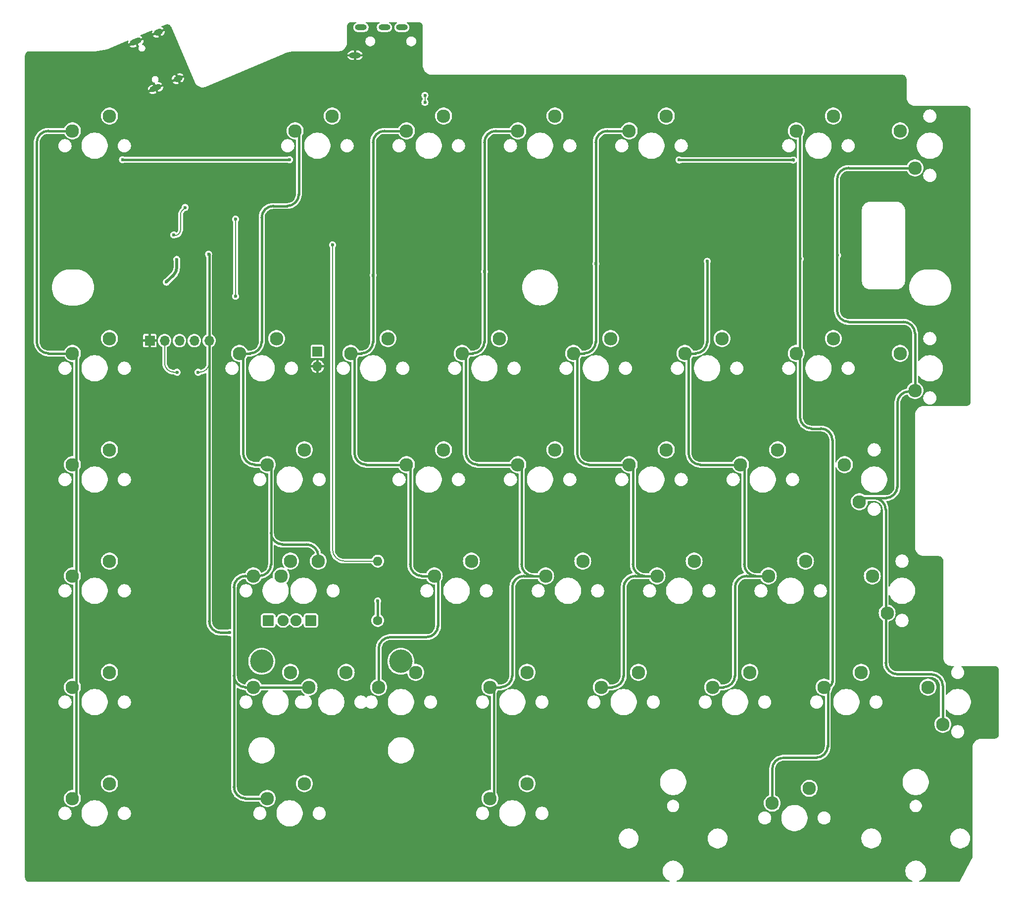
<source format=gbr>
%TF.GenerationSoftware,KiCad,Pcbnew,8.0.2*%
%TF.CreationDate,2024-11-08T18:32:23-08:00*%
%TF.ProjectId,gh80-5000-left,67683830-2d35-4303-9030-2d6c6566742e,rev?*%
%TF.SameCoordinates,Original*%
%TF.FileFunction,Copper,L1,Top*%
%TF.FilePolarity,Positive*%
%FSLAX46Y46*%
G04 Gerber Fmt 4.6, Leading zero omitted, Abs format (unit mm)*
G04 Created by KiCad (PCBNEW 8.0.2) date 2024-11-08 18:32:23*
%MOMM*%
%LPD*%
G01*
G04 APERTURE LIST*
G04 Aperture macros list*
%AMRoundRect*
0 Rectangle with rounded corners*
0 $1 Rounding radius*
0 $2 $3 $4 $5 $6 $7 $8 $9 X,Y pos of 4 corners*
0 Add a 4 corners polygon primitive as box body*
4,1,4,$2,$3,$4,$5,$6,$7,$8,$9,$2,$3,0*
0 Add four circle primitives for the rounded corners*
1,1,$1+$1,$2,$3*
1,1,$1+$1,$4,$5*
1,1,$1+$1,$6,$7*
1,1,$1+$1,$8,$9*
0 Add four rect primitives between the rounded corners*
20,1,$1+$1,$2,$3,$4,$5,0*
20,1,$1+$1,$4,$5,$6,$7,0*
20,1,$1+$1,$6,$7,$8,$9,0*
20,1,$1+$1,$8,$9,$2,$3,0*%
%AMHorizOval*
0 Thick line with rounded ends*
0 $1 width*
0 $2 $3 position (X,Y) of the first rounded end (center of the circle)*
0 $4 $5 position (X,Y) of the second rounded end (center of the circle)*
0 Add line between two ends*
20,1,$1,$2,$3,$4,$5,0*
0 Add two circle primitives to create the rounded ends*
1,1,$1,$2,$3*
1,1,$1,$4,$5*%
G04 Aperture macros list end*
%TA.AperFunction,ComponentPad*%
%ADD10C,2.300000*%
%TD*%
%TA.AperFunction,ComponentPad*%
%ADD11RoundRect,0.285750X0.666750X0.666750X-0.666750X0.666750X-0.666750X-0.666750X0.666750X-0.666750X0*%
%TD*%
%TA.AperFunction,ComponentPad*%
%ADD12C,1.905000*%
%TD*%
%TA.AperFunction,ComponentPad*%
%ADD13RoundRect,0.285750X-0.666750X-0.666750X0.666750X-0.666750X0.666750X0.666750X-0.666750X0.666750X0*%
%TD*%
%TA.AperFunction,ComponentPad*%
%ADD14C,4.000000*%
%TD*%
%TA.AperFunction,ComponentPad*%
%ADD15HorizOval,1.000000X-0.506278X-0.214902X0.506278X0.214902X0*%
%TD*%
%TA.AperFunction,ComponentPad*%
%ADD16HorizOval,1.000000X-0.276151X-0.117219X0.276151X0.117219X0*%
%TD*%
%TA.AperFunction,ComponentPad*%
%ADD17C,1.600000*%
%TD*%
%TA.AperFunction,ComponentPad*%
%ADD18O,1.600000X1.600000*%
%TD*%
%TA.AperFunction,ComponentPad*%
%ADD19R,1.700000X1.700000*%
%TD*%
%TA.AperFunction,ComponentPad*%
%ADD20O,1.700000X1.700000*%
%TD*%
%TA.AperFunction,ComponentPad*%
%ADD21O,2.000000X1.000000*%
%TD*%
%TA.AperFunction,ViaPad*%
%ADD22C,0.600000*%
%TD*%
%TA.AperFunction,Conductor*%
%ADD23C,0.400000*%
%TD*%
%TA.AperFunction,Conductor*%
%ADD24C,0.200000*%
%TD*%
%TA.AperFunction,Conductor*%
%ADD25C,0.500000*%
%TD*%
G04 APERTURE END LIST*
D10*
%TO.P,MX40,1,1*%
%TO.N,COL7*%
X228441250Y-114935000D03*
%TO.P,MX40,2,2*%
%TO.N,Net-(D38-A)*%
X225901250Y-108585000D03*
%TD*%
%TO.P,MX36,1,1*%
%TO.N,COL6*%
X208121250Y-108585000D03*
%TO.P,MX36,2,2*%
%TO.N,Net-(D34-A)*%
X214471250Y-106045000D03*
%TD*%
%TO.P,MX19,1,1*%
%TO.N,COL2*%
X136683750Y-165735000D03*
%TO.P,MX19,2,2*%
%TO.N,Net-(D17-A)*%
X143033750Y-163195000D03*
%TD*%
D11*
%TO.P,LED2,1,K*%
%TO.N,Net-(LED1-K)*%
X117792500Y-154304750D03*
D12*
%TO.P,LED2,2,A*%
%TO.N,+3V3*%
X120332500Y-154304750D03*
%TD*%
D10*
%TO.P,MX24,1,1*%
%TO.N,COL3*%
X155733750Y-165735000D03*
%TO.P,MX24,2,2*%
%TO.N,Net-(D22-A)*%
X162083750Y-163195000D03*
%TD*%
%TO.P,MX4,1,1*%
%TO.N,COL0*%
X84296250Y-146685000D03*
%TO.P,MX4,2,2*%
%TO.N,Net-(D4-A)*%
X90646250Y-144145000D03*
%TD*%
%TO.P,MX15,1,1*%
%TO.N,COL2*%
X141446250Y-70485000D03*
%TO.P,MX15,2,2*%
%TO.N,Net-(D13-A)*%
X147796250Y-67945000D03*
%TD*%
D13*
%TO.P,LED1,1,K*%
%TO.N,Net-(LED1-K)*%
X125095000Y-154304750D03*
D12*
%TO.P,LED1,2,A*%
%TO.N,+3V3*%
X122555000Y-154304750D03*
%TD*%
D10*
%TO.P,MX20,1,1*%
%TO.N,COL3*%
X160496250Y-70485000D03*
%TO.P,MX20,2,2*%
%TO.N,Net-(D18-A)*%
X166846250Y-67945000D03*
%TD*%
%TO.P,MX12,1,1*%
%TO.N,COL1*%
X117633750Y-184785000D03*
%TO.P,MX12,2,2*%
%TO.N,Net-(D12-A)*%
X123983750Y-182245000D03*
%TD*%
%TO.P,MX42,1,1*%
%TO.N,COL7*%
X223678750Y-153035000D03*
%TO.P,MX42,2,2*%
%TO.N,Net-(D40-A)*%
X221138750Y-146685000D03*
%TD*%
%TO.P,MX29,1,1*%
%TO.N,COL4*%
X184308750Y-146685000D03*
%TO.P,MX29,2,2*%
%TO.N,Net-(D27-A)*%
X190658750Y-144145000D03*
%TD*%
%TO.P,MX35,1,1*%
%TO.N,COL6*%
X208121250Y-70485000D03*
%TO.P,MX35,2,2*%
%TO.N,Net-(D33-A)*%
X214471250Y-67945000D03*
%TD*%
%TO.P,MX22,1,1*%
%TO.N,COL3*%
X160496250Y-127635000D03*
%TO.P,MX22,2,2*%
%TO.N,Net-(D20-A)*%
X166846250Y-125095000D03*
%TD*%
%TO.P,MX1,1,1*%
%TO.N,COL0*%
X84296250Y-70485000D03*
%TO.P,MX1,2,2*%
%TO.N,Net-(D1-A)*%
X90646250Y-67945000D03*
%TD*%
%TO.P,MX5,1,1*%
%TO.N,COL0*%
X84296250Y-165735000D03*
%TO.P,MX5,2,2*%
%TO.N,Net-(D5-A)*%
X90646250Y-163195000D03*
%TD*%
%TO.P,MX9,1,1*%
%TO.N,COL1*%
X117633750Y-127635000D03*
%TO.P,MX9,2,2*%
%TO.N,Net-(D9-A)*%
X123983750Y-125095000D03*
%TD*%
%TO.P,MX10,1,1*%
%TO.N,COL1*%
X115252500Y-146685000D03*
%TO.P,MX10,2,2*%
%TO.N,Net-(D10-A)*%
X121602500Y-144145000D03*
%TD*%
%TO.P,MX38,1,1*%
%TO.N,COL6*%
X204003750Y-185585000D03*
%TO.P,MX38,2,2*%
%TO.N,Net-(D36-A)*%
X210353750Y-183045000D03*
%TD*%
%TO.P,MX27,1,1*%
%TO.N,COL4*%
X170021250Y-108585000D03*
%TO.P,MX27,2,2*%
%TO.N,Net-(D25-A)*%
X176371250Y-106045000D03*
%TD*%
%TO.P,MX18,1,1*%
%TO.N,COL2*%
X146208750Y-146685000D03*
%TO.P,MX18,2,2*%
%TO.N,Net-(D16-A)*%
X152558750Y-144145000D03*
%TD*%
%TO.P,MX3,1,1*%
%TO.N,COL0*%
X84296250Y-127635000D03*
%TO.P,MX3,2,2*%
%TO.N,Net-(D3-A)*%
X90646250Y-125095000D03*
%TD*%
%TO.P,MX25,1,1*%
%TO.N,COL3*%
X155733750Y-184785000D03*
%TO.P,MX25,2,2*%
%TO.N,Net-(D23-A)*%
X162083750Y-182245000D03*
%TD*%
%TO.P,MX2,1,1*%
%TO.N,COL0*%
X84296250Y-108585000D03*
%TO.P,MX2,2,2*%
%TO.N,Net-(D2-A)*%
X90646250Y-106045000D03*
%TD*%
%TO.P,MX28,1,1*%
%TO.N,COL4*%
X179546250Y-127635000D03*
%TO.P,MX28,2,2*%
%TO.N,Net-(D26-A)*%
X185896250Y-125095000D03*
%TD*%
D14*
%TO.P,S1,*%
%TO.N,*%
X116681250Y-161290000D03*
X140493750Y-161290000D03*
%TD*%
D10*
%TO.P,MX41,1,1*%
%TO.N,COL7*%
X218916250Y-133985000D03*
%TO.P,MX41,2,2*%
%TO.N,Net-(D39-A)*%
X216376250Y-127635000D03*
%TD*%
%TO.P,MX7,1,1*%
%TO.N,COL1*%
X122396250Y-70485000D03*
%TO.P,MX7,2,2*%
%TO.N,Net-(D7-A)*%
X128746250Y-67945000D03*
%TD*%
%TO.P,MX13,1,1*%
%TO.N,Net-(D10-A)*%
X120015000Y-146685000D03*
%TO.P,MX13,2,2*%
%TO.N,COL1*%
X126365000Y-144145000D03*
%TD*%
%TO.P,MX33,1,1*%
%TO.N,COL5*%
X203358750Y-146685000D03*
%TO.P,MX33,2,2*%
%TO.N,Net-(D31-A)*%
X209708750Y-144145000D03*
%TD*%
%TO.P,MX32,1,1*%
%TO.N,COL5*%
X198596250Y-127635000D03*
%TO.P,MX32,2,2*%
%TO.N,Net-(D30-A)*%
X204946250Y-125095000D03*
%TD*%
%TO.P,MX16,1,1*%
%TO.N,COL2*%
X131921250Y-108585000D03*
%TO.P,MX16,2,2*%
%TO.N,Net-(D14-A)*%
X138271250Y-106045000D03*
%TD*%
%TO.P,MX6,1,1*%
%TO.N,COL0*%
X84296250Y-184785000D03*
%TO.P,MX6,2,2*%
%TO.N,Net-(D6-A)*%
X90646250Y-182245000D03*
%TD*%
%TO.P,MX43,1,1*%
%TO.N,COL7*%
X233203750Y-172085000D03*
%TO.P,MX43,2,2*%
%TO.N,Net-(D41-A)*%
X230663750Y-165735000D03*
%TD*%
%TO.P,MX34,1,1*%
%TO.N,COL5*%
X193833750Y-165735000D03*
%TO.P,MX34,2,2*%
%TO.N,Net-(D32-A)*%
X200183750Y-163195000D03*
%TD*%
%TO.P,MX11,1,1*%
%TO.N,COL1*%
X115252500Y-165735000D03*
%TO.P,MX11,2,2*%
%TO.N,Net-(D11-A)*%
X121602500Y-163195000D03*
%TD*%
%TO.P,MX14,1,1*%
%TO.N,COL1*%
X124777500Y-165735000D03*
%TO.P,MX14,2,2*%
%TO.N,Net-(D11-A)*%
X131127500Y-163195000D03*
%TD*%
%TO.P,MX39,1,1*%
%TO.N,COL7*%
X228441250Y-76835000D03*
%TO.P,MX39,2,2*%
%TO.N,Net-(D37-A)*%
X225901250Y-70485000D03*
%TD*%
%TO.P,MX37,1,1*%
%TO.N,COL6*%
X212883750Y-165735000D03*
%TO.P,MX37,2,2*%
%TO.N,Net-(D35-A)*%
X219233750Y-163195000D03*
%TD*%
%TO.P,MX17,1,1*%
%TO.N,COL2*%
X141446250Y-127635000D03*
%TO.P,MX17,2,2*%
%TO.N,Net-(D15-A)*%
X147796250Y-125095000D03*
%TD*%
%TO.P,MX31,1,1*%
%TO.N,COL5*%
X189071250Y-108585000D03*
%TO.P,MX31,2,2*%
%TO.N,Net-(D29-A)*%
X195421250Y-106045000D03*
%TD*%
%TO.P,MX30,1,1*%
%TO.N,COL4*%
X174783750Y-165735000D03*
%TO.P,MX30,2,2*%
%TO.N,Net-(D28-A)*%
X181133750Y-163195000D03*
%TD*%
%TO.P,MX23,1,1*%
%TO.N,COL3*%
X165258750Y-146685000D03*
%TO.P,MX23,2,2*%
%TO.N,Net-(D21-A)*%
X171608750Y-144145000D03*
%TD*%
%TO.P,MX8,1,1*%
%TO.N,COL1*%
X112871250Y-108585000D03*
%TO.P,MX8,2,2*%
%TO.N,Net-(D8-A)*%
X119221250Y-106045000D03*
%TD*%
%TO.P,MX26,1,1*%
%TO.N,COL4*%
X179546250Y-70485000D03*
%TO.P,MX26,2,2*%
%TO.N,Net-(D24-A)*%
X185896250Y-67945000D03*
%TD*%
%TO.P,MX21,1,1*%
%TO.N,COL3*%
X150971250Y-108585000D03*
%TO.P,MX21,2,2*%
%TO.N,Net-(D19-A)*%
X157321250Y-106045000D03*
%TD*%
D15*
%TO.P,J2,S1,SHIELD*%
%TO.N,GND*%
X95146344Y-55227598D03*
D16*
X98994055Y-53594342D03*
X102369972Y-61547504D03*
D15*
X98522261Y-63180760D03*
%TD*%
D17*
%TO.P,R11,1*%
%TO.N,Net-(LED1-K)*%
X136525000Y-154305000D03*
D18*
%TO.P,R11,2*%
%TO.N,LED_CAPS*%
X136525000Y-144145000D03*
%TD*%
D19*
%TO.P,J1,1,Pin_1*%
%TO.N,GND*%
X97525000Y-106400000D03*
D20*
%TO.P,J1,2,Pin_2*%
%TO.N,RESET*%
X100065000Y-106400000D03*
%TO.P,J1,3,Pin_3*%
%TO.N,SWD*%
X102605000Y-106400000D03*
%TO.P,J1,4,Pin_4*%
%TO.N,SWC*%
X105145000Y-106400000D03*
%TO.P,J1,5,Pin_5*%
%TO.N,+3V3*%
X107685000Y-106400000D03*
%TD*%
D21*
%TO.P,J3,R1*%
%TO.N,Rx*%
X137656750Y-52755000D03*
%TO.P,J3,R2*%
%TO.N,Tx*%
X140656750Y-52755000D03*
%TO.P,J3,S*%
%TO.N,GND*%
X132656750Y-57555000D03*
%TO.P,J3,T*%
%TO.N,+3V3*%
X133656750Y-52755000D03*
%TD*%
D19*
%TO.P,BOOT1,1,Pin_1*%
%TO.N,Net-(BOOT1-Pin_1)*%
X126206250Y-108262500D03*
D20*
%TO.P,BOOT1,2,Pin_2*%
%TO.N,GND*%
X126206250Y-110802500D03*
%TD*%
D22*
%TO.N,+3V3*%
X107600000Y-91600000D03*
X111218750Y-156400000D03*
X105800000Y-111800000D03*
%TO.N,COL2*%
X135731250Y-95200000D03*
%TO.N,COL3*%
X154781250Y-94600000D03*
%TO.N,COL4*%
X173831250Y-93220000D03*
%TO.N,COL5*%
X192881250Y-92820000D03*
%TO.N,COL6*%
X208800000Y-92400000D03*
%TO.N,COL7*%
X215200000Y-91800000D03*
%TO.N,LED_CAPS*%
X128800000Y-90000000D03*
%TO.N,ROW0*%
X92868750Y-75406250D03*
X188100000Y-75468750D03*
X121443750Y-75406250D03*
X207600000Y-75468750D03*
%TO.N,Net-(LED1-K)*%
X136520000Y-150968750D03*
%TO.N,GND*%
X96600000Y-79800000D03*
X121200000Y-62000000D03*
X202000000Y-66000000D03*
X153900000Y-89300000D03*
X134900000Y-89300000D03*
X107800000Y-86600000D03*
X97600000Y-65200000D03*
X204000000Y-62000000D03*
X110900000Y-83600000D03*
X103600000Y-102100000D03*
X115200000Y-78300000D03*
X136000000Y-57600000D03*
X99700000Y-77100000D03*
X92400000Y-64700000D03*
X153900000Y-87500000D03*
X203900000Y-76300000D03*
X173000000Y-87500000D03*
X102257240Y-76216729D03*
X208300000Y-67500000D03*
X100000000Y-69100000D03*
X134900000Y-87500000D03*
X103485661Y-96764339D03*
X102393750Y-82550000D03*
X101600000Y-91400000D03*
X100425689Y-74580680D03*
X112000000Y-74400000D03*
X113900000Y-78400000D03*
X174700000Y-87500000D03*
X119200000Y-87500000D03*
X204200000Y-65200000D03*
X119817035Y-76220579D03*
X102600000Y-90400000D03*
X94456250Y-91600000D03*
X102600000Y-89400000D03*
X136600000Y-87500000D03*
X115800000Y-86800000D03*
X113900000Y-82700000D03*
X145500000Y-64400000D03*
X209600000Y-62000000D03*
X202100000Y-76300000D03*
X174700000Y-89300000D03*
X98200000Y-99800000D03*
X94900000Y-66200000D03*
X155600000Y-89300000D03*
X139200000Y-54300000D03*
X202100000Y-74600000D03*
X139800000Y-64000000D03*
X155600000Y-87500000D03*
X117600000Y-86200000D03*
X104959190Y-96540809D03*
X117500000Y-69200000D03*
X143600000Y-65600000D03*
X119806745Y-74594820D03*
X103600000Y-91400000D03*
X117800000Y-77400000D03*
X93432815Y-56076677D03*
X92671266Y-61424770D03*
X110399992Y-91600414D03*
X99500000Y-71400000D03*
X103600000Y-89400000D03*
X136600000Y-89300000D03*
X100400000Y-82600000D03*
X203900000Y-74600000D03*
X100700000Y-57600000D03*
X102600000Y-91400000D03*
X139200000Y-58500000D03*
X115200000Y-83400000D03*
X94758360Y-87600000D03*
X96793102Y-63993017D03*
X94200000Y-68800000D03*
X173000000Y-89300000D03*
X101600000Y-90400000D03*
X103600000Y-90400000D03*
X101600000Y-89400000D03*
X100430833Y-76211584D03*
X202100000Y-68000000D03*
X102262385Y-74585825D03*
%TO.N,+1V1*%
X101650000Y-88299998D03*
X103600000Y-83600000D03*
X102150000Y-92500002D03*
X100377243Y-96377243D03*
%TO.N,RESET*%
X102200000Y-111800000D03*
%TO.N,Tx*%
X144600000Y-64400000D03*
X144600000Y-65600000D03*
%TO.N,Q_CS*%
X112200000Y-98800000D03*
X112200000Y-85607801D03*
%TD*%
D23*
%TO.N,+3V3*%
X107685000Y-106400000D02*
X107685000Y-154400000D01*
X107685000Y-91600000D02*
X107600000Y-91600000D01*
X107685000Y-106400000D02*
X107685000Y-91600000D01*
D24*
X105800000Y-111800000D02*
X106085000Y-111800000D01*
D23*
X108200000Y-106400000D02*
X107685000Y-106400000D01*
X109685000Y-156400000D02*
X111218750Y-156400000D01*
D24*
X107685000Y-110200000D02*
G75*
G02*
X106085000Y-111800000I-1600000J0D01*
G01*
D23*
X107685000Y-154400000D02*
G75*
G03*
X109685000Y-156400000I2000000J0D01*
G01*
%TO.N,COL0*%
X78200000Y-106585000D02*
X78200000Y-72485000D01*
X84931250Y-184150000D02*
X84296250Y-184785000D01*
X84296250Y-108585000D02*
X80200000Y-108585000D01*
X84296250Y-70643750D02*
X84296250Y-70485000D01*
X80200000Y-70485000D02*
X84296250Y-70485000D01*
X84931250Y-109220000D02*
X84931250Y-184150000D01*
X84296250Y-108585000D02*
X84931250Y-109220000D01*
X84931250Y-70485000D02*
X84296250Y-70485000D01*
X78200000Y-72485000D02*
G75*
G02*
X80200000Y-70485000I2000000J0D01*
G01*
X80200000Y-108585000D02*
G75*
G02*
X78200000Y-106585000I0J2000000D01*
G01*
%TO.N,COL1*%
X111918750Y-182785000D02*
X111918750Y-163735000D01*
X117633750Y-184785000D02*
X113918750Y-184785000D01*
X116681250Y-85343750D02*
X116681250Y-106585000D01*
X121031250Y-83343750D02*
X118681250Y-83343750D01*
X123031250Y-70485000D02*
X123031250Y-81343750D01*
X113506250Y-109220000D02*
X113506250Y-125635000D01*
X115252500Y-165735000D02*
X113918750Y-165735000D01*
X111918750Y-163735000D02*
X111918750Y-148685000D01*
X112871250Y-108585000D02*
X113506250Y-108585000D01*
X114681250Y-108585000D02*
X112871250Y-108585000D01*
X118268750Y-127635000D02*
X118268750Y-139287500D01*
X116268750Y-146685000D02*
X115252500Y-146685000D01*
X115252500Y-165735000D02*
X124777500Y-165735000D01*
X124365000Y-141287500D02*
X120268750Y-141287500D01*
X117633750Y-127635000D02*
X118268750Y-127635000D01*
X126365000Y-144145000D02*
X126365000Y-143287500D01*
X118268750Y-144685000D02*
X118268750Y-139287500D01*
X112871250Y-108585000D02*
X113506250Y-109220000D01*
X115506250Y-127635000D02*
X117633750Y-127635000D01*
X122396250Y-70485000D02*
X123031250Y-70485000D01*
X115252500Y-146685000D02*
X113918750Y-146685000D01*
X118681250Y-83343750D02*
G75*
G03*
X116681250Y-85343750I-50J-1999950D01*
G01*
X111918750Y-148685000D02*
G75*
G02*
X113918750Y-146685050I1999950J0D01*
G01*
X114681250Y-108585000D02*
G75*
G03*
X116681300Y-106585000I50J2000000D01*
G01*
X123031250Y-81343750D02*
G75*
G02*
X121031250Y-83343750I-1999950J-50D01*
G01*
X113506250Y-125635000D02*
G75*
G03*
X115506250Y-127634950I1999950J0D01*
G01*
X111918750Y-163735000D02*
G75*
G03*
X113918750Y-165734950I1999950J0D01*
G01*
X111918750Y-182785000D02*
G75*
G03*
X113918750Y-184784950I1999950J0D01*
G01*
X118268750Y-139287500D02*
G75*
G03*
X120268750Y-141287450I1999950J0D01*
G01*
X124365000Y-141287500D02*
G75*
G02*
X126365000Y-143287500I0J-2000000D01*
G01*
X116268750Y-146685000D02*
G75*
G03*
X118268800Y-144685000I50J2000000D01*
G01*
%TO.N,COL2*%
X131921250Y-108585000D02*
X133731250Y-108585000D01*
X138683750Y-157162500D02*
X144843750Y-157162500D01*
X146843750Y-146685000D02*
X146208750Y-146685000D01*
X131921250Y-108585000D02*
X132556250Y-109220000D01*
X136683750Y-165735000D02*
X136683750Y-159162500D01*
X132556250Y-109220000D02*
X132556250Y-125635000D01*
X142081250Y-128270000D02*
X142081250Y-144685000D01*
X146843750Y-155162500D02*
X146843750Y-146685000D01*
X141446250Y-127635000D02*
X142081250Y-128270000D01*
X144081250Y-146685000D02*
X146208750Y-146685000D01*
X135731250Y-95200000D02*
X135731250Y-72485000D01*
X134556250Y-127635000D02*
X141446250Y-127635000D01*
X137731250Y-70485000D02*
X141446250Y-70485000D01*
X135731250Y-106585000D02*
X135731250Y-95200000D01*
X133731250Y-108585000D02*
G75*
G03*
X135731300Y-106585000I50J2000000D01*
G01*
X146843750Y-155162500D02*
G75*
G02*
X144843750Y-157162450I-1999950J0D01*
G01*
X134556250Y-127635000D02*
G75*
G02*
X132556200Y-125635000I-50J2000000D01*
G01*
X142081250Y-144685000D02*
G75*
G03*
X144081250Y-146684950I1999950J0D01*
G01*
X136683750Y-159162500D02*
G75*
G02*
X138683750Y-157162550I1999950J0D01*
G01*
X137731250Y-70485000D02*
G75*
G03*
X135731200Y-72485000I-50J-2000000D01*
G01*
%TO.N,COL3*%
X156368750Y-184150000D02*
X155733750Y-184785000D01*
X160496250Y-127635000D02*
X161131250Y-128270000D01*
X151606250Y-109220000D02*
X151606250Y-125635000D01*
X165258750Y-146685000D02*
X161543750Y-146685000D01*
X154781250Y-94600000D02*
X154781250Y-72485000D01*
X163131250Y-146685000D02*
X165258750Y-146685000D01*
X153606250Y-127635000D02*
X160496250Y-127635000D01*
X161131250Y-128270000D02*
X161131250Y-144685000D01*
X155733750Y-165735000D02*
X156368750Y-166370000D01*
X150971250Y-108585000D02*
X151606250Y-109220000D01*
X150971250Y-108585000D02*
X152781250Y-108585000D01*
X156781250Y-70485000D02*
X160496250Y-70485000D01*
X157543750Y-165735000D02*
X155733750Y-165735000D01*
X159543750Y-148685000D02*
X159543750Y-163735000D01*
X154781250Y-106585000D02*
X154781250Y-94600000D01*
X156368750Y-166370000D02*
X156368750Y-184150000D01*
X154781250Y-72485000D02*
G75*
G02*
X156781250Y-70485050I1999950J0D01*
G01*
X161131250Y-144685000D02*
G75*
G03*
X163131250Y-146684950I1999950J0D01*
G01*
X159543750Y-163735000D02*
G75*
G02*
X157543750Y-165734950I-1999950J0D01*
G01*
X154781250Y-106585000D02*
G75*
G02*
X152781250Y-108584950I-1999950J0D01*
G01*
X151606250Y-125635000D02*
G75*
G03*
X153606250Y-127634950I1999950J0D01*
G01*
X161543750Y-146685000D02*
G75*
G03*
X159543700Y-148685000I-50J-2000000D01*
G01*
%TO.N,COL4*%
X175831250Y-70485000D02*
X179546250Y-70485000D01*
X170021250Y-108585000D02*
X171831250Y-108585000D01*
X173831250Y-106585000D02*
X173831250Y-92200000D01*
X174783750Y-165735000D02*
X176593750Y-165735000D01*
X180181250Y-128270000D02*
X180181250Y-144685000D01*
X170656250Y-109220000D02*
X170656250Y-125635000D01*
X170021250Y-108585000D02*
X170656250Y-109220000D01*
X173831250Y-92200000D02*
X173831250Y-72485000D01*
X180593750Y-146685000D02*
X184308750Y-146685000D01*
X182181250Y-146685000D02*
X184308750Y-146685000D01*
X172656250Y-127635000D02*
X179546250Y-127635000D01*
X179546250Y-127635000D02*
X180181250Y-128270000D01*
X178593750Y-163735000D02*
X178593750Y-148685000D01*
X182181250Y-146685000D02*
G75*
G02*
X180181200Y-144685000I-50J2000000D01*
G01*
X173831250Y-106585000D02*
G75*
G02*
X171831250Y-108584950I-1999950J0D01*
G01*
X172656250Y-127635000D02*
G75*
G02*
X170656200Y-125635000I-50J2000000D01*
G01*
X178593750Y-163735000D02*
G75*
G02*
X176593750Y-165734950I-1999950J0D01*
G01*
X178593750Y-148685000D02*
G75*
G02*
X180593750Y-146685050I1999950J0D01*
G01*
X173831250Y-72485000D02*
G75*
G02*
X175831250Y-70485050I1999950J0D01*
G01*
%TO.N,COL5*%
X191706250Y-127635000D02*
X198596250Y-127635000D01*
X201231250Y-146685000D02*
X203358750Y-146685000D01*
X193833750Y-165735000D02*
X195643750Y-165735000D01*
X189071250Y-108585000D02*
X190881250Y-108585000D01*
X198596250Y-127635000D02*
X199231250Y-128270000D01*
X189071250Y-108585000D02*
X189706250Y-109220000D01*
X199231250Y-128270000D02*
X199231250Y-144685000D01*
X189706250Y-109220000D02*
X189706250Y-125635000D01*
X197643750Y-163735000D02*
X197643750Y-148685000D01*
X189071250Y-108585000D02*
X188912500Y-108585000D01*
X192881250Y-92820000D02*
X192881250Y-106585000D01*
X199643750Y-146685000D02*
X203358750Y-146685000D01*
X197643750Y-148685000D02*
G75*
G02*
X199643750Y-146685050I1999950J0D01*
G01*
X201231250Y-146685000D02*
G75*
G02*
X199231200Y-144685000I-50J2000000D01*
G01*
X197643750Y-163735000D02*
G75*
G02*
X195643750Y-165734950I-1999950J0D01*
G01*
X192881250Y-106585000D02*
G75*
G02*
X190881250Y-108584950I-1999950J0D01*
G01*
X189706250Y-125635000D02*
G75*
G03*
X191706250Y-127634950I1999950J0D01*
G01*
%TO.N,COL6*%
X208756250Y-70485000D02*
X208756250Y-71437500D01*
X208756250Y-71437500D02*
X208756250Y-108585000D01*
X208756250Y-108585000D02*
X208756250Y-119443750D01*
X208121250Y-70485000D02*
X208756250Y-70485000D01*
X208756250Y-108585000D02*
X208121250Y-108585000D01*
X211518750Y-177800000D02*
X206003750Y-177800000D01*
X212883750Y-165735000D02*
X213518750Y-165735000D01*
X204003750Y-185585000D02*
X204003750Y-179800000D01*
X210756250Y-121443750D02*
X212312500Y-121443750D01*
X214312500Y-123443750D02*
X214312500Y-164735000D01*
X213518750Y-165735000D02*
X213518750Y-175800000D01*
X213312500Y-165735000D02*
X212883750Y-165735000D01*
X206003750Y-177800000D02*
G75*
G03*
X204003700Y-179800000I-50J-2000000D01*
G01*
X213312500Y-165735000D02*
G75*
G03*
X214312500Y-164735000I0J1000000D01*
G01*
X211518750Y-177800000D02*
G75*
G03*
X213518800Y-175800000I50J2000000D01*
G01*
X210756250Y-121443750D02*
G75*
G02*
X208756250Y-119443750I-50J1999950D01*
G01*
X212312500Y-121443750D02*
G75*
G02*
X214312450Y-123443750I0J-1999950D01*
G01*
%TO.N,COL7*%
X226441250Y-103187500D02*
X217106250Y-103187500D01*
X215106250Y-101187500D02*
X215106250Y-91000000D01*
X228441250Y-114935000D02*
X228441250Y-114300000D01*
X223678750Y-153035000D02*
X223425000Y-153035000D01*
X231203750Y-163512500D02*
X225425000Y-163512500D01*
X227425000Y-115093750D02*
X228441250Y-115093750D01*
X223425000Y-150812500D02*
X223425000Y-135350000D01*
X218916250Y-133350000D02*
X223425000Y-133350000D01*
X228441250Y-114935000D02*
X228441250Y-105187500D01*
X233203750Y-172085000D02*
X233203750Y-165512500D01*
X217106250Y-76835000D02*
X228441250Y-76835000D01*
X218916250Y-133985000D02*
X218916250Y-133350000D01*
X223425000Y-153035000D02*
X223425000Y-150812500D01*
X223425000Y-161512500D02*
X223425000Y-150812500D01*
X221425000Y-133350000D02*
X218916250Y-133350000D01*
X225425000Y-131350000D02*
X225425000Y-117093750D01*
X215106250Y-91000000D02*
X215106250Y-78835000D01*
X228441250Y-115093750D02*
X228441250Y-114935000D01*
X225425000Y-163512500D02*
G75*
G02*
X223425000Y-161512500I0J2000000D01*
G01*
X223425000Y-135350000D02*
G75*
G03*
X221425000Y-133350000I-2000000J0D01*
G01*
X228441250Y-105187500D02*
G75*
G03*
X226441250Y-103187550I-1999950J0D01*
G01*
X231203750Y-163512500D02*
G75*
G02*
X233203800Y-165512500I50J-2000000D01*
G01*
X225425000Y-131350000D02*
G75*
G02*
X223425000Y-133350000I-2000000J0D01*
G01*
X217106250Y-103187500D02*
G75*
G02*
X215106200Y-101187500I-50J2000000D01*
G01*
X225425000Y-117093750D02*
G75*
G02*
X227425000Y-115093700I2000000J50D01*
G01*
X217106250Y-76835000D02*
G75*
G03*
X215106200Y-78835000I-50J-2000000D01*
G01*
D24*
%TO.N,LED_CAPS*%
X128800000Y-90000000D02*
X128800000Y-142145000D01*
X130800000Y-144145000D02*
X136525000Y-144145000D01*
X128800000Y-142145000D02*
G75*
G03*
X130800000Y-144145000I2000000J0D01*
G01*
D23*
%TO.N,ROW0*%
X188100000Y-75468750D02*
X207568750Y-75468750D01*
X207568750Y-75468750D02*
X207600000Y-75500000D01*
X92868750Y-75406250D02*
X121443750Y-75406250D01*
%TO.N,Net-(LED1-K)*%
X136525000Y-154305000D02*
X136525000Y-150973750D01*
X136525000Y-150973750D02*
X136520000Y-150968750D01*
%TO.N,GND*%
X95154159Y-55246008D02*
X95146344Y-55227598D01*
X136000000Y-57555000D02*
X136000000Y-57600000D01*
X98514446Y-63162350D02*
X98522261Y-63180760D01*
X93432815Y-55976677D02*
X95154159Y-55246008D01*
X96793102Y-63893017D02*
X98514446Y-63162350D01*
D25*
%TO.N,+1V1*%
X102150000Y-92500002D02*
X102150000Y-93858902D01*
D24*
X102800000Y-84814214D02*
X102800000Y-87400000D01*
D25*
X101622792Y-95131694D02*
X100377243Y-96377243D01*
D24*
X101750002Y-88400000D02*
X101650000Y-88299998D01*
X103600000Y-83600000D02*
X103092893Y-84107107D01*
X101800000Y-88400000D02*
X101750002Y-88400000D01*
D25*
X102150000Y-93858902D02*
G75*
G02*
X101622791Y-95131693I-1800000J2D01*
G01*
D24*
X102800000Y-87400000D02*
G75*
G02*
X101800000Y-88400000I-1000000J0D01*
G01*
X102800000Y-84814214D02*
G75*
G02*
X103092886Y-84107100I1000000J14D01*
G01*
%TO.N,RESET*%
X100065000Y-106400000D02*
X100065000Y-110200000D01*
X101665000Y-111800000D02*
X102200000Y-111800000D01*
X100065000Y-110200000D02*
G75*
G03*
X101665000Y-111800000I1600000J0D01*
G01*
%TO.N,Tx*%
X144600000Y-64400000D02*
X144600000Y-65600000D01*
%TO.N,Q_CS*%
X112200000Y-85407801D02*
X112200000Y-98800000D01*
%TD*%
%TA.AperFunction,Conductor*%
%TO.N,GND*%
G36*
X132796946Y-51874434D02*
G01*
X132832910Y-51923934D01*
X132832910Y-51985120D01*
X132796946Y-52034620D01*
X132781755Y-52043127D01*
X132781856Y-52043316D01*
X132777564Y-52045609D01*
X132646461Y-52133211D01*
X132646457Y-52133214D01*
X132534964Y-52244707D01*
X132534961Y-52244711D01*
X132447359Y-52375814D01*
X132447353Y-52375825D01*
X132387013Y-52521501D01*
X132387013Y-52521503D01*
X132356250Y-52676155D01*
X132356250Y-52833844D01*
X132387013Y-52988496D01*
X132387013Y-52988498D01*
X132447353Y-53134174D01*
X132447359Y-53134185D01*
X132500062Y-53213059D01*
X132534961Y-53265289D01*
X132646461Y-53376789D01*
X132719177Y-53425376D01*
X132777564Y-53464390D01*
X132777575Y-53464396D01*
X132801928Y-53474483D01*
X132923253Y-53524737D01*
X133077908Y-53555500D01*
X133077909Y-53555500D01*
X134235591Y-53555500D01*
X134235592Y-53555500D01*
X134390247Y-53524737D01*
X134535929Y-53464394D01*
X134667039Y-53376789D01*
X134778539Y-53265289D01*
X134866144Y-53134179D01*
X134926487Y-52988497D01*
X134957250Y-52833842D01*
X134957250Y-52676158D01*
X134926487Y-52521503D01*
X134866144Y-52375821D01*
X134866143Y-52375819D01*
X134866140Y-52375814D01*
X134821357Y-52308793D01*
X134778539Y-52244711D01*
X134667039Y-52133211D01*
X134614809Y-52098312D01*
X134535935Y-52045609D01*
X134531644Y-52043316D01*
X134532296Y-52042095D01*
X134490332Y-52006251D01*
X134476050Y-51946756D01*
X134499467Y-51890229D01*
X134551638Y-51858262D01*
X134574745Y-51855527D01*
X136738755Y-51855527D01*
X136796946Y-51874434D01*
X136832910Y-51923934D01*
X136832910Y-51985120D01*
X136796946Y-52034620D01*
X136781755Y-52043127D01*
X136781856Y-52043316D01*
X136777564Y-52045609D01*
X136646461Y-52133211D01*
X136646457Y-52133214D01*
X136534964Y-52244707D01*
X136534961Y-52244711D01*
X136447359Y-52375814D01*
X136447353Y-52375825D01*
X136387013Y-52521501D01*
X136387013Y-52521503D01*
X136356250Y-52676155D01*
X136356250Y-52833844D01*
X136387013Y-52988496D01*
X136387013Y-52988498D01*
X136447353Y-53134174D01*
X136447359Y-53134185D01*
X136500062Y-53213059D01*
X136534961Y-53265289D01*
X136646461Y-53376789D01*
X136719177Y-53425376D01*
X136777564Y-53464390D01*
X136777575Y-53464396D01*
X136801928Y-53474483D01*
X136923253Y-53524737D01*
X137077908Y-53555500D01*
X137077909Y-53555500D01*
X138235591Y-53555500D01*
X138235592Y-53555500D01*
X138390247Y-53524737D01*
X138535929Y-53464394D01*
X138667039Y-53376789D01*
X138778539Y-53265289D01*
X138866144Y-53134179D01*
X138926487Y-52988497D01*
X138957250Y-52833842D01*
X138957250Y-52676158D01*
X138926487Y-52521503D01*
X138866144Y-52375821D01*
X138866143Y-52375819D01*
X138866140Y-52375814D01*
X138821357Y-52308793D01*
X138778539Y-52244711D01*
X138667039Y-52133211D01*
X138614809Y-52098312D01*
X138535935Y-52045609D01*
X138531644Y-52043316D01*
X138532296Y-52042095D01*
X138490332Y-52006251D01*
X138476050Y-51946756D01*
X138499467Y-51890229D01*
X138551638Y-51858262D01*
X138574745Y-51855527D01*
X139738755Y-51855527D01*
X139796946Y-51874434D01*
X139832910Y-51923934D01*
X139832910Y-51985120D01*
X139796946Y-52034620D01*
X139781755Y-52043127D01*
X139781856Y-52043316D01*
X139777564Y-52045609D01*
X139646461Y-52133211D01*
X139646457Y-52133214D01*
X139534964Y-52244707D01*
X139534961Y-52244711D01*
X139447359Y-52375814D01*
X139447353Y-52375825D01*
X139387013Y-52521501D01*
X139387013Y-52521503D01*
X139356250Y-52676155D01*
X139356250Y-52833844D01*
X139387013Y-52988496D01*
X139387013Y-52988498D01*
X139447353Y-53134174D01*
X139447359Y-53134185D01*
X139500062Y-53213059D01*
X139534961Y-53265289D01*
X139646461Y-53376789D01*
X139719177Y-53425376D01*
X139777564Y-53464390D01*
X139777575Y-53464396D01*
X139801928Y-53474483D01*
X139923253Y-53524737D01*
X140077908Y-53555500D01*
X140077909Y-53555500D01*
X141235591Y-53555500D01*
X141235592Y-53555500D01*
X141390247Y-53524737D01*
X141535929Y-53464394D01*
X141667039Y-53376789D01*
X141778539Y-53265289D01*
X141866144Y-53134179D01*
X141926487Y-52988497D01*
X141957250Y-52833842D01*
X141957250Y-52676158D01*
X141926487Y-52521503D01*
X141866144Y-52375821D01*
X141866143Y-52375819D01*
X141866140Y-52375814D01*
X141821357Y-52308793D01*
X141778539Y-52244711D01*
X141667039Y-52133211D01*
X141614809Y-52098312D01*
X141535935Y-52045609D01*
X141531644Y-52043316D01*
X141532296Y-52042095D01*
X141490332Y-52006251D01*
X141476050Y-51946756D01*
X141499467Y-51890229D01*
X141551638Y-51858262D01*
X141574745Y-51855527D01*
X143433762Y-51855527D01*
X143433806Y-51855529D01*
X143440375Y-51855528D01*
X143440380Y-51855530D01*
X143501408Y-51855527D01*
X143511105Y-51856002D01*
X143642793Y-51868968D01*
X143661820Y-51872752D01*
X143783770Y-51909742D01*
X143801690Y-51917164D01*
X143914077Y-51977235D01*
X143930210Y-51988013D01*
X144006460Y-52050588D01*
X144028715Y-52068852D01*
X144042438Y-52082575D01*
X144123278Y-52181077D01*
X144134059Y-52197213D01*
X144158098Y-52242186D01*
X144194128Y-52309594D01*
X144201555Y-52327525D01*
X144238543Y-52449464D01*
X144242329Y-52468498D01*
X144255273Y-52599937D01*
X144255750Y-52609640D01*
X144255750Y-59427189D01*
X144255774Y-59427559D01*
X144255774Y-59462353D01*
X144286324Y-59674800D01*
X144286326Y-59674807D01*
X144346794Y-59880729D01*
X144346795Y-59880732D01*
X144346796Y-59880734D01*
X144435957Y-60075968D01*
X144551995Y-60256525D01*
X144692546Y-60418733D01*
X144854751Y-60559287D01*
X145035306Y-60675328D01*
X145230538Y-60764494D01*
X145436471Y-60824969D01*
X145648915Y-60855522D01*
X145682362Y-60855522D01*
X145682406Y-60855527D01*
X145690361Y-60855527D01*
X145756228Y-60855527D01*
X145756230Y-60855527D01*
X145822122Y-60855530D01*
X145822126Y-60855528D01*
X145828695Y-60855529D01*
X145828740Y-60855527D01*
X226158762Y-60855527D01*
X226158806Y-60855529D01*
X226165375Y-60855528D01*
X226165380Y-60855530D01*
X226226408Y-60855527D01*
X226236105Y-60856002D01*
X226367793Y-60868968D01*
X226386820Y-60872752D01*
X226508770Y-60909742D01*
X226526690Y-60917164D01*
X226639077Y-60977235D01*
X226655212Y-60988015D01*
X226753715Y-61068852D01*
X226767438Y-61082575D01*
X226804478Y-61127707D01*
X226836663Y-61166925D01*
X226848278Y-61181077D01*
X226859061Y-61197215D01*
X226919128Y-61309594D01*
X226926555Y-61327525D01*
X226963543Y-61449464D01*
X226967329Y-61468498D01*
X226980273Y-61599937D01*
X226980750Y-61609640D01*
X226980750Y-64787189D01*
X226980774Y-64787559D01*
X226980774Y-64822353D01*
X227011324Y-65034800D01*
X227011326Y-65034807D01*
X227071794Y-65240729D01*
X227071795Y-65240732D01*
X227071796Y-65240734D01*
X227160957Y-65435968D01*
X227276995Y-65616525D01*
X227417546Y-65778733D01*
X227579751Y-65919287D01*
X227760306Y-66035328D01*
X227955538Y-66124494D01*
X228161471Y-66184969D01*
X228373915Y-66215522D01*
X228407362Y-66215522D01*
X228407406Y-66215527D01*
X228415361Y-66215527D01*
X228481228Y-66215527D01*
X228481230Y-66215527D01*
X228547122Y-66215530D01*
X228547126Y-66215528D01*
X228553695Y-66215529D01*
X228553740Y-66215527D01*
X237158762Y-66215527D01*
X237158806Y-66215529D01*
X237165375Y-66215528D01*
X237165380Y-66215530D01*
X237226408Y-66215527D01*
X237236105Y-66216002D01*
X237367793Y-66228968D01*
X237386820Y-66232752D01*
X237508770Y-66269742D01*
X237526690Y-66277164D01*
X237639077Y-66337235D01*
X237655212Y-66348015D01*
X237753715Y-66428852D01*
X237767438Y-66442575D01*
X237848278Y-66541077D01*
X237859061Y-66557215D01*
X237919128Y-66669594D01*
X237926555Y-66687525D01*
X237963543Y-66809464D01*
X237967329Y-66828498D01*
X237980273Y-66959937D01*
X237980750Y-66969640D01*
X237980750Y-116820153D01*
X237980273Y-116829858D01*
X237967302Y-116961533D01*
X237963516Y-116980568D01*
X237926521Y-117102517D01*
X237919094Y-117120445D01*
X237859026Y-117232825D01*
X237848244Y-117248962D01*
X237767401Y-117347469D01*
X237753679Y-117361191D01*
X237655175Y-117442034D01*
X237639039Y-117452816D01*
X237526657Y-117512889D01*
X237508728Y-117520316D01*
X237386786Y-117557311D01*
X237367753Y-117561098D01*
X237245575Y-117573136D01*
X237236305Y-117574050D01*
X237226599Y-117574527D01*
X229889196Y-117574527D01*
X229888901Y-117574545D01*
X229853961Y-117574544D01*
X229853960Y-117574544D01*
X229853959Y-117574544D01*
X229641505Y-117605080D01*
X229435557Y-117665543D01*
X229240307Y-117754704D01*
X229240299Y-117754709D01*
X229059746Y-117870736D01*
X229059736Y-117870744D01*
X228897534Y-118011288D01*
X228897525Y-118011297D01*
X228756965Y-118173510D01*
X228756964Y-118173512D01*
X228640922Y-118354073D01*
X228551757Y-118549319D01*
X228529535Y-118625005D01*
X228491289Y-118755265D01*
X228461301Y-118963870D01*
X228460747Y-118967721D01*
X228460750Y-119075013D01*
X228460750Y-141847189D01*
X228460774Y-141847559D01*
X228460774Y-141882353D01*
X228491324Y-142094800D01*
X228491326Y-142094807D01*
X228551794Y-142300729D01*
X228551795Y-142300732D01*
X228551796Y-142300734D01*
X228640957Y-142495968D01*
X228756995Y-142676525D01*
X228897546Y-142838733D01*
X229059751Y-142979287D01*
X229240306Y-143095328D01*
X229435538Y-143184494D01*
X229641471Y-143244969D01*
X229853915Y-143275522D01*
X229887362Y-143275522D01*
X229887406Y-143275527D01*
X229895361Y-143275527D01*
X229961228Y-143275527D01*
X229961230Y-143275527D01*
X230027122Y-143275530D01*
X230027126Y-143275528D01*
X230033695Y-143275529D01*
X230033740Y-143275527D01*
X232438762Y-143275527D01*
X232438806Y-143275529D01*
X232445375Y-143275528D01*
X232445380Y-143275530D01*
X232506408Y-143275527D01*
X232516105Y-143276002D01*
X232647793Y-143288968D01*
X232666820Y-143292752D01*
X232788770Y-143329742D01*
X232806690Y-143337164D01*
X232919077Y-143397235D01*
X232935212Y-143408015D01*
X233033715Y-143488852D01*
X233047438Y-143502575D01*
X233090553Y-143555110D01*
X233124571Y-143596561D01*
X233128278Y-143601077D01*
X233139059Y-143617213D01*
X233157645Y-143651983D01*
X233199128Y-143729594D01*
X233206555Y-143747525D01*
X233243543Y-143869464D01*
X233247329Y-143888498D01*
X233260273Y-144019937D01*
X233260750Y-144029640D01*
X233260750Y-160677189D01*
X233260774Y-160677559D01*
X233260774Y-160712353D01*
X233291324Y-160924800D01*
X233291326Y-160924807D01*
X233351794Y-161130729D01*
X233351795Y-161130732D01*
X233351796Y-161130734D01*
X233440957Y-161325968D01*
X233556995Y-161506525D01*
X233565224Y-161516022D01*
X233693239Y-161663763D01*
X233697546Y-161668733D01*
X233859751Y-161809287D01*
X234040306Y-161925328D01*
X234235538Y-162014494D01*
X234441471Y-162074969D01*
X234653915Y-162105522D01*
X234687362Y-162105522D01*
X234687406Y-162105527D01*
X234695361Y-162105527D01*
X234761228Y-162105527D01*
X234761230Y-162105527D01*
X234827122Y-162105530D01*
X234827126Y-162105528D01*
X234833695Y-162105529D01*
X234833740Y-162105527D01*
X235023776Y-162105527D01*
X235081967Y-162124434D01*
X235117931Y-162173934D01*
X235117931Y-162235120D01*
X235081968Y-162284618D01*
X235059373Y-162301035D01*
X235010537Y-162336516D01*
X234885266Y-162461787D01*
X234781134Y-162605112D01*
X234700707Y-162762959D01*
X234645963Y-162931447D01*
X234618250Y-163106417D01*
X234618250Y-163283582D01*
X234645963Y-163458552D01*
X234700707Y-163627040D01*
X234758839Y-163741131D01*
X234781136Y-163784890D01*
X234885267Y-163928214D01*
X235010536Y-164053483D01*
X235153860Y-164157614D01*
X235311708Y-164238042D01*
X235480195Y-164292786D01*
X235541791Y-164302542D01*
X235655168Y-164320500D01*
X235655171Y-164320500D01*
X235832332Y-164320500D01*
X235919817Y-164306643D01*
X236007305Y-164292786D01*
X236175792Y-164238042D01*
X236333640Y-164157614D01*
X236476964Y-164053483D01*
X236602233Y-163928214D01*
X236706364Y-163784890D01*
X236786792Y-163627042D01*
X236841536Y-163458555D01*
X236855770Y-163368687D01*
X236869250Y-163283582D01*
X236869250Y-163106417D01*
X236845336Y-162955437D01*
X236841536Y-162931445D01*
X236786792Y-162762958D01*
X236706364Y-162605110D01*
X236602233Y-162461786D01*
X236476964Y-162336517D01*
X236405531Y-162284618D01*
X236369569Y-162235120D01*
X236369569Y-162173934D01*
X236405533Y-162124434D01*
X236463724Y-162105527D01*
X241968762Y-162105527D01*
X241968806Y-162105529D01*
X241975375Y-162105528D01*
X241975380Y-162105530D01*
X242036408Y-162105527D01*
X242046105Y-162106002D01*
X242177793Y-162118968D01*
X242196820Y-162122752D01*
X242318770Y-162159742D01*
X242336690Y-162167164D01*
X242449077Y-162227235D01*
X242465212Y-162238015D01*
X242563715Y-162318852D01*
X242577438Y-162332575D01*
X242658278Y-162431077D01*
X242669059Y-162447213D01*
X242698489Y-162502272D01*
X242729128Y-162559594D01*
X242736555Y-162577525D01*
X242773543Y-162699464D01*
X242777329Y-162718498D01*
X242790273Y-162849937D01*
X242790750Y-162859640D01*
X242790750Y-173790153D01*
X242790273Y-173799858D01*
X242777302Y-173931533D01*
X242773516Y-173950568D01*
X242736521Y-174072517D01*
X242729094Y-174090445D01*
X242669026Y-174202825D01*
X242658244Y-174218962D01*
X242577401Y-174317469D01*
X242563679Y-174331191D01*
X242465175Y-174412034D01*
X242449039Y-174422816D01*
X242336657Y-174482889D01*
X242318728Y-174490316D01*
X242196786Y-174527311D01*
X242177753Y-174531098D01*
X242055575Y-174543136D01*
X242046305Y-174544050D01*
X242036599Y-174544527D01*
X239719196Y-174544527D01*
X239718901Y-174544545D01*
X239683961Y-174544544D01*
X239683960Y-174544544D01*
X239683959Y-174544544D01*
X239471505Y-174575080D01*
X239265557Y-174635543D01*
X239070307Y-174724704D01*
X239070299Y-174724709D01*
X238889746Y-174840736D01*
X238889736Y-174840744D01*
X238727534Y-174981288D01*
X238727525Y-174981297D01*
X238586965Y-175143510D01*
X238586964Y-175143512D01*
X238470922Y-175324073D01*
X238381757Y-175519319D01*
X238359535Y-175595005D01*
X238321289Y-175725265D01*
X238291301Y-175933870D01*
X238290747Y-175937721D01*
X238290750Y-176045013D01*
X238290750Y-194818037D01*
X238279522Y-194863831D01*
X237934008Y-195526066D01*
X236116150Y-199010296D01*
X236115615Y-199011321D01*
X236071935Y-199054166D01*
X236027843Y-199064527D01*
X229221221Y-199064527D01*
X229163030Y-199045620D01*
X229127066Y-198996120D01*
X229127066Y-198934934D01*
X229163030Y-198885434D01*
X229183336Y-198874063D01*
X229350275Y-198804915D01*
X229551724Y-198688608D01*
X229736269Y-198547002D01*
X229900752Y-198382519D01*
X230042358Y-198197974D01*
X230158665Y-197996525D01*
X230247682Y-197781618D01*
X230307887Y-197556930D01*
X230338250Y-197326307D01*
X230338250Y-197093693D01*
X230307887Y-196863070D01*
X230247682Y-196638382D01*
X230158665Y-196423475D01*
X230042358Y-196222026D01*
X229900752Y-196037481D01*
X229736269Y-195872998D01*
X229736264Y-195872994D01*
X229736262Y-195872992D01*
X229551721Y-195731390D01*
X229350276Y-195615085D01*
X229350271Y-195615083D01*
X229135373Y-195526070D01*
X229135372Y-195526069D01*
X229135368Y-195526068D01*
X228910680Y-195465863D01*
X228910675Y-195465862D01*
X228910674Y-195465862D01*
X228680057Y-195435500D01*
X228447443Y-195435500D01*
X228447442Y-195435500D01*
X228216825Y-195465862D01*
X228216822Y-195465862D01*
X228216820Y-195465863D01*
X228052342Y-195509934D01*
X227992139Y-195526066D01*
X227992126Y-195526070D01*
X227777228Y-195615083D01*
X227777223Y-195615085D01*
X227575778Y-195731390D01*
X227391237Y-195872992D01*
X227226742Y-196037487D01*
X227085140Y-196222028D01*
X226968835Y-196423473D01*
X226968833Y-196423478D01*
X226879820Y-196638376D01*
X226879818Y-196638382D01*
X226819613Y-196863070D01*
X226789250Y-197093693D01*
X226789250Y-197326307D01*
X226819613Y-197556930D01*
X226879816Y-197781610D01*
X226879820Y-197781623D01*
X226968833Y-197996521D01*
X226968835Y-197996526D01*
X227085140Y-198197971D01*
X227226742Y-198382512D01*
X227226744Y-198382514D01*
X227226748Y-198382519D01*
X227391231Y-198547002D01*
X227391235Y-198547005D01*
X227391237Y-198547007D01*
X227450532Y-198592505D01*
X227575776Y-198688608D01*
X227777225Y-198804915D01*
X227944164Y-198874063D01*
X227990690Y-198913799D01*
X228004974Y-198973294D01*
X227981560Y-199029822D01*
X227929391Y-199061792D01*
X227906279Y-199064527D01*
X187721221Y-199064527D01*
X187663030Y-199045620D01*
X187627066Y-198996120D01*
X187627066Y-198934934D01*
X187663030Y-198885434D01*
X187683336Y-198874063D01*
X187850275Y-198804915D01*
X188051724Y-198688608D01*
X188236269Y-198547002D01*
X188400752Y-198382519D01*
X188542358Y-198197974D01*
X188658665Y-197996525D01*
X188747682Y-197781618D01*
X188807887Y-197556930D01*
X188838250Y-197326307D01*
X188838250Y-197093693D01*
X188807887Y-196863070D01*
X188747682Y-196638382D01*
X188658665Y-196423475D01*
X188542358Y-196222026D01*
X188400752Y-196037481D01*
X188236269Y-195872998D01*
X188236264Y-195872994D01*
X188236262Y-195872992D01*
X188051721Y-195731390D01*
X187850276Y-195615085D01*
X187850271Y-195615083D01*
X187635373Y-195526070D01*
X187635372Y-195526069D01*
X187635368Y-195526068D01*
X187410680Y-195465863D01*
X187410675Y-195465862D01*
X187410674Y-195465862D01*
X187180057Y-195435500D01*
X186947443Y-195435500D01*
X186947442Y-195435500D01*
X186716825Y-195465862D01*
X186716822Y-195465862D01*
X186716820Y-195465863D01*
X186552342Y-195509934D01*
X186492139Y-195526066D01*
X186492126Y-195526070D01*
X186277228Y-195615083D01*
X186277223Y-195615085D01*
X186075778Y-195731390D01*
X185891237Y-195872992D01*
X185726742Y-196037487D01*
X185585140Y-196222028D01*
X185468835Y-196423473D01*
X185468833Y-196423478D01*
X185379820Y-196638376D01*
X185379818Y-196638382D01*
X185319613Y-196863070D01*
X185289250Y-197093693D01*
X185289250Y-197326307D01*
X185319613Y-197556930D01*
X185379816Y-197781610D01*
X185379820Y-197781623D01*
X185468833Y-197996521D01*
X185468835Y-197996526D01*
X185585140Y-198197971D01*
X185726742Y-198382512D01*
X185726744Y-198382514D01*
X185726748Y-198382519D01*
X185891231Y-198547002D01*
X185891235Y-198547005D01*
X185891237Y-198547007D01*
X185950532Y-198592505D01*
X186075776Y-198688608D01*
X186277225Y-198804915D01*
X186444164Y-198874063D01*
X186490690Y-198913799D01*
X186504974Y-198973294D01*
X186481560Y-199029822D01*
X186429391Y-199061792D01*
X186406279Y-199064527D01*
X76936137Y-199064527D01*
X76926430Y-199064050D01*
X76794754Y-199051076D01*
X76775720Y-199047289D01*
X76653782Y-199010296D01*
X76635853Y-199002869D01*
X76523475Y-198942799D01*
X76507339Y-198932017D01*
X76408837Y-198851176D01*
X76395115Y-198837454D01*
X76314277Y-198738952D01*
X76303495Y-198722816D01*
X76243425Y-198610435D01*
X76235998Y-198592505D01*
X76222196Y-198547007D01*
X76199004Y-198470557D01*
X76195221Y-198451538D01*
X76182229Y-198319653D01*
X76181753Y-198309952D01*
X76181753Y-198243089D01*
X76181750Y-198243039D01*
X76181750Y-191513542D01*
X177763250Y-191513542D01*
X177763250Y-191736457D01*
X177792345Y-191957455D01*
X177792345Y-191957460D01*
X177850040Y-192172782D01*
X177935342Y-192378722D01*
X177935345Y-192378727D01*
X178046800Y-192571771D01*
X178046802Y-192571774D01*
X178182503Y-192748624D01*
X178340126Y-192906247D01*
X178516976Y-193041948D01*
X178516978Y-193041949D01*
X178710022Y-193153404D01*
X178710027Y-193153407D01*
X178877929Y-193222953D01*
X178915969Y-193238710D01*
X179131287Y-193296404D01*
X179352293Y-193325500D01*
X179352294Y-193325500D01*
X179575206Y-193325500D01*
X179575207Y-193325500D01*
X179796213Y-193296404D01*
X180011531Y-193238710D01*
X180141397Y-193184917D01*
X180217472Y-193153407D01*
X180217473Y-193153405D01*
X180217476Y-193153405D01*
X180410524Y-193041948D01*
X180587374Y-192906247D01*
X180744997Y-192748624D01*
X180880698Y-192571774D01*
X180992155Y-192378726D01*
X181077460Y-192172781D01*
X181135154Y-191957463D01*
X181164250Y-191736457D01*
X181164250Y-191513543D01*
X181164250Y-191513542D01*
X192963250Y-191513542D01*
X192963250Y-191736457D01*
X192992345Y-191957455D01*
X192992345Y-191957460D01*
X193050040Y-192172782D01*
X193135342Y-192378722D01*
X193135345Y-192378727D01*
X193246800Y-192571771D01*
X193246802Y-192571774D01*
X193382503Y-192748624D01*
X193540126Y-192906247D01*
X193716976Y-193041948D01*
X193716978Y-193041949D01*
X193910022Y-193153404D01*
X193910027Y-193153407D01*
X194077929Y-193222953D01*
X194115969Y-193238710D01*
X194331287Y-193296404D01*
X194552293Y-193325500D01*
X194552294Y-193325500D01*
X194775206Y-193325500D01*
X194775207Y-193325500D01*
X194996213Y-193296404D01*
X195211531Y-193238710D01*
X195341397Y-193184917D01*
X195417472Y-193153407D01*
X195417473Y-193153405D01*
X195417476Y-193153405D01*
X195610524Y-193041948D01*
X195787374Y-192906247D01*
X195944997Y-192748624D01*
X196080698Y-192571774D01*
X196192155Y-192378726D01*
X196277460Y-192172781D01*
X196335154Y-191957463D01*
X196364250Y-191736457D01*
X196364250Y-191513543D01*
X196364250Y-191513542D01*
X219263250Y-191513542D01*
X219263250Y-191736457D01*
X219292345Y-191957455D01*
X219292345Y-191957460D01*
X219350040Y-192172782D01*
X219435342Y-192378722D01*
X219435345Y-192378727D01*
X219546800Y-192571771D01*
X219546802Y-192571774D01*
X219682503Y-192748624D01*
X219840126Y-192906247D01*
X220016976Y-193041948D01*
X220016978Y-193041949D01*
X220210022Y-193153404D01*
X220210027Y-193153407D01*
X220377929Y-193222953D01*
X220415969Y-193238710D01*
X220631287Y-193296404D01*
X220852293Y-193325500D01*
X220852294Y-193325500D01*
X221075206Y-193325500D01*
X221075207Y-193325500D01*
X221296213Y-193296404D01*
X221511531Y-193238710D01*
X221641397Y-193184917D01*
X221717472Y-193153407D01*
X221717473Y-193153405D01*
X221717476Y-193153405D01*
X221910524Y-193041948D01*
X222087374Y-192906247D01*
X222244997Y-192748624D01*
X222380698Y-192571774D01*
X222492155Y-192378726D01*
X222577460Y-192172781D01*
X222635154Y-191957463D01*
X222664250Y-191736457D01*
X222664250Y-191513543D01*
X222664250Y-191513542D01*
X234463250Y-191513542D01*
X234463250Y-191736457D01*
X234492345Y-191957455D01*
X234492345Y-191957460D01*
X234550040Y-192172782D01*
X234635342Y-192378722D01*
X234635345Y-192378727D01*
X234746800Y-192571771D01*
X234746802Y-192571774D01*
X234882503Y-192748624D01*
X235040126Y-192906247D01*
X235216976Y-193041948D01*
X235216978Y-193041949D01*
X235410022Y-193153404D01*
X235410027Y-193153407D01*
X235577929Y-193222953D01*
X235615969Y-193238710D01*
X235831287Y-193296404D01*
X236052293Y-193325500D01*
X236052294Y-193325500D01*
X236275206Y-193325500D01*
X236275207Y-193325500D01*
X236496213Y-193296404D01*
X236711531Y-193238710D01*
X236841397Y-193184917D01*
X236917472Y-193153407D01*
X236917473Y-193153405D01*
X236917476Y-193153405D01*
X237110524Y-193041948D01*
X237287374Y-192906247D01*
X237444997Y-192748624D01*
X237580698Y-192571774D01*
X237692155Y-192378726D01*
X237777460Y-192172781D01*
X237835154Y-191957463D01*
X237864250Y-191736457D01*
X237864250Y-191513543D01*
X237835154Y-191292537D01*
X237777460Y-191077219D01*
X237761703Y-191039179D01*
X237692157Y-190871277D01*
X237692154Y-190871272D01*
X237580699Y-190678228D01*
X237580698Y-190678226D01*
X237444997Y-190501376D01*
X237287374Y-190343753D01*
X237110524Y-190208052D01*
X237110521Y-190208050D01*
X236917477Y-190096595D01*
X236917472Y-190096592D01*
X236711532Y-190011290D01*
X236616589Y-189985850D01*
X236496213Y-189953596D01*
X236496210Y-189953595D01*
X236496208Y-189953595D01*
X236275207Y-189924500D01*
X236052293Y-189924500D01*
X236052292Y-189924500D01*
X235831294Y-189953595D01*
X235831289Y-189953595D01*
X235615967Y-190011290D01*
X235410027Y-190096592D01*
X235410022Y-190096595D01*
X235216978Y-190208050D01*
X235040129Y-190343750D01*
X234882500Y-190501379D01*
X234746800Y-190678228D01*
X234635345Y-190871272D01*
X234635342Y-190871277D01*
X234550040Y-191077217D01*
X234492345Y-191292539D01*
X234492345Y-191292544D01*
X234463250Y-191513542D01*
X222664250Y-191513542D01*
X222635154Y-191292537D01*
X222577460Y-191077219D01*
X222561703Y-191039179D01*
X222492157Y-190871277D01*
X222492154Y-190871272D01*
X222380699Y-190678228D01*
X222380698Y-190678226D01*
X222244997Y-190501376D01*
X222087374Y-190343753D01*
X221910524Y-190208052D01*
X221910521Y-190208050D01*
X221717477Y-190096595D01*
X221717472Y-190096592D01*
X221511532Y-190011290D01*
X221416589Y-189985850D01*
X221296213Y-189953596D01*
X221296210Y-189953595D01*
X221296208Y-189953595D01*
X221075207Y-189924500D01*
X220852293Y-189924500D01*
X220852292Y-189924500D01*
X220631294Y-189953595D01*
X220631289Y-189953595D01*
X220415967Y-190011290D01*
X220210027Y-190096592D01*
X220210022Y-190096595D01*
X220016978Y-190208050D01*
X219840129Y-190343750D01*
X219682500Y-190501379D01*
X219546800Y-190678228D01*
X219435345Y-190871272D01*
X219435342Y-190871277D01*
X219350040Y-191077217D01*
X219292345Y-191292539D01*
X219292345Y-191292544D01*
X219263250Y-191513542D01*
X196364250Y-191513542D01*
X196335154Y-191292537D01*
X196277460Y-191077219D01*
X196261703Y-191039179D01*
X196192157Y-190871277D01*
X196192154Y-190871272D01*
X196080699Y-190678228D01*
X196080698Y-190678226D01*
X195944997Y-190501376D01*
X195787374Y-190343753D01*
X195610524Y-190208052D01*
X195610521Y-190208050D01*
X195417477Y-190096595D01*
X195417472Y-190096592D01*
X195211532Y-190011290D01*
X195116589Y-189985850D01*
X194996213Y-189953596D01*
X194996210Y-189953595D01*
X194996208Y-189953595D01*
X194775207Y-189924500D01*
X194552293Y-189924500D01*
X194552292Y-189924500D01*
X194331294Y-189953595D01*
X194331289Y-189953595D01*
X194115967Y-190011290D01*
X193910027Y-190096592D01*
X193910022Y-190096595D01*
X193716978Y-190208050D01*
X193540129Y-190343750D01*
X193382500Y-190501379D01*
X193246800Y-190678228D01*
X193135345Y-190871272D01*
X193135342Y-190871277D01*
X193050040Y-191077217D01*
X192992345Y-191292539D01*
X192992345Y-191292544D01*
X192963250Y-191513542D01*
X181164250Y-191513542D01*
X181135154Y-191292537D01*
X181077460Y-191077219D01*
X181061703Y-191039179D01*
X180992157Y-190871277D01*
X180992154Y-190871272D01*
X180880699Y-190678228D01*
X180880698Y-190678226D01*
X180744997Y-190501376D01*
X180587374Y-190343753D01*
X180410524Y-190208052D01*
X180410521Y-190208050D01*
X180217477Y-190096595D01*
X180217472Y-190096592D01*
X180011532Y-190011290D01*
X179916589Y-189985850D01*
X179796213Y-189953596D01*
X179796210Y-189953595D01*
X179796208Y-189953595D01*
X179575207Y-189924500D01*
X179352293Y-189924500D01*
X179352292Y-189924500D01*
X179131294Y-189953595D01*
X179131289Y-189953595D01*
X178915967Y-190011290D01*
X178710027Y-190096592D01*
X178710022Y-190096595D01*
X178516978Y-190208050D01*
X178340129Y-190343750D01*
X178182500Y-190501379D01*
X178046800Y-190678228D01*
X177935345Y-190871272D01*
X177935342Y-190871277D01*
X177850040Y-191077217D01*
X177792345Y-191292539D01*
X177792345Y-191292544D01*
X177763250Y-191513542D01*
X76181750Y-191513542D01*
X76181750Y-187236417D01*
X81900750Y-187236417D01*
X81900750Y-187413582D01*
X81928463Y-187588552D01*
X81960192Y-187686207D01*
X81983208Y-187757042D01*
X82063636Y-187914890D01*
X82167767Y-188058214D01*
X82293036Y-188183483D01*
X82436360Y-188287614D01*
X82594208Y-188368042D01*
X82762695Y-188422786D01*
X82832685Y-188433871D01*
X82937668Y-188450500D01*
X82937671Y-188450500D01*
X83114832Y-188450500D01*
X83202317Y-188436643D01*
X83289805Y-188422786D01*
X83458292Y-188368042D01*
X83616140Y-188287614D01*
X83759464Y-188183483D01*
X83884733Y-188058214D01*
X83988864Y-187914890D01*
X84069292Y-187757042D01*
X84124036Y-187588555D01*
X84151750Y-187413579D01*
X84151750Y-187236421D01*
X84151750Y-187236417D01*
X84142480Y-187177892D01*
X85861850Y-187177892D01*
X85861850Y-187472107D01*
X85900251Y-187763792D01*
X85900251Y-187763797D01*
X85976398Y-188047979D01*
X85976402Y-188047992D01*
X86088987Y-188319799D01*
X86088989Y-188319804D01*
X86236093Y-188574594D01*
X86415194Y-188808004D01*
X86415196Y-188808006D01*
X86415200Y-188808011D01*
X86623239Y-189016050D01*
X86623243Y-189016053D01*
X86623245Y-189016055D01*
X86716503Y-189087614D01*
X86856653Y-189195155D01*
X87111447Y-189342261D01*
X87383263Y-189454850D01*
X87667450Y-189530998D01*
X87959144Y-189569400D01*
X87959145Y-189569400D01*
X88253355Y-189569400D01*
X88253356Y-189569400D01*
X88545050Y-189530998D01*
X88829237Y-189454850D01*
X89101053Y-189342261D01*
X89355847Y-189195155D01*
X89589261Y-189016050D01*
X89797300Y-188808011D01*
X89976405Y-188574597D01*
X90123511Y-188319803D01*
X90236100Y-188047987D01*
X90312248Y-187763800D01*
X90350650Y-187472106D01*
X90350650Y-187236417D01*
X92060750Y-187236417D01*
X92060750Y-187413582D01*
X92088463Y-187588552D01*
X92120192Y-187686207D01*
X92143208Y-187757042D01*
X92223636Y-187914890D01*
X92327767Y-188058214D01*
X92453036Y-188183483D01*
X92596360Y-188287614D01*
X92754208Y-188368042D01*
X92922695Y-188422786D01*
X92992685Y-188433871D01*
X93097668Y-188450500D01*
X93097671Y-188450500D01*
X93274832Y-188450500D01*
X93362317Y-188436643D01*
X93449805Y-188422786D01*
X93618292Y-188368042D01*
X93776140Y-188287614D01*
X93919464Y-188183483D01*
X94044733Y-188058214D01*
X94148864Y-187914890D01*
X94229292Y-187757042D01*
X94284036Y-187588555D01*
X94311750Y-187413579D01*
X94311750Y-187236421D01*
X94311750Y-187236417D01*
X115238250Y-187236417D01*
X115238250Y-187413582D01*
X115265963Y-187588552D01*
X115297692Y-187686207D01*
X115320708Y-187757042D01*
X115401136Y-187914890D01*
X115505267Y-188058214D01*
X115630536Y-188183483D01*
X115773860Y-188287614D01*
X115931708Y-188368042D01*
X116100195Y-188422786D01*
X116170185Y-188433871D01*
X116275168Y-188450500D01*
X116275171Y-188450500D01*
X116452332Y-188450500D01*
X116539817Y-188436643D01*
X116627305Y-188422786D01*
X116795792Y-188368042D01*
X116953640Y-188287614D01*
X117096964Y-188183483D01*
X117222233Y-188058214D01*
X117326364Y-187914890D01*
X117406792Y-187757042D01*
X117461536Y-187588555D01*
X117489250Y-187413579D01*
X117489250Y-187236421D01*
X117489250Y-187236417D01*
X117479980Y-187177892D01*
X119199350Y-187177892D01*
X119199350Y-187472107D01*
X119237751Y-187763792D01*
X119237751Y-187763797D01*
X119313898Y-188047979D01*
X119313902Y-188047992D01*
X119426487Y-188319799D01*
X119426489Y-188319804D01*
X119573593Y-188574594D01*
X119752694Y-188808004D01*
X119752696Y-188808006D01*
X119752700Y-188808011D01*
X119960739Y-189016050D01*
X119960743Y-189016053D01*
X119960745Y-189016055D01*
X120054003Y-189087614D01*
X120194153Y-189195155D01*
X120448947Y-189342261D01*
X120720763Y-189454850D01*
X121004950Y-189530998D01*
X121296644Y-189569400D01*
X121296645Y-189569400D01*
X121590855Y-189569400D01*
X121590856Y-189569400D01*
X121882550Y-189530998D01*
X122166737Y-189454850D01*
X122438553Y-189342261D01*
X122693347Y-189195155D01*
X122926761Y-189016050D01*
X123134800Y-188808011D01*
X123313905Y-188574597D01*
X123461011Y-188319803D01*
X123573600Y-188047987D01*
X123649748Y-187763800D01*
X123688150Y-187472106D01*
X123688150Y-187236417D01*
X125398250Y-187236417D01*
X125398250Y-187413582D01*
X125425963Y-187588552D01*
X125457692Y-187686207D01*
X125480708Y-187757042D01*
X125561136Y-187914890D01*
X125665267Y-188058214D01*
X125790536Y-188183483D01*
X125933860Y-188287614D01*
X126091708Y-188368042D01*
X126260195Y-188422786D01*
X126330185Y-188433871D01*
X126435168Y-188450500D01*
X126435171Y-188450500D01*
X126612332Y-188450500D01*
X126699817Y-188436643D01*
X126787305Y-188422786D01*
X126955792Y-188368042D01*
X127113640Y-188287614D01*
X127256964Y-188183483D01*
X127382233Y-188058214D01*
X127486364Y-187914890D01*
X127566792Y-187757042D01*
X127621536Y-187588555D01*
X127649250Y-187413579D01*
X127649250Y-187236421D01*
X127649250Y-187236417D01*
X153338250Y-187236417D01*
X153338250Y-187413582D01*
X153365963Y-187588552D01*
X153397692Y-187686207D01*
X153420708Y-187757042D01*
X153501136Y-187914890D01*
X153605267Y-188058214D01*
X153730536Y-188183483D01*
X153873860Y-188287614D01*
X154031708Y-188368042D01*
X154200195Y-188422786D01*
X154270185Y-188433871D01*
X154375168Y-188450500D01*
X154375171Y-188450500D01*
X154552332Y-188450500D01*
X154639817Y-188436643D01*
X154727305Y-188422786D01*
X154895792Y-188368042D01*
X155053640Y-188287614D01*
X155196964Y-188183483D01*
X155322233Y-188058214D01*
X155426364Y-187914890D01*
X155506792Y-187757042D01*
X155561536Y-187588555D01*
X155589250Y-187413579D01*
X155589250Y-187236421D01*
X155589250Y-187236417D01*
X155579980Y-187177892D01*
X157299350Y-187177892D01*
X157299350Y-187472107D01*
X157337751Y-187763792D01*
X157337751Y-187763797D01*
X157413898Y-188047979D01*
X157413902Y-188047992D01*
X157526487Y-188319799D01*
X157526489Y-188319804D01*
X157673593Y-188574594D01*
X157852694Y-188808004D01*
X157852696Y-188808006D01*
X157852700Y-188808011D01*
X158060739Y-189016050D01*
X158060743Y-189016053D01*
X158060745Y-189016055D01*
X158154003Y-189087614D01*
X158294153Y-189195155D01*
X158548947Y-189342261D01*
X158820763Y-189454850D01*
X159104950Y-189530998D01*
X159396644Y-189569400D01*
X159396645Y-189569400D01*
X159690855Y-189569400D01*
X159690856Y-189569400D01*
X159982550Y-189530998D01*
X160266737Y-189454850D01*
X160538553Y-189342261D01*
X160793347Y-189195155D01*
X161026761Y-189016050D01*
X161234800Y-188808011D01*
X161413905Y-188574597D01*
X161561011Y-188319803D01*
X161673600Y-188047987D01*
X161749748Y-187763800D01*
X161788150Y-187472106D01*
X161788150Y-187236417D01*
X163498250Y-187236417D01*
X163498250Y-187413582D01*
X163525963Y-187588552D01*
X163557692Y-187686207D01*
X163580708Y-187757042D01*
X163661136Y-187914890D01*
X163765267Y-188058214D01*
X163890536Y-188183483D01*
X164033860Y-188287614D01*
X164191708Y-188368042D01*
X164360195Y-188422786D01*
X164430185Y-188433871D01*
X164535168Y-188450500D01*
X164535171Y-188450500D01*
X164712332Y-188450500D01*
X164799817Y-188436643D01*
X164887305Y-188422786D01*
X165055792Y-188368042D01*
X165213640Y-188287614D01*
X165356964Y-188183483D01*
X165482233Y-188058214D01*
X165498069Y-188036417D01*
X201608250Y-188036417D01*
X201608250Y-188213582D01*
X201635963Y-188388552D01*
X201635964Y-188388555D01*
X201690708Y-188557042D01*
X201771136Y-188714890D01*
X201875267Y-188858214D01*
X202000536Y-188983483D01*
X202143860Y-189087614D01*
X202301708Y-189168042D01*
X202470195Y-189222786D01*
X202540185Y-189233871D01*
X202645168Y-189250500D01*
X202645171Y-189250500D01*
X202822332Y-189250500D01*
X202909817Y-189236643D01*
X202997305Y-189222786D01*
X203165792Y-189168042D01*
X203323640Y-189087614D01*
X203466964Y-188983483D01*
X203592233Y-188858214D01*
X203696364Y-188714890D01*
X203776792Y-188557042D01*
X203831536Y-188388555D01*
X203859250Y-188213579D01*
X203859250Y-188036421D01*
X203859250Y-188036417D01*
X203849980Y-187977892D01*
X205569350Y-187977892D01*
X205569350Y-188272107D01*
X205607751Y-188563792D01*
X205607751Y-188563797D01*
X205607752Y-188563800D01*
X205673188Y-188808011D01*
X205683898Y-188847979D01*
X205683902Y-188847992D01*
X205796487Y-189119799D01*
X205796489Y-189119804D01*
X205943593Y-189374594D01*
X206122694Y-189608004D01*
X206122696Y-189608006D01*
X206122700Y-189608011D01*
X206330739Y-189816050D01*
X206330743Y-189816053D01*
X206330745Y-189816055D01*
X206430067Y-189892267D01*
X206564153Y-189995155D01*
X206818947Y-190142261D01*
X207090763Y-190254850D01*
X207374950Y-190330998D01*
X207666644Y-190369400D01*
X207666645Y-190369400D01*
X207960855Y-190369400D01*
X207960856Y-190369400D01*
X208252550Y-190330998D01*
X208536737Y-190254850D01*
X208808553Y-190142261D01*
X209063347Y-189995155D01*
X209296761Y-189816050D01*
X209504800Y-189608011D01*
X209683905Y-189374597D01*
X209831011Y-189119803D01*
X209943600Y-188847987D01*
X210019748Y-188563800D01*
X210058150Y-188272106D01*
X210058150Y-188036417D01*
X211768250Y-188036417D01*
X211768250Y-188213582D01*
X211795963Y-188388552D01*
X211795964Y-188388555D01*
X211850708Y-188557042D01*
X211931136Y-188714890D01*
X212035267Y-188858214D01*
X212160536Y-188983483D01*
X212303860Y-189087614D01*
X212461708Y-189168042D01*
X212630195Y-189222786D01*
X212700185Y-189233871D01*
X212805168Y-189250500D01*
X212805171Y-189250500D01*
X212982332Y-189250500D01*
X213069817Y-189236643D01*
X213157305Y-189222786D01*
X213325792Y-189168042D01*
X213483640Y-189087614D01*
X213626964Y-188983483D01*
X213752233Y-188858214D01*
X213856364Y-188714890D01*
X213936792Y-188557042D01*
X213991536Y-188388555D01*
X214019250Y-188213579D01*
X214019250Y-188036421D01*
X214019250Y-188036417D01*
X213991536Y-187861447D01*
X213991536Y-187861445D01*
X213936792Y-187692958D01*
X213856364Y-187535110D01*
X213752233Y-187391786D01*
X213626964Y-187266517D01*
X213483640Y-187162386D01*
X213483639Y-187162385D01*
X213483637Y-187162384D01*
X213325790Y-187081957D01*
X213157302Y-187027213D01*
X212982332Y-186999500D01*
X212982329Y-186999500D01*
X212805171Y-186999500D01*
X212805168Y-186999500D01*
X212630197Y-187027213D01*
X212461709Y-187081957D01*
X212303862Y-187162384D01*
X212160537Y-187266516D01*
X212035266Y-187391787D01*
X211931134Y-187535112D01*
X211850707Y-187692959D01*
X211795963Y-187861447D01*
X211768250Y-188036417D01*
X210058150Y-188036417D01*
X210058150Y-187977894D01*
X210019748Y-187686200D01*
X209943600Y-187402013D01*
X209831011Y-187130197D01*
X209771553Y-187027214D01*
X209683906Y-186875405D01*
X209683905Y-186875403D01*
X209564392Y-186719651D01*
X209504805Y-186641995D01*
X209504803Y-186641993D01*
X209504800Y-186641989D01*
X209296761Y-186433950D01*
X209296756Y-186433946D01*
X209296754Y-186433944D01*
X209093174Y-186277732D01*
X209063347Y-186254845D01*
X209015489Y-186227214D01*
X208808554Y-186107739D01*
X208808549Y-186107737D01*
X208536742Y-185995152D01*
X208536741Y-185995151D01*
X208536737Y-185995150D01*
X208355293Y-185946532D01*
X227513250Y-185946532D01*
X227513250Y-186153467D01*
X227553619Y-186356418D01*
X227632808Y-186547597D01*
X227747770Y-186719651D01*
X227747773Y-186719655D01*
X227894095Y-186865977D01*
X228066152Y-186980941D01*
X228257330Y-187060130D01*
X228460285Y-187100500D01*
X228460286Y-187100500D01*
X228667214Y-187100500D01*
X228667215Y-187100500D01*
X228870170Y-187060130D01*
X229061348Y-186980941D01*
X229233405Y-186865977D01*
X229379727Y-186719655D01*
X229494691Y-186547598D01*
X229573880Y-186356420D01*
X229614250Y-186153465D01*
X229614250Y-185946535D01*
X229573880Y-185743580D01*
X229494691Y-185552402D01*
X229379727Y-185380345D01*
X229233405Y-185234023D01*
X229233401Y-185234020D01*
X229061347Y-185119058D01*
X228870168Y-185039869D01*
X228667217Y-184999500D01*
X228667215Y-184999500D01*
X228460285Y-184999500D01*
X228460282Y-184999500D01*
X228257331Y-185039869D01*
X228066152Y-185119058D01*
X227894098Y-185234020D01*
X227747770Y-185380348D01*
X227632808Y-185552402D01*
X227553619Y-185743581D01*
X227513250Y-185946532D01*
X208355293Y-185946532D01*
X208252550Y-185919002D01*
X208252547Y-185919001D01*
X208252545Y-185919001D01*
X207960857Y-185880600D01*
X207960856Y-185880600D01*
X207666644Y-185880600D01*
X207666642Y-185880600D01*
X207374957Y-185919001D01*
X207374952Y-185919001D01*
X207090770Y-185995148D01*
X207090757Y-185995152D01*
X206818950Y-186107737D01*
X206818945Y-186107739D01*
X206564155Y-186254843D01*
X206330745Y-186433944D01*
X206122694Y-186641995D01*
X205943593Y-186875405D01*
X205796489Y-187130195D01*
X205796487Y-187130200D01*
X205683902Y-187402007D01*
X205683898Y-187402020D01*
X205607751Y-187686202D01*
X205607751Y-187686207D01*
X205569350Y-187977892D01*
X203849980Y-187977892D01*
X203831536Y-187861447D01*
X203831536Y-187861445D01*
X203776792Y-187692958D01*
X203696364Y-187535110D01*
X203592233Y-187391786D01*
X203466964Y-187266517D01*
X203323640Y-187162386D01*
X203323639Y-187162385D01*
X203323637Y-187162384D01*
X203165790Y-187081957D01*
X202997302Y-187027213D01*
X202822332Y-186999500D01*
X202822329Y-186999500D01*
X202645171Y-186999500D01*
X202645168Y-186999500D01*
X202470197Y-187027213D01*
X202301709Y-187081957D01*
X202143862Y-187162384D01*
X202000537Y-187266516D01*
X201875266Y-187391787D01*
X201771134Y-187535112D01*
X201690707Y-187692959D01*
X201635963Y-187861447D01*
X201608250Y-188036417D01*
X165498069Y-188036417D01*
X165586364Y-187914890D01*
X165666792Y-187757042D01*
X165721536Y-187588555D01*
X165749250Y-187413579D01*
X165749250Y-187236421D01*
X165749250Y-187236417D01*
X165721536Y-187061447D01*
X165721536Y-187061445D01*
X165666792Y-186892958D01*
X165586364Y-186735110D01*
X165482233Y-186591786D01*
X165356964Y-186466517D01*
X165213640Y-186362386D01*
X165213639Y-186362385D01*
X165213637Y-186362384D01*
X165055790Y-186281957D01*
X164887302Y-186227213D01*
X164712332Y-186199500D01*
X164712329Y-186199500D01*
X164535171Y-186199500D01*
X164535168Y-186199500D01*
X164360197Y-186227213D01*
X164191709Y-186281957D01*
X164033862Y-186362384D01*
X163890537Y-186466516D01*
X163765266Y-186591787D01*
X163661134Y-186735112D01*
X163580707Y-186892959D01*
X163525963Y-187061447D01*
X163498250Y-187236417D01*
X161788150Y-187236417D01*
X161788150Y-187177894D01*
X161749748Y-186886200D01*
X161673600Y-186602013D01*
X161561011Y-186330197D01*
X161501553Y-186227214D01*
X161413906Y-186075405D01*
X161413905Y-186075403D01*
X161315019Y-185946532D01*
X186013250Y-185946532D01*
X186013250Y-186153467D01*
X186053619Y-186356418D01*
X186132808Y-186547597D01*
X186247770Y-186719651D01*
X186247773Y-186719655D01*
X186394095Y-186865977D01*
X186566152Y-186980941D01*
X186757330Y-187060130D01*
X186960285Y-187100500D01*
X186960286Y-187100500D01*
X187167214Y-187100500D01*
X187167215Y-187100500D01*
X187370170Y-187060130D01*
X187561348Y-186980941D01*
X187733405Y-186865977D01*
X187879727Y-186719655D01*
X187994691Y-186547598D01*
X188073880Y-186356420D01*
X188114250Y-186153465D01*
X188114250Y-185946535D01*
X188073880Y-185743580D01*
X187994691Y-185552402D01*
X187879727Y-185380345D01*
X187733405Y-185234023D01*
X187733401Y-185234020D01*
X187561347Y-185119058D01*
X187370168Y-185039869D01*
X187167217Y-184999500D01*
X187167215Y-184999500D01*
X186960285Y-184999500D01*
X186960282Y-184999500D01*
X186757331Y-185039869D01*
X186566152Y-185119058D01*
X186394098Y-185234020D01*
X186247770Y-185380348D01*
X186132808Y-185552402D01*
X186053619Y-185743581D01*
X186013250Y-185946532D01*
X161315019Y-185946532D01*
X161293894Y-185919002D01*
X161234805Y-185841995D01*
X161234803Y-185841993D01*
X161234800Y-185841989D01*
X161026761Y-185633950D01*
X161026756Y-185633946D01*
X161026754Y-185633944D01*
X160823174Y-185477732D01*
X160793347Y-185454845D01*
X160793344Y-185454843D01*
X160538554Y-185307739D01*
X160538549Y-185307737D01*
X160266742Y-185195152D01*
X160266741Y-185195151D01*
X160266737Y-185195150D01*
X159982550Y-185119002D01*
X159982547Y-185119001D01*
X159982545Y-185119001D01*
X159690857Y-185080600D01*
X159690856Y-185080600D01*
X159396644Y-185080600D01*
X159396642Y-185080600D01*
X159104957Y-185119001D01*
X159104952Y-185119001D01*
X158820770Y-185195148D01*
X158820757Y-185195152D01*
X158548950Y-185307737D01*
X158548945Y-185307739D01*
X158294155Y-185454843D01*
X158060745Y-185633944D01*
X157852694Y-185841995D01*
X157673593Y-186075405D01*
X157526489Y-186330195D01*
X157526487Y-186330200D01*
X157413902Y-186602007D01*
X157413898Y-186602020D01*
X157337751Y-186886202D01*
X157337751Y-186886207D01*
X157299350Y-187177892D01*
X155579980Y-187177892D01*
X155561536Y-187061447D01*
X155561536Y-187061445D01*
X155506792Y-186892958D01*
X155426364Y-186735110D01*
X155322233Y-186591786D01*
X155196964Y-186466517D01*
X155053640Y-186362386D01*
X155053639Y-186362385D01*
X155053637Y-186362384D01*
X154895790Y-186281957D01*
X154727302Y-186227213D01*
X154552332Y-186199500D01*
X154552329Y-186199500D01*
X154375171Y-186199500D01*
X154375168Y-186199500D01*
X154200197Y-186227213D01*
X154031709Y-186281957D01*
X153873862Y-186362384D01*
X153730537Y-186466516D01*
X153605266Y-186591787D01*
X153501134Y-186735112D01*
X153420707Y-186892959D01*
X153365963Y-187061447D01*
X153338250Y-187236417D01*
X127649250Y-187236417D01*
X127621536Y-187061447D01*
X127621536Y-187061445D01*
X127566792Y-186892958D01*
X127486364Y-186735110D01*
X127382233Y-186591786D01*
X127256964Y-186466517D01*
X127113640Y-186362386D01*
X127113639Y-186362385D01*
X127113637Y-186362384D01*
X126955790Y-186281957D01*
X126787302Y-186227213D01*
X126612332Y-186199500D01*
X126612329Y-186199500D01*
X126435171Y-186199500D01*
X126435168Y-186199500D01*
X126260197Y-186227213D01*
X126091709Y-186281957D01*
X125933862Y-186362384D01*
X125790537Y-186466516D01*
X125665266Y-186591787D01*
X125561134Y-186735112D01*
X125480707Y-186892959D01*
X125425963Y-187061447D01*
X125398250Y-187236417D01*
X123688150Y-187236417D01*
X123688150Y-187177894D01*
X123649748Y-186886200D01*
X123573600Y-186602013D01*
X123461011Y-186330197D01*
X123401553Y-186227214D01*
X123313906Y-186075405D01*
X123313905Y-186075403D01*
X123193894Y-185919002D01*
X123134805Y-185841995D01*
X123134803Y-185841993D01*
X123134800Y-185841989D01*
X122926761Y-185633950D01*
X122926756Y-185633946D01*
X122926754Y-185633944D01*
X122723174Y-185477732D01*
X122693347Y-185454845D01*
X122693344Y-185454843D01*
X122438554Y-185307739D01*
X122438549Y-185307737D01*
X122166742Y-185195152D01*
X122166741Y-185195151D01*
X122166737Y-185195150D01*
X121882550Y-185119002D01*
X121882547Y-185119001D01*
X121882545Y-185119001D01*
X121590857Y-185080600D01*
X121590856Y-185080600D01*
X121296644Y-185080600D01*
X121296642Y-185080600D01*
X121004957Y-185119001D01*
X121004952Y-185119001D01*
X120720770Y-185195148D01*
X120720757Y-185195152D01*
X120448950Y-185307737D01*
X120448945Y-185307739D01*
X120194155Y-185454843D01*
X119960745Y-185633944D01*
X119752694Y-185841995D01*
X119573593Y-186075405D01*
X119426489Y-186330195D01*
X119426487Y-186330200D01*
X119313902Y-186602007D01*
X119313898Y-186602020D01*
X119237751Y-186886202D01*
X119237751Y-186886207D01*
X119199350Y-187177892D01*
X117479980Y-187177892D01*
X117461536Y-187061447D01*
X117461536Y-187061445D01*
X117406792Y-186892958D01*
X117326364Y-186735110D01*
X117222233Y-186591786D01*
X117096964Y-186466517D01*
X116953640Y-186362386D01*
X116953639Y-186362385D01*
X116953637Y-186362384D01*
X116795790Y-186281957D01*
X116627302Y-186227213D01*
X116452332Y-186199500D01*
X116452329Y-186199500D01*
X116275171Y-186199500D01*
X116275168Y-186199500D01*
X116100197Y-186227213D01*
X115931709Y-186281957D01*
X115773862Y-186362384D01*
X115630537Y-186466516D01*
X115505266Y-186591787D01*
X115401134Y-186735112D01*
X115320707Y-186892959D01*
X115265963Y-187061447D01*
X115238250Y-187236417D01*
X94311750Y-187236417D01*
X94284036Y-187061447D01*
X94284036Y-187061445D01*
X94229292Y-186892958D01*
X94148864Y-186735110D01*
X94044733Y-186591786D01*
X93919464Y-186466517D01*
X93776140Y-186362386D01*
X93776139Y-186362385D01*
X93776137Y-186362384D01*
X93618290Y-186281957D01*
X93449802Y-186227213D01*
X93274832Y-186199500D01*
X93274829Y-186199500D01*
X93097671Y-186199500D01*
X93097668Y-186199500D01*
X92922697Y-186227213D01*
X92754209Y-186281957D01*
X92596362Y-186362384D01*
X92453037Y-186466516D01*
X92327766Y-186591787D01*
X92223634Y-186735112D01*
X92143207Y-186892959D01*
X92088463Y-187061447D01*
X92060750Y-187236417D01*
X90350650Y-187236417D01*
X90350650Y-187177894D01*
X90312248Y-186886200D01*
X90236100Y-186602013D01*
X90123511Y-186330197D01*
X90064053Y-186227214D01*
X89976406Y-186075405D01*
X89976405Y-186075403D01*
X89856394Y-185919002D01*
X89797305Y-185841995D01*
X89797303Y-185841993D01*
X89797300Y-185841989D01*
X89589261Y-185633950D01*
X89589256Y-185633946D01*
X89589254Y-185633944D01*
X89385674Y-185477732D01*
X89355847Y-185454845D01*
X89355844Y-185454843D01*
X89101054Y-185307739D01*
X89101049Y-185307737D01*
X88829242Y-185195152D01*
X88829241Y-185195151D01*
X88829237Y-185195150D01*
X88545050Y-185119002D01*
X88545047Y-185119001D01*
X88545045Y-185119001D01*
X88253357Y-185080600D01*
X88253356Y-185080600D01*
X87959144Y-185080600D01*
X87959142Y-185080600D01*
X87667457Y-185119001D01*
X87667452Y-185119001D01*
X87383270Y-185195148D01*
X87383257Y-185195152D01*
X87111450Y-185307737D01*
X87111445Y-185307739D01*
X86856655Y-185454843D01*
X86623245Y-185633944D01*
X86415194Y-185841995D01*
X86236093Y-186075405D01*
X86088989Y-186330195D01*
X86088987Y-186330200D01*
X85976402Y-186602007D01*
X85976398Y-186602020D01*
X85900251Y-186886202D01*
X85900251Y-186886207D01*
X85861850Y-187177892D01*
X84142480Y-187177892D01*
X84124036Y-187061447D01*
X84124036Y-187061445D01*
X84069292Y-186892958D01*
X83988864Y-186735110D01*
X83884733Y-186591786D01*
X83759464Y-186466517D01*
X83616140Y-186362386D01*
X83616139Y-186362385D01*
X83616137Y-186362384D01*
X83458290Y-186281957D01*
X83289802Y-186227213D01*
X83114832Y-186199500D01*
X83114829Y-186199500D01*
X82937671Y-186199500D01*
X82937668Y-186199500D01*
X82762697Y-186227213D01*
X82594209Y-186281957D01*
X82436362Y-186362384D01*
X82293037Y-186466516D01*
X82167766Y-186591787D01*
X82063634Y-186735112D01*
X81983207Y-186892959D01*
X81928463Y-187061447D01*
X81900750Y-187236417D01*
X76181750Y-187236417D01*
X76181750Y-168186417D01*
X81900750Y-168186417D01*
X81900750Y-168363582D01*
X81928463Y-168538552D01*
X81928464Y-168538555D01*
X81983208Y-168707042D01*
X82063636Y-168864890D01*
X82167767Y-169008214D01*
X82293036Y-169133483D01*
X82436360Y-169237614D01*
X82594208Y-169318042D01*
X82762695Y-169372786D01*
X82832685Y-169383871D01*
X82937668Y-169400500D01*
X82937671Y-169400500D01*
X83114832Y-169400500D01*
X83202317Y-169386643D01*
X83289805Y-169372786D01*
X83458292Y-169318042D01*
X83616140Y-169237614D01*
X83759464Y-169133483D01*
X83884733Y-169008214D01*
X83988864Y-168864890D01*
X84069292Y-168707042D01*
X84124036Y-168538555D01*
X84151750Y-168363579D01*
X84151750Y-168186421D01*
X84151750Y-168186417D01*
X84124036Y-168011447D01*
X84124036Y-168011445D01*
X84069292Y-167842958D01*
X83988864Y-167685110D01*
X83884733Y-167541786D01*
X83759464Y-167416517D01*
X83616140Y-167312386D01*
X83616139Y-167312385D01*
X83616137Y-167312384D01*
X83458290Y-167231957D01*
X83289802Y-167177213D01*
X83114832Y-167149500D01*
X83114829Y-167149500D01*
X82937671Y-167149500D01*
X82937668Y-167149500D01*
X82762697Y-167177213D01*
X82594209Y-167231957D01*
X82436362Y-167312384D01*
X82293037Y-167416516D01*
X82167766Y-167541787D01*
X82063634Y-167685112D01*
X81983207Y-167842959D01*
X81928463Y-168011447D01*
X81900750Y-168186417D01*
X76181750Y-168186417D01*
X76181750Y-149136417D01*
X81900750Y-149136417D01*
X81900750Y-149313582D01*
X81928463Y-149488552D01*
X81928464Y-149488555D01*
X81983208Y-149657042D01*
X82063636Y-149814890D01*
X82167767Y-149958214D01*
X82293036Y-150083483D01*
X82436360Y-150187614D01*
X82594208Y-150268042D01*
X82762695Y-150322786D01*
X82832685Y-150333871D01*
X82937668Y-150350500D01*
X82937671Y-150350500D01*
X83114832Y-150350500D01*
X83202317Y-150336643D01*
X83289805Y-150322786D01*
X83458292Y-150268042D01*
X83616140Y-150187614D01*
X83759464Y-150083483D01*
X83884733Y-149958214D01*
X83988864Y-149814890D01*
X84069292Y-149657042D01*
X84124036Y-149488555D01*
X84151750Y-149313579D01*
X84151750Y-149136421D01*
X84151750Y-149136417D01*
X84124036Y-148961447D01*
X84124036Y-148961445D01*
X84069292Y-148792958D01*
X83988864Y-148635110D01*
X83884733Y-148491786D01*
X83759464Y-148366517D01*
X83616140Y-148262386D01*
X83616139Y-148262385D01*
X83616137Y-148262384D01*
X83458290Y-148181957D01*
X83289802Y-148127213D01*
X83114832Y-148099500D01*
X83114829Y-148099500D01*
X82937671Y-148099500D01*
X82937668Y-148099500D01*
X82762697Y-148127213D01*
X82594209Y-148181957D01*
X82436362Y-148262384D01*
X82293037Y-148366516D01*
X82167766Y-148491787D01*
X82063634Y-148635112D01*
X81983207Y-148792959D01*
X81928463Y-148961447D01*
X81900750Y-149136417D01*
X76181750Y-149136417D01*
X76181750Y-130086417D01*
X81900750Y-130086417D01*
X81900750Y-130263582D01*
X81928463Y-130438552D01*
X81928464Y-130438555D01*
X81983208Y-130607042D01*
X82063636Y-130764890D01*
X82167767Y-130908214D01*
X82293036Y-131033483D01*
X82436360Y-131137614D01*
X82594208Y-131218042D01*
X82762695Y-131272786D01*
X82832685Y-131283871D01*
X82937668Y-131300500D01*
X82937671Y-131300500D01*
X83114832Y-131300500D01*
X83218322Y-131284108D01*
X83289805Y-131272786D01*
X83458292Y-131218042D01*
X83616140Y-131137614D01*
X83759464Y-131033483D01*
X83884733Y-130908214D01*
X83988864Y-130764890D01*
X84069292Y-130607042D01*
X84124036Y-130438555D01*
X84151750Y-130263579D01*
X84151750Y-130086421D01*
X84151750Y-130086417D01*
X84124036Y-129911447D01*
X84124036Y-129911445D01*
X84069292Y-129742958D01*
X83988864Y-129585110D01*
X83884733Y-129441786D01*
X83759464Y-129316517D01*
X83616140Y-129212386D01*
X83616139Y-129212385D01*
X83616137Y-129212384D01*
X83458290Y-129131957D01*
X83289802Y-129077213D01*
X83114832Y-129049500D01*
X83114829Y-129049500D01*
X82937671Y-129049500D01*
X82937668Y-129049500D01*
X82762697Y-129077213D01*
X82594209Y-129131957D01*
X82436362Y-129212384D01*
X82293037Y-129316516D01*
X82167766Y-129441787D01*
X82063634Y-129585112D01*
X81983207Y-129742959D01*
X81928463Y-129911447D01*
X81900750Y-130086417D01*
X76181750Y-130086417D01*
X76181750Y-111036417D01*
X81900750Y-111036417D01*
X81900750Y-111213582D01*
X81928463Y-111388552D01*
X81983207Y-111557040D01*
X82059760Y-111707284D01*
X82063636Y-111714890D01*
X82167767Y-111858214D01*
X82293036Y-111983483D01*
X82436360Y-112087614D01*
X82594208Y-112168042D01*
X82762695Y-112222786D01*
X82832685Y-112233871D01*
X82937668Y-112250500D01*
X82937671Y-112250500D01*
X83114832Y-112250500D01*
X83202317Y-112236643D01*
X83289805Y-112222786D01*
X83458292Y-112168042D01*
X83616140Y-112087614D01*
X83759464Y-111983483D01*
X83884733Y-111858214D01*
X83988864Y-111714890D01*
X84069292Y-111557042D01*
X84124036Y-111388555D01*
X84151532Y-111214956D01*
X84151750Y-111213582D01*
X84151750Y-111036417D01*
X84124036Y-110861447D01*
X84124036Y-110861445D01*
X84069292Y-110692958D01*
X83988864Y-110535110D01*
X83884733Y-110391786D01*
X83759464Y-110266517D01*
X83616140Y-110162386D01*
X83616139Y-110162385D01*
X83616137Y-110162384D01*
X83458290Y-110081957D01*
X83289802Y-110027213D01*
X83114832Y-109999500D01*
X83114829Y-109999500D01*
X82937671Y-109999500D01*
X82937668Y-109999500D01*
X82762697Y-110027213D01*
X82594209Y-110081957D01*
X82436362Y-110162384D01*
X82293037Y-110266516D01*
X82167766Y-110391787D01*
X82063634Y-110535112D01*
X81983207Y-110692959D01*
X81928463Y-110861447D01*
X81900750Y-111036417D01*
X76181750Y-111036417D01*
X76181750Y-72333736D01*
X77699500Y-72333736D01*
X77699500Y-106736263D01*
X77735961Y-107036539D01*
X77735963Y-107036555D01*
X77808355Y-107330260D01*
X77808356Y-107330263D01*
X77808357Y-107330266D01*
X77915627Y-107613113D01*
X77970793Y-107718222D01*
X78056210Y-107880971D01*
X78056211Y-107880972D01*
X78228039Y-108129909D01*
X78228043Y-108129914D01*
X78228050Y-108129924D01*
X78428648Y-108356352D01*
X78655076Y-108556950D01*
X78655086Y-108556957D01*
X78655090Y-108556960D01*
X78904027Y-108728788D01*
X78904028Y-108728789D01*
X78904030Y-108728790D01*
X78904033Y-108728792D01*
X79171887Y-108869373D01*
X79454734Y-108976643D01*
X79601591Y-109012840D01*
X79748444Y-109049036D01*
X79748445Y-109049036D01*
X79748449Y-109049037D01*
X79875600Y-109064476D01*
X80048736Y-109085499D01*
X80048743Y-109085499D01*
X80048748Y-109085500D01*
X80134108Y-109085500D01*
X82867202Y-109085500D01*
X82925393Y-109104407D01*
X82957863Y-109144730D01*
X82963405Y-109157365D01*
X83016200Y-109277727D01*
X83016203Y-109277732D01*
X83147675Y-109478964D01*
X83147677Y-109478966D01*
X83147679Y-109478969D01*
X83310486Y-109655825D01*
X83500183Y-109803472D01*
X83643169Y-109880852D01*
X83674439Y-109897775D01*
X83711594Y-109917882D01*
X83938953Y-109995934D01*
X84176058Y-110035500D01*
X84331750Y-110035500D01*
X84389941Y-110054407D01*
X84425905Y-110103907D01*
X84430750Y-110134500D01*
X84430750Y-126085500D01*
X84411843Y-126143691D01*
X84362343Y-126179655D01*
X84331750Y-126184500D01*
X84176058Y-126184500D01*
X83938956Y-126224065D01*
X83711590Y-126302119D01*
X83500182Y-126416528D01*
X83500179Y-126416530D01*
X83310489Y-126564172D01*
X83310486Y-126564174D01*
X83310486Y-126564175D01*
X83257269Y-126621984D01*
X83147675Y-126741035D01*
X83016203Y-126942267D01*
X83016200Y-126942272D01*
X82957861Y-127075273D01*
X82922662Y-127155521D01*
X82919638Y-127162414D01*
X82860629Y-127395437D01*
X82860629Y-127395438D01*
X82840779Y-127635000D01*
X82860629Y-127874561D01*
X82860629Y-127874562D01*
X82917476Y-128099047D01*
X82919640Y-128107591D01*
X82941636Y-128157737D01*
X83016200Y-128327727D01*
X83016203Y-128327732D01*
X83147675Y-128528964D01*
X83147677Y-128528966D01*
X83147679Y-128528969D01*
X83310486Y-128705825D01*
X83500183Y-128853472D01*
X83711594Y-128967882D01*
X83938953Y-129045934D01*
X84176058Y-129085500D01*
X84331750Y-129085500D01*
X84389941Y-129104407D01*
X84425905Y-129153907D01*
X84430750Y-129184500D01*
X84430750Y-145135500D01*
X84411843Y-145193691D01*
X84362343Y-145229655D01*
X84331750Y-145234500D01*
X84176058Y-145234500D01*
X83938956Y-145274065D01*
X83711590Y-145352119D01*
X83500182Y-145466528D01*
X83500179Y-145466530D01*
X83310489Y-145614172D01*
X83310486Y-145614174D01*
X83310486Y-145614175D01*
X83257300Y-145671951D01*
X83147675Y-145791035D01*
X83016203Y-145992267D01*
X83016200Y-145992272D01*
X82919638Y-146212414D01*
X82860629Y-146445437D01*
X82860629Y-146445438D01*
X82840779Y-146685000D01*
X82860629Y-146924561D01*
X82860629Y-146924562D01*
X82919638Y-147157585D01*
X82919640Y-147157591D01*
X82957864Y-147244732D01*
X83016200Y-147377727D01*
X83016203Y-147377732D01*
X83147675Y-147578964D01*
X83147677Y-147578966D01*
X83147679Y-147578969D01*
X83310486Y-147755825D01*
X83500183Y-147903472D01*
X83711594Y-148017882D01*
X83938953Y-148095934D01*
X84176058Y-148135500D01*
X84331750Y-148135500D01*
X84389941Y-148154407D01*
X84425905Y-148203907D01*
X84430750Y-148234500D01*
X84430750Y-164185500D01*
X84411843Y-164243691D01*
X84362343Y-164279655D01*
X84331750Y-164284500D01*
X84176058Y-164284500D01*
X83938956Y-164324065D01*
X83711590Y-164402119D01*
X83500182Y-164516528D01*
X83500179Y-164516530D01*
X83310489Y-164664172D01*
X83310486Y-164664174D01*
X83310486Y-164664175D01*
X83257300Y-164721951D01*
X83147675Y-164841035D01*
X83016203Y-165042267D01*
X83016200Y-165042272D01*
X82957861Y-165175273D01*
X82920388Y-165260705D01*
X82919638Y-165262414D01*
X82860629Y-165495437D01*
X82860629Y-165495438D01*
X82840779Y-165735000D01*
X82860629Y-165974561D01*
X82860629Y-165974562D01*
X82917476Y-166199047D01*
X82919640Y-166207591D01*
X82941636Y-166257737D01*
X83016200Y-166427727D01*
X83016203Y-166427732D01*
X83147675Y-166628964D01*
X83147677Y-166628966D01*
X83147679Y-166628969D01*
X83310486Y-166805825D01*
X83500183Y-166953472D01*
X83655749Y-167037660D01*
X83674439Y-167047775D01*
X83711594Y-167067882D01*
X83938953Y-167145934D01*
X84176058Y-167185500D01*
X84331750Y-167185500D01*
X84389941Y-167204407D01*
X84425905Y-167253907D01*
X84430750Y-167284500D01*
X84430750Y-183235500D01*
X84411843Y-183293691D01*
X84362343Y-183329655D01*
X84331750Y-183334500D01*
X84176058Y-183334500D01*
X83938956Y-183374065D01*
X83711590Y-183452119D01*
X83500182Y-183566528D01*
X83500179Y-183566530D01*
X83310489Y-183714172D01*
X83310486Y-183714174D01*
X83310486Y-183714175D01*
X83257269Y-183771984D01*
X83147675Y-183891035D01*
X83016203Y-184092267D01*
X83016200Y-184092272D01*
X82919638Y-184312414D01*
X82860629Y-184545437D01*
X82860629Y-184545438D01*
X82840779Y-184785000D01*
X82860629Y-185024561D01*
X82860629Y-185024562D01*
X82917476Y-185249047D01*
X82919640Y-185257591D01*
X82941636Y-185307737D01*
X83016200Y-185477727D01*
X83016203Y-185477732D01*
X83147675Y-185678964D01*
X83147677Y-185678966D01*
X83147679Y-185678969D01*
X83310486Y-185855825D01*
X83500183Y-186003472D01*
X83655749Y-186087660D01*
X83692847Y-186107737D01*
X83711594Y-186117882D01*
X83938953Y-186195934D01*
X84176058Y-186235500D01*
X84416442Y-186235500D01*
X84653547Y-186195934D01*
X84880906Y-186117882D01*
X85092317Y-186003472D01*
X85282014Y-185855825D01*
X85444821Y-185678969D01*
X85576299Y-185477728D01*
X85672860Y-185257591D01*
X85731870Y-185024563D01*
X85751721Y-184785000D01*
X85731870Y-184545437D01*
X85672860Y-184312409D01*
X85576299Y-184092272D01*
X85576296Y-184092267D01*
X85447871Y-183895698D01*
X85431750Y-183841550D01*
X85431750Y-182245000D01*
X89190779Y-182245000D01*
X89210629Y-182484561D01*
X89210629Y-182484562D01*
X89269638Y-182717585D01*
X89269640Y-182717591D01*
X89299515Y-182785699D01*
X89366200Y-182937727D01*
X89366203Y-182937732D01*
X89497675Y-183138964D01*
X89497677Y-183138966D01*
X89497679Y-183138969D01*
X89660486Y-183315825D01*
X89850183Y-183463472D01*
X89950175Y-183517585D01*
X90040613Y-183566528D01*
X90061594Y-183577882D01*
X90288953Y-183655934D01*
X90526058Y-183695500D01*
X90766442Y-183695500D01*
X91003547Y-183655934D01*
X91230906Y-183577882D01*
X91442317Y-183463472D01*
X91632014Y-183315825D01*
X91794821Y-183138969D01*
X91926299Y-182937728D01*
X92022860Y-182717591D01*
X92081870Y-182484563D01*
X92101721Y-182245000D01*
X92081870Y-182005437D01*
X92022860Y-181772409D01*
X91926299Y-181552272D01*
X91926296Y-181552267D01*
X91794824Y-181351035D01*
X91794822Y-181351033D01*
X91794821Y-181351031D01*
X91632014Y-181174175D01*
X91442317Y-181026528D01*
X91230909Y-180912119D01*
X91214046Y-180906330D01*
X91003547Y-180834066D01*
X91003544Y-180834065D01*
X91003543Y-180834065D01*
X90766442Y-180794500D01*
X90526058Y-180794500D01*
X90288956Y-180834065D01*
X90061590Y-180912119D01*
X89850182Y-181026528D01*
X89850179Y-181026530D01*
X89660489Y-181174172D01*
X89497675Y-181351035D01*
X89366203Y-181552267D01*
X89366200Y-181552272D01*
X89269638Y-181772414D01*
X89210629Y-182005437D01*
X89210629Y-182005438D01*
X89190779Y-182245000D01*
X85431750Y-182245000D01*
X85431750Y-168127892D01*
X85861850Y-168127892D01*
X85861850Y-168422107D01*
X85900251Y-168713792D01*
X85900251Y-168713797D01*
X85976398Y-168997979D01*
X85976402Y-168997992D01*
X86088987Y-169269799D01*
X86088989Y-169269804D01*
X86236093Y-169524594D01*
X86415194Y-169758004D01*
X86415196Y-169758006D01*
X86415200Y-169758011D01*
X86623239Y-169966050D01*
X86623243Y-169966053D01*
X86623245Y-169966055D01*
X86722567Y-170042267D01*
X86856653Y-170145155D01*
X87111447Y-170292261D01*
X87383263Y-170404850D01*
X87667450Y-170480998D01*
X87959144Y-170519400D01*
X87959145Y-170519400D01*
X88253355Y-170519400D01*
X88253356Y-170519400D01*
X88545050Y-170480998D01*
X88829237Y-170404850D01*
X89101053Y-170292261D01*
X89355847Y-170145155D01*
X89589261Y-169966050D01*
X89797300Y-169758011D01*
X89976405Y-169524597D01*
X90123511Y-169269803D01*
X90236100Y-168997987D01*
X90312248Y-168713800D01*
X90350650Y-168422106D01*
X90350650Y-168186417D01*
X92060750Y-168186417D01*
X92060750Y-168363582D01*
X92088463Y-168538552D01*
X92088464Y-168538555D01*
X92143208Y-168707042D01*
X92223636Y-168864890D01*
X92327767Y-169008214D01*
X92453036Y-169133483D01*
X92596360Y-169237614D01*
X92754208Y-169318042D01*
X92922695Y-169372786D01*
X92992685Y-169383871D01*
X93097668Y-169400500D01*
X93097671Y-169400500D01*
X93274832Y-169400500D01*
X93362317Y-169386643D01*
X93449805Y-169372786D01*
X93618292Y-169318042D01*
X93776140Y-169237614D01*
X93919464Y-169133483D01*
X94044733Y-169008214D01*
X94148864Y-168864890D01*
X94229292Y-168707042D01*
X94284036Y-168538555D01*
X94311750Y-168363579D01*
X94311750Y-168186421D01*
X94311750Y-168186417D01*
X94284036Y-168011447D01*
X94284036Y-168011445D01*
X94229292Y-167842958D01*
X94148864Y-167685110D01*
X94044733Y-167541786D01*
X93919464Y-167416517D01*
X93776140Y-167312386D01*
X93776139Y-167312385D01*
X93776137Y-167312384D01*
X93618290Y-167231957D01*
X93449802Y-167177213D01*
X93274832Y-167149500D01*
X93274829Y-167149500D01*
X93097671Y-167149500D01*
X93097668Y-167149500D01*
X92922697Y-167177213D01*
X92754209Y-167231957D01*
X92596362Y-167312384D01*
X92453037Y-167416516D01*
X92327766Y-167541787D01*
X92223634Y-167685112D01*
X92143207Y-167842959D01*
X92088463Y-168011447D01*
X92060750Y-168186417D01*
X90350650Y-168186417D01*
X90350650Y-168127894D01*
X90312248Y-167836200D01*
X90236100Y-167552013D01*
X90123511Y-167280197D01*
X90108332Y-167253907D01*
X89990246Y-167049376D01*
X89976405Y-167025403D01*
X89873517Y-166891317D01*
X89797305Y-166791995D01*
X89797303Y-166791993D01*
X89797300Y-166791989D01*
X89589261Y-166583950D01*
X89589256Y-166583946D01*
X89589254Y-166583944D01*
X89385674Y-166427732D01*
X89355847Y-166404845D01*
X89286995Y-166365093D01*
X89101054Y-166257739D01*
X89101049Y-166257737D01*
X88829242Y-166145152D01*
X88829241Y-166145151D01*
X88829237Y-166145150D01*
X88545050Y-166069002D01*
X88545047Y-166069001D01*
X88545045Y-166069001D01*
X88253357Y-166030600D01*
X88253356Y-166030600D01*
X87959144Y-166030600D01*
X87959142Y-166030600D01*
X87667457Y-166069001D01*
X87667452Y-166069001D01*
X87383270Y-166145148D01*
X87383257Y-166145152D01*
X87111450Y-166257737D01*
X87111445Y-166257739D01*
X86856655Y-166404843D01*
X86623245Y-166583944D01*
X86415194Y-166791995D01*
X86236093Y-167025405D01*
X86088989Y-167280195D01*
X86088987Y-167280200D01*
X85976402Y-167552007D01*
X85976398Y-167552020D01*
X85900251Y-167836202D01*
X85900251Y-167836207D01*
X85861850Y-168127892D01*
X85431750Y-168127892D01*
X85431750Y-166678449D01*
X85447871Y-166624301D01*
X85576296Y-166427732D01*
X85576299Y-166427728D01*
X85672860Y-166207591D01*
X85731870Y-165974563D01*
X85751721Y-165735000D01*
X85731870Y-165495437D01*
X85672860Y-165262409D01*
X85576299Y-165042272D01*
X85576296Y-165042267D01*
X85447871Y-164845698D01*
X85431750Y-164791550D01*
X85431750Y-163195000D01*
X89190779Y-163195000D01*
X89210629Y-163434561D01*
X89210629Y-163434562D01*
X89269638Y-163667585D01*
X89269640Y-163667591D01*
X89301898Y-163741131D01*
X89366200Y-163887727D01*
X89366203Y-163887732D01*
X89497675Y-164088964D01*
X89497677Y-164088966D01*
X89497679Y-164088969D01*
X89660486Y-164265825D01*
X89850183Y-164413472D01*
X89973317Y-164480109D01*
X90040613Y-164516528D01*
X90061594Y-164527882D01*
X90288953Y-164605934D01*
X90526058Y-164645500D01*
X90766442Y-164645500D01*
X91003547Y-164605934D01*
X91230906Y-164527882D01*
X91442317Y-164413472D01*
X91632014Y-164265825D01*
X91794821Y-164088969D01*
X91926299Y-163887728D01*
X92022860Y-163667591D01*
X92081870Y-163434563D01*
X92101721Y-163195000D01*
X92081870Y-162955437D01*
X92022860Y-162722409D01*
X91926299Y-162502272D01*
X91917491Y-162488790D01*
X91794824Y-162301035D01*
X91794822Y-162301033D01*
X91794821Y-162301031D01*
X91632014Y-162124175D01*
X91442317Y-161976528D01*
X91377767Y-161941595D01*
X91230909Y-161862119D01*
X91214046Y-161856330D01*
X91003547Y-161784066D01*
X91003544Y-161784065D01*
X91003543Y-161784065D01*
X90766442Y-161744500D01*
X90526058Y-161744500D01*
X90288956Y-161784065D01*
X90061590Y-161862119D01*
X89850182Y-161976528D01*
X89850179Y-161976530D01*
X89660489Y-162124172D01*
X89497675Y-162301035D01*
X89366203Y-162502267D01*
X89366200Y-162502272D01*
X89269638Y-162722414D01*
X89210629Y-162955437D01*
X89210629Y-162955438D01*
X89190779Y-163195000D01*
X85431750Y-163195000D01*
X85431750Y-149077892D01*
X85861850Y-149077892D01*
X85861850Y-149372107D01*
X85900251Y-149663792D01*
X85900251Y-149663797D01*
X85976398Y-149947979D01*
X85976402Y-149947992D01*
X86088987Y-150219799D01*
X86088989Y-150219804D01*
X86183619Y-150383707D01*
X86236095Y-150474597D01*
X86294206Y-150550329D01*
X86415194Y-150708004D01*
X86415196Y-150708006D01*
X86415200Y-150708011D01*
X86623239Y-150916050D01*
X86623243Y-150916053D01*
X86623245Y-150916055D01*
X86691919Y-150968750D01*
X86856653Y-151095155D01*
X87111447Y-151242261D01*
X87383263Y-151354850D01*
X87667450Y-151430998D01*
X87959144Y-151469400D01*
X87959145Y-151469400D01*
X88253355Y-151469400D01*
X88253356Y-151469400D01*
X88545050Y-151430998D01*
X88829237Y-151354850D01*
X89101053Y-151242261D01*
X89355847Y-151095155D01*
X89589261Y-150916050D01*
X89797300Y-150708011D01*
X89976405Y-150474597D01*
X90123511Y-150219803D01*
X90236100Y-149947987D01*
X90312248Y-149663800D01*
X90350650Y-149372106D01*
X90350650Y-149136417D01*
X92060750Y-149136417D01*
X92060750Y-149313582D01*
X92088463Y-149488552D01*
X92088464Y-149488555D01*
X92143208Y-149657042D01*
X92223636Y-149814890D01*
X92327767Y-149958214D01*
X92453036Y-150083483D01*
X92596360Y-150187614D01*
X92754208Y-150268042D01*
X92922695Y-150322786D01*
X92992685Y-150333871D01*
X93097668Y-150350500D01*
X93097671Y-150350500D01*
X93274832Y-150350500D01*
X93362317Y-150336643D01*
X93449805Y-150322786D01*
X93618292Y-150268042D01*
X93776140Y-150187614D01*
X93919464Y-150083483D01*
X94044733Y-149958214D01*
X94148864Y-149814890D01*
X94229292Y-149657042D01*
X94284036Y-149488555D01*
X94311750Y-149313579D01*
X94311750Y-149136421D01*
X94311750Y-149136417D01*
X94284036Y-148961447D01*
X94284036Y-148961445D01*
X94229292Y-148792958D01*
X94148864Y-148635110D01*
X94044733Y-148491786D01*
X93919464Y-148366517D01*
X93776140Y-148262386D01*
X93776139Y-148262385D01*
X93776137Y-148262384D01*
X93618290Y-148181957D01*
X93449802Y-148127213D01*
X93274832Y-148099500D01*
X93274829Y-148099500D01*
X93097671Y-148099500D01*
X93097668Y-148099500D01*
X92922697Y-148127213D01*
X92754209Y-148181957D01*
X92596362Y-148262384D01*
X92453037Y-148366516D01*
X92327766Y-148491787D01*
X92223634Y-148635112D01*
X92143207Y-148792959D01*
X92088463Y-148961447D01*
X92060750Y-149136417D01*
X90350650Y-149136417D01*
X90350650Y-149077894D01*
X90312248Y-148786200D01*
X90236100Y-148502013D01*
X90123511Y-148230197D01*
X90108332Y-148203907D01*
X89976406Y-147975405D01*
X89976405Y-147975403D01*
X89850045Y-147810728D01*
X89797305Y-147741995D01*
X89797303Y-147741993D01*
X89797300Y-147741989D01*
X89589261Y-147533950D01*
X89589256Y-147533946D01*
X89589254Y-147533944D01*
X89385674Y-147377732D01*
X89355847Y-147354845D01*
X89303176Y-147324435D01*
X89101054Y-147207739D01*
X89101049Y-147207737D01*
X88829242Y-147095152D01*
X88829241Y-147095151D01*
X88829237Y-147095150D01*
X88545050Y-147019002D01*
X88545047Y-147019001D01*
X88545045Y-147019001D01*
X88253357Y-146980600D01*
X88253356Y-146980600D01*
X87959144Y-146980600D01*
X87959142Y-146980600D01*
X87667457Y-147019001D01*
X87667452Y-147019001D01*
X87383270Y-147095148D01*
X87383257Y-147095152D01*
X87111450Y-147207737D01*
X87111445Y-147207739D01*
X86856655Y-147354843D01*
X86623245Y-147533944D01*
X86415194Y-147741995D01*
X86236093Y-147975405D01*
X86088989Y-148230195D01*
X86088987Y-148230200D01*
X85976402Y-148502007D01*
X85976398Y-148502020D01*
X85900251Y-148786202D01*
X85900251Y-148786207D01*
X85861850Y-149077892D01*
X85431750Y-149077892D01*
X85431750Y-147628449D01*
X85447871Y-147574301D01*
X85548567Y-147420175D01*
X85576299Y-147377728D01*
X85672860Y-147157591D01*
X85731870Y-146924563D01*
X85751721Y-146685000D01*
X85731870Y-146445437D01*
X85672860Y-146212409D01*
X85576299Y-145992272D01*
X85576296Y-145992267D01*
X85447871Y-145795698D01*
X85431750Y-145741550D01*
X85431750Y-144145000D01*
X89190779Y-144145000D01*
X89210629Y-144384561D01*
X89210629Y-144384562D01*
X89269638Y-144617585D01*
X89269640Y-144617591D01*
X89299515Y-144685699D01*
X89366200Y-144837727D01*
X89366203Y-144837732D01*
X89497675Y-145038964D01*
X89497677Y-145038966D01*
X89497679Y-145038969D01*
X89660486Y-145215825D01*
X89850183Y-145363472D01*
X89973598Y-145430261D01*
X90040613Y-145466528D01*
X90061594Y-145477882D01*
X90288953Y-145555934D01*
X90526058Y-145595500D01*
X90766442Y-145595500D01*
X91003547Y-145555934D01*
X91230906Y-145477882D01*
X91442317Y-145363472D01*
X91632014Y-145215825D01*
X91794821Y-145038969D01*
X91926299Y-144837728D01*
X92022860Y-144617591D01*
X92081870Y-144384563D01*
X92101721Y-144145000D01*
X92081870Y-143905437D01*
X92022860Y-143672409D01*
X91926299Y-143452272D01*
X91899807Y-143411723D01*
X91794824Y-143251035D01*
X91794822Y-143251033D01*
X91794821Y-143251031D01*
X91632014Y-143074175D01*
X91549247Y-143009755D01*
X91442320Y-142926530D01*
X91442317Y-142926528D01*
X91230909Y-142812119D01*
X91203836Y-142802825D01*
X91003547Y-142734066D01*
X91003544Y-142734065D01*
X91003543Y-142734065D01*
X90766442Y-142694500D01*
X90526058Y-142694500D01*
X90288956Y-142734065D01*
X90061590Y-142812119D01*
X89850182Y-142926528D01*
X89850179Y-142926530D01*
X89660489Y-143074172D01*
X89660486Y-143074174D01*
X89660486Y-143074175D01*
X89634911Y-143101957D01*
X89497675Y-143251035D01*
X89366203Y-143452267D01*
X89366200Y-143452272D01*
X89269638Y-143672414D01*
X89210629Y-143905437D01*
X89210629Y-143905438D01*
X89190779Y-144145000D01*
X85431750Y-144145000D01*
X85431750Y-130027892D01*
X85861850Y-130027892D01*
X85861850Y-130322107D01*
X85900251Y-130613792D01*
X85900251Y-130613797D01*
X85976398Y-130897979D01*
X85976402Y-130897992D01*
X86088987Y-131169799D01*
X86088989Y-131169804D01*
X86236093Y-131424594D01*
X86415194Y-131658004D01*
X86415196Y-131658006D01*
X86415200Y-131658011D01*
X86623239Y-131866050D01*
X86623243Y-131866053D01*
X86623245Y-131866055D01*
X86722567Y-131942267D01*
X86856653Y-132045155D01*
X87111447Y-132192261D01*
X87383263Y-132304850D01*
X87667450Y-132380998D01*
X87959144Y-132419400D01*
X87959145Y-132419400D01*
X88253355Y-132419400D01*
X88253356Y-132419400D01*
X88545050Y-132380998D01*
X88829237Y-132304850D01*
X89101053Y-132192261D01*
X89355847Y-132045155D01*
X89589261Y-131866050D01*
X89797300Y-131658011D01*
X89976405Y-131424597D01*
X90123511Y-131169803D01*
X90236100Y-130897987D01*
X90312248Y-130613800D01*
X90350650Y-130322106D01*
X90350650Y-130086417D01*
X92060750Y-130086417D01*
X92060750Y-130263582D01*
X92088463Y-130438552D01*
X92088464Y-130438555D01*
X92143208Y-130607042D01*
X92223636Y-130764890D01*
X92327767Y-130908214D01*
X92453036Y-131033483D01*
X92596360Y-131137614D01*
X92754208Y-131218042D01*
X92922695Y-131272786D01*
X92992685Y-131283871D01*
X93097668Y-131300500D01*
X93097671Y-131300500D01*
X93274832Y-131300500D01*
X93378322Y-131284108D01*
X93449805Y-131272786D01*
X93618292Y-131218042D01*
X93776140Y-131137614D01*
X93919464Y-131033483D01*
X94044733Y-130908214D01*
X94148864Y-130764890D01*
X94229292Y-130607042D01*
X94284036Y-130438555D01*
X94311750Y-130263579D01*
X94311750Y-130086421D01*
X94311750Y-130086417D01*
X94284036Y-129911447D01*
X94284036Y-129911445D01*
X94229292Y-129742958D01*
X94148864Y-129585110D01*
X94044733Y-129441786D01*
X93919464Y-129316517D01*
X93776140Y-129212386D01*
X93776139Y-129212385D01*
X93776137Y-129212384D01*
X93618290Y-129131957D01*
X93449802Y-129077213D01*
X93274832Y-129049500D01*
X93274829Y-129049500D01*
X93097671Y-129049500D01*
X93097668Y-129049500D01*
X92922697Y-129077213D01*
X92754209Y-129131957D01*
X92596362Y-129212384D01*
X92453037Y-129316516D01*
X92327766Y-129441787D01*
X92223634Y-129585112D01*
X92143207Y-129742959D01*
X92088463Y-129911447D01*
X92060750Y-130086417D01*
X90350650Y-130086417D01*
X90350650Y-130027894D01*
X90312248Y-129736200D01*
X90236100Y-129452013D01*
X90123511Y-129180197D01*
X90108332Y-129153907D01*
X89976406Y-128925405D01*
X89976405Y-128925403D01*
X89873517Y-128791317D01*
X89797305Y-128691995D01*
X89797303Y-128691993D01*
X89797300Y-128691989D01*
X89589261Y-128483950D01*
X89589256Y-128483946D01*
X89589254Y-128483944D01*
X89385674Y-128327732D01*
X89355847Y-128304845D01*
X89355844Y-128304843D01*
X89101054Y-128157739D01*
X89101049Y-128157737D01*
X88829242Y-128045152D01*
X88829241Y-128045151D01*
X88829237Y-128045150D01*
X88545050Y-127969002D01*
X88545047Y-127969001D01*
X88545045Y-127969001D01*
X88253357Y-127930600D01*
X88253356Y-127930600D01*
X87959144Y-127930600D01*
X87959142Y-127930600D01*
X87667457Y-127969001D01*
X87667452Y-127969001D01*
X87383270Y-128045148D01*
X87383257Y-128045152D01*
X87111450Y-128157737D01*
X87111445Y-128157739D01*
X86856655Y-128304843D01*
X86623245Y-128483944D01*
X86415194Y-128691995D01*
X86236093Y-128925405D01*
X86088989Y-129180195D01*
X86088987Y-129180200D01*
X85976402Y-129452007D01*
X85976398Y-129452020D01*
X85900251Y-129736202D01*
X85900251Y-129736207D01*
X85861850Y-130027892D01*
X85431750Y-130027892D01*
X85431750Y-128578449D01*
X85447871Y-128524301D01*
X85576296Y-128327732D01*
X85576299Y-128327728D01*
X85672860Y-128107591D01*
X85731870Y-127874563D01*
X85751721Y-127635000D01*
X85731870Y-127395437D01*
X85672860Y-127162409D01*
X85576299Y-126942272D01*
X85576296Y-126942267D01*
X85447871Y-126745698D01*
X85431750Y-126691550D01*
X85431750Y-125095000D01*
X89190779Y-125095000D01*
X89210629Y-125334561D01*
X89210629Y-125334562D01*
X89269638Y-125567585D01*
X89269640Y-125567591D01*
X89299515Y-125635699D01*
X89366200Y-125787727D01*
X89366203Y-125787732D01*
X89497675Y-125988964D01*
X89497677Y-125988966D01*
X89497679Y-125988969D01*
X89660486Y-126165825D01*
X89850183Y-126313472D01*
X89973624Y-126380275D01*
X90040613Y-126416528D01*
X90061594Y-126427882D01*
X90288953Y-126505934D01*
X90526058Y-126545500D01*
X90766442Y-126545500D01*
X91003547Y-126505934D01*
X91230906Y-126427882D01*
X91442317Y-126313472D01*
X91632014Y-126165825D01*
X91794821Y-125988969D01*
X91926299Y-125787728D01*
X92022860Y-125567591D01*
X92081870Y-125334563D01*
X92101721Y-125095000D01*
X92081870Y-124855437D01*
X92022860Y-124622409D01*
X91926299Y-124402272D01*
X91899848Y-124361786D01*
X91794824Y-124201035D01*
X91794822Y-124201033D01*
X91794821Y-124201031D01*
X91632014Y-124024175D01*
X91442317Y-123876528D01*
X91230909Y-123762119D01*
X91214046Y-123756330D01*
X91003547Y-123684066D01*
X91003544Y-123684065D01*
X91003543Y-123684065D01*
X90766442Y-123644500D01*
X90526058Y-123644500D01*
X90288956Y-123684065D01*
X90061590Y-123762119D01*
X89850182Y-123876528D01*
X89850179Y-123876530D01*
X89660489Y-124024172D01*
X89497675Y-124201035D01*
X89366203Y-124402267D01*
X89366200Y-124402272D01*
X89269638Y-124622414D01*
X89210629Y-124855437D01*
X89210629Y-124855438D01*
X89190779Y-125095000D01*
X85431750Y-125095000D01*
X85431750Y-110977892D01*
X85861850Y-110977892D01*
X85861850Y-111272107D01*
X85900251Y-111563792D01*
X85900251Y-111563797D01*
X85976398Y-111847979D01*
X85976402Y-111847992D01*
X86088987Y-112119799D01*
X86088989Y-112119804D01*
X86222697Y-112351391D01*
X86236095Y-112374597D01*
X86290536Y-112445546D01*
X86415194Y-112608004D01*
X86415196Y-112608006D01*
X86415200Y-112608011D01*
X86623239Y-112816050D01*
X86623243Y-112816053D01*
X86623245Y-112816055D01*
X86722567Y-112892267D01*
X86856653Y-112995155D01*
X87111447Y-113142261D01*
X87383263Y-113254850D01*
X87667450Y-113330998D01*
X87959144Y-113369400D01*
X87959145Y-113369400D01*
X88253355Y-113369400D01*
X88253356Y-113369400D01*
X88545050Y-113330998D01*
X88829237Y-113254850D01*
X89101053Y-113142261D01*
X89355847Y-112995155D01*
X89589261Y-112816050D01*
X89797300Y-112608011D01*
X89976405Y-112374597D01*
X90123511Y-112119803D01*
X90236100Y-111847987D01*
X90312248Y-111563800D01*
X90350650Y-111272106D01*
X90350650Y-111036417D01*
X92060750Y-111036417D01*
X92060750Y-111213582D01*
X92088463Y-111388552D01*
X92143207Y-111557040D01*
X92219760Y-111707284D01*
X92223636Y-111714890D01*
X92327767Y-111858214D01*
X92453036Y-111983483D01*
X92596360Y-112087614D01*
X92754208Y-112168042D01*
X92922695Y-112222786D01*
X92992685Y-112233871D01*
X93097668Y-112250500D01*
X93097671Y-112250500D01*
X93274832Y-112250500D01*
X93362317Y-112236643D01*
X93449805Y-112222786D01*
X93618292Y-112168042D01*
X93776140Y-112087614D01*
X93919464Y-111983483D01*
X94044733Y-111858214D01*
X94148864Y-111714890D01*
X94229292Y-111557042D01*
X94284036Y-111388555D01*
X94311532Y-111214956D01*
X94311750Y-111213582D01*
X94311750Y-111036417D01*
X94284036Y-110861447D01*
X94284036Y-110861445D01*
X94229292Y-110692958D01*
X94148864Y-110535110D01*
X94044733Y-110391786D01*
X93919464Y-110266517D01*
X93776140Y-110162386D01*
X93776139Y-110162385D01*
X93776137Y-110162384D01*
X93618290Y-110081957D01*
X93449802Y-110027213D01*
X93274832Y-109999500D01*
X93274829Y-109999500D01*
X93097671Y-109999500D01*
X93097668Y-109999500D01*
X92922697Y-110027213D01*
X92754209Y-110081957D01*
X92596362Y-110162384D01*
X92453037Y-110266516D01*
X92327766Y-110391787D01*
X92223634Y-110535112D01*
X92143207Y-110692959D01*
X92088463Y-110861447D01*
X92060750Y-111036417D01*
X90350650Y-111036417D01*
X90350650Y-110977894D01*
X90312248Y-110686200D01*
X90236100Y-110402013D01*
X90123511Y-110130197D01*
X90108332Y-110103907D01*
X89990246Y-109899376D01*
X89976405Y-109875403D01*
X89873517Y-109741317D01*
X89797305Y-109641995D01*
X89797303Y-109641993D01*
X89797300Y-109641989D01*
X89589261Y-109433950D01*
X89589256Y-109433946D01*
X89589254Y-109433944D01*
X89385674Y-109277732D01*
X89355847Y-109254845D01*
X89230527Y-109182491D01*
X89101054Y-109107739D01*
X89101049Y-109107737D01*
X88829242Y-108995152D01*
X88829241Y-108995151D01*
X88829237Y-108995150D01*
X88545050Y-108919002D01*
X88545047Y-108919001D01*
X88545045Y-108919001D01*
X88253357Y-108880600D01*
X88253356Y-108880600D01*
X87959144Y-108880600D01*
X87959142Y-108880600D01*
X87667457Y-108919001D01*
X87667452Y-108919001D01*
X87383270Y-108995148D01*
X87383257Y-108995152D01*
X87111450Y-109107737D01*
X87111445Y-109107739D01*
X86856655Y-109254843D01*
X86623245Y-109433944D01*
X86415194Y-109641995D01*
X86236093Y-109875405D01*
X86088989Y-110130195D01*
X86088987Y-110130200D01*
X85976402Y-110402007D01*
X85976398Y-110402020D01*
X85900251Y-110686202D01*
X85900251Y-110686207D01*
X85861850Y-110977892D01*
X85431750Y-110977892D01*
X85431750Y-109528449D01*
X85447871Y-109474301D01*
X85519474Y-109364705D01*
X85576299Y-109277728D01*
X85672860Y-109057591D01*
X85731870Y-108824563D01*
X85751721Y-108585000D01*
X85731870Y-108345437D01*
X85672860Y-108112409D01*
X85576299Y-107892272D01*
X85576296Y-107892267D01*
X85444824Y-107691035D01*
X85444822Y-107691033D01*
X85444821Y-107691031D01*
X85282014Y-107514175D01*
X85179387Y-107434297D01*
X85092320Y-107366530D01*
X85092317Y-107366528D01*
X84880909Y-107252119D01*
X84844835Y-107239735D01*
X84653547Y-107174066D01*
X84653544Y-107174065D01*
X84653543Y-107174065D01*
X84416442Y-107134500D01*
X84176058Y-107134500D01*
X83938956Y-107174065D01*
X83711590Y-107252119D01*
X83500182Y-107366528D01*
X83500179Y-107366530D01*
X83310489Y-107514172D01*
X83147675Y-107691035D01*
X83016203Y-107892267D01*
X83016200Y-107892272D01*
X82990251Y-107951432D01*
X82957866Y-108025264D01*
X82957864Y-108025268D01*
X82917174Y-108070962D01*
X82867202Y-108084500D01*
X80203540Y-108084500D01*
X80196477Y-108084248D01*
X79993662Y-108069742D01*
X79979681Y-108067732D01*
X79784457Y-108025264D01*
X79770904Y-108021284D01*
X79583715Y-107951466D01*
X79570875Y-107945602D01*
X79395525Y-107849854D01*
X79383643Y-107842218D01*
X79223709Y-107722493D01*
X79213033Y-107713243D01*
X79071756Y-107571966D01*
X79062506Y-107561290D01*
X79007857Y-107488288D01*
X78971651Y-107439922D01*
X78942781Y-107401356D01*
X78935145Y-107389474D01*
X78935138Y-107389461D01*
X78839394Y-107214118D01*
X78833537Y-107201292D01*
X78763712Y-107014085D01*
X78759737Y-107000549D01*
X78717265Y-106805308D01*
X78715258Y-106791345D01*
X78700752Y-106588522D01*
X78700500Y-106581460D01*
X78700500Y-106045000D01*
X89190779Y-106045000D01*
X89210629Y-106284561D01*
X89210629Y-106284562D01*
X89269638Y-106517585D01*
X89269640Y-106517591D01*
X89311188Y-106612310D01*
X89366200Y-106737727D01*
X89366203Y-106737732D01*
X89497675Y-106938964D01*
X89497677Y-106938966D01*
X89497679Y-106938969D01*
X89660486Y-107115825D01*
X89850183Y-107263472D01*
X89996234Y-107342511D01*
X90042666Y-107367639D01*
X90061594Y-107377882D01*
X90288953Y-107455934D01*
X90526058Y-107495500D01*
X90766442Y-107495500D01*
X91003547Y-107455934D01*
X91230906Y-107377882D01*
X91442317Y-107263472D01*
X91632014Y-107115825D01*
X91794821Y-106938969D01*
X91926299Y-106737728D01*
X92022860Y-106517591D01*
X92081870Y-106284563D01*
X92101721Y-106045000D01*
X92081870Y-105805437D01*
X92022860Y-105572409D01*
X91993380Y-105505202D01*
X96375000Y-105505202D01*
X96375000Y-106199999D01*
X96375001Y-106200000D01*
X97063120Y-106200000D01*
X97059075Y-106207007D01*
X97025000Y-106334174D01*
X97025000Y-106465826D01*
X97059075Y-106592993D01*
X97063120Y-106600000D01*
X96375002Y-106600000D01*
X96375001Y-106600001D01*
X96375001Y-107294791D01*
X96377909Y-107319874D01*
X96423213Y-107422477D01*
X96502522Y-107501786D01*
X96605127Y-107547090D01*
X96630203Y-107549999D01*
X97324998Y-107549999D01*
X97325000Y-107549998D01*
X97325000Y-106861879D01*
X97332007Y-106865925D01*
X97459174Y-106900000D01*
X97590826Y-106900000D01*
X97717993Y-106865925D01*
X97725000Y-106861879D01*
X97725000Y-107549998D01*
X97725001Y-107549999D01*
X98419790Y-107549999D01*
X98419791Y-107549998D01*
X98444874Y-107547090D01*
X98547477Y-107501786D01*
X98626786Y-107422477D01*
X98672090Y-107319872D01*
X98674999Y-107294797D01*
X98675000Y-107294795D01*
X98675000Y-106600001D01*
X98674999Y-106600000D01*
X97986880Y-106600000D01*
X97990925Y-106592993D01*
X98025000Y-106465826D01*
X98025000Y-106400000D01*
X98909571Y-106400000D01*
X98929244Y-106612311D01*
X98952449Y-106693867D01*
X98987595Y-106817389D01*
X99082634Y-107008255D01*
X99211128Y-107178407D01*
X99243497Y-107207915D01*
X99368692Y-107322047D01*
X99368699Y-107322053D01*
X99549977Y-107434296D01*
X99549979Y-107434297D01*
X99549981Y-107434298D01*
X99549984Y-107434299D01*
X99549986Y-107434300D01*
X99601262Y-107454164D01*
X99648693Y-107492815D01*
X99664500Y-107546479D01*
X99664500Y-110331120D01*
X99696037Y-110570666D01*
X99698730Y-110591116D01*
X99766600Y-110844411D01*
X99766604Y-110844424D01*
X99866953Y-111086689D01*
X99866955Y-111086693D01*
X99866957Y-111086697D01*
X99929092Y-111194318D01*
X99998075Y-111313802D01*
X100055433Y-111388552D01*
X100157718Y-111521851D01*
X100343149Y-111707282D01*
X100551197Y-111866924D01*
X100778303Y-111998043D01*
X101020581Y-112098398D01*
X101273884Y-112166270D01*
X101533880Y-112200500D01*
X101612273Y-112200500D01*
X101702929Y-112200500D01*
X101761120Y-112219407D01*
X101769687Y-112226723D01*
X101771716Y-112228280D01*
X101771718Y-112228282D01*
X101897159Y-112324536D01*
X101897160Y-112324536D01*
X101897161Y-112324537D01*
X102018017Y-112374597D01*
X102043238Y-112385044D01*
X102160809Y-112400522D01*
X102199999Y-112405682D01*
X102200000Y-112405682D01*
X102200001Y-112405682D01*
X102231352Y-112401554D01*
X102356762Y-112385044D01*
X102502841Y-112324536D01*
X102628282Y-112228282D01*
X102724536Y-112102841D01*
X102785044Y-111956762D01*
X102805682Y-111800000D01*
X102805682Y-111799999D01*
X105194318Y-111799999D01*
X105194318Y-111800000D01*
X105214955Y-111956758D01*
X105214957Y-111956766D01*
X105275462Y-112102838D01*
X105275462Y-112102839D01*
X105371545Y-112228057D01*
X105371718Y-112228282D01*
X105497159Y-112324536D01*
X105497160Y-112324536D01*
X105497161Y-112324537D01*
X105618017Y-112374597D01*
X105643238Y-112385044D01*
X105760809Y-112400522D01*
X105799999Y-112405682D01*
X105800000Y-112405682D01*
X105800001Y-112405682D01*
X105831352Y-112401554D01*
X105956762Y-112385044D01*
X106102841Y-112324536D01*
X106228282Y-112228282D01*
X106228395Y-112228134D01*
X106228506Y-112228057D01*
X106232868Y-112223696D01*
X106233676Y-112224504D01*
X106278814Y-112193476D01*
X106294013Y-112190244D01*
X106476116Y-112166270D01*
X106729419Y-112098398D01*
X106971697Y-111998043D01*
X107036002Y-111960916D01*
X107095847Y-111948195D01*
X107151743Y-111973081D01*
X107182336Y-112026069D01*
X107184500Y-112046653D01*
X107184500Y-154551263D01*
X107220961Y-154851539D01*
X107220963Y-154851555D01*
X107293355Y-155145260D01*
X107293356Y-155145263D01*
X107293357Y-155145266D01*
X107400627Y-155428113D01*
X107468666Y-155557750D01*
X107541210Y-155695971D01*
X107541211Y-155695972D01*
X107713039Y-155944909D01*
X107713044Y-155944915D01*
X107713050Y-155944924D01*
X107913648Y-156171352D01*
X108140076Y-156371950D01*
X108140086Y-156371957D01*
X108140090Y-156371960D01*
X108389027Y-156543788D01*
X108389028Y-156543789D01*
X108389030Y-156543790D01*
X108389033Y-156543792D01*
X108656887Y-156684373D01*
X108939734Y-156791643D01*
X109086591Y-156827840D01*
X109233444Y-156864036D01*
X109233445Y-156864036D01*
X109233449Y-156864037D01*
X109349680Y-156878150D01*
X109533736Y-156900499D01*
X109533743Y-156900499D01*
X109533748Y-156900500D01*
X109619108Y-156900500D01*
X110850978Y-156900500D01*
X110909169Y-156919407D01*
X110911244Y-156920957D01*
X110915907Y-156924535D01*
X110915909Y-156924536D01*
X111061988Y-156985044D01*
X111179559Y-157000522D01*
X111218749Y-157005682D01*
X111218750Y-157005682D01*
X111306328Y-156994152D01*
X111366489Y-157005302D01*
X111408606Y-157049684D01*
X111418250Y-157092305D01*
X111418250Y-163693943D01*
X111418200Y-163694096D01*
X111418200Y-163888439D01*
X111418250Y-163890060D01*
X111418250Y-182743943D01*
X111418200Y-182744096D01*
X111418200Y-182936250D01*
X111418202Y-182936267D01*
X111454663Y-183236547D01*
X111454665Y-183236559D01*
X111527060Y-183530275D01*
X111527063Y-183530284D01*
X111634330Y-183813120D01*
X111758584Y-184049864D01*
X111774919Y-184080986D01*
X111934666Y-184312414D01*
X111946770Y-184329949D01*
X111989236Y-184377882D01*
X112147370Y-184556374D01*
X112147378Y-184556381D01*
X112147383Y-184556386D01*
X112373791Y-184756961D01*
X112373795Y-184756964D01*
X112373804Y-184756972D01*
X112622768Y-184928813D01*
X112890629Y-185069392D01*
X113173482Y-185176658D01*
X113467203Y-185249047D01*
X113467202Y-185249047D01*
X113588535Y-185263776D01*
X113767508Y-185285503D01*
X113918763Y-185285500D01*
X116204702Y-185285500D01*
X116262893Y-185304407D01*
X116295363Y-185344730D01*
X116310985Y-185380345D01*
X116353700Y-185477727D01*
X116353703Y-185477732D01*
X116485175Y-185678964D01*
X116485177Y-185678966D01*
X116485179Y-185678969D01*
X116647986Y-185855825D01*
X116837683Y-186003472D01*
X116993249Y-186087660D01*
X117030347Y-186107737D01*
X117049094Y-186117882D01*
X117276453Y-186195934D01*
X117513558Y-186235500D01*
X117753942Y-186235500D01*
X117991047Y-186195934D01*
X118218406Y-186117882D01*
X118429817Y-186003472D01*
X118619514Y-185855825D01*
X118782321Y-185678969D01*
X118913799Y-185477728D01*
X119010360Y-185257591D01*
X119069370Y-185024563D01*
X119089221Y-184785000D01*
X119069370Y-184545437D01*
X119010360Y-184312409D01*
X118913799Y-184092272D01*
X118913796Y-184092267D01*
X118782324Y-183891035D01*
X118782322Y-183891033D01*
X118782321Y-183891031D01*
X118619514Y-183714175D01*
X118429817Y-183566528D01*
X118362831Y-183530277D01*
X118218409Y-183452119D01*
X118107770Y-183414137D01*
X117991047Y-183374066D01*
X117991044Y-183374065D01*
X117991043Y-183374065D01*
X117753942Y-183334500D01*
X117513558Y-183334500D01*
X117276456Y-183374065D01*
X117049090Y-183452119D01*
X116837682Y-183566528D01*
X116837679Y-183566530D01*
X116647989Y-183714172D01*
X116647986Y-183714174D01*
X116647986Y-183714175D01*
X116594769Y-183771984D01*
X116485175Y-183891035D01*
X116353703Y-184092267D01*
X116353700Y-184092272D01*
X116295364Y-184225268D01*
X116254674Y-184270962D01*
X116204702Y-184284500D01*
X113991541Y-184284500D01*
X113991512Y-184284498D01*
X113984630Y-184284498D01*
X113978382Y-184284498D01*
X113922272Y-184284499D01*
X113915211Y-184284247D01*
X113712395Y-184269746D01*
X113698413Y-184267736D01*
X113503191Y-184225273D01*
X113489638Y-184221294D01*
X113302442Y-184151478D01*
X113289593Y-184145610D01*
X113114241Y-184049864D01*
X113102358Y-184042227D01*
X112942423Y-183922505D01*
X112931753Y-183913261D01*
X112790463Y-183771975D01*
X112781221Y-183761308D01*
X112706171Y-183661055D01*
X112661491Y-183601369D01*
X112653856Y-183589490D01*
X112558104Y-183414137D01*
X112552236Y-183401289D01*
X112527324Y-183334500D01*
X112482413Y-183214090D01*
X112478435Y-183200539D01*
X112435969Y-183005328D01*
X112433958Y-182991346D01*
X112432059Y-182964799D01*
X112419502Y-182789221D01*
X112419250Y-182782159D01*
X112419250Y-182245000D01*
X122528279Y-182245000D01*
X122548129Y-182484561D01*
X122548129Y-182484562D01*
X122607138Y-182717585D01*
X122607140Y-182717591D01*
X122637015Y-182785699D01*
X122703700Y-182937727D01*
X122703703Y-182937732D01*
X122835175Y-183138964D01*
X122835177Y-183138966D01*
X122835179Y-183138969D01*
X122997986Y-183315825D01*
X123187683Y-183463472D01*
X123287675Y-183517585D01*
X123378113Y-183566528D01*
X123399094Y-183577882D01*
X123626453Y-183655934D01*
X123863558Y-183695500D01*
X124103942Y-183695500D01*
X124341047Y-183655934D01*
X124568406Y-183577882D01*
X124779817Y-183463472D01*
X124969514Y-183315825D01*
X125132321Y-183138969D01*
X125263799Y-182937728D01*
X125360360Y-182717591D01*
X125419370Y-182484563D01*
X125439221Y-182245000D01*
X125419370Y-182005437D01*
X125360360Y-181772409D01*
X125263799Y-181552272D01*
X125263796Y-181552267D01*
X125132324Y-181351035D01*
X125132322Y-181351033D01*
X125132321Y-181351031D01*
X124969514Y-181174175D01*
X124779817Y-181026528D01*
X124568409Y-180912119D01*
X124551546Y-180906330D01*
X124341047Y-180834066D01*
X124341044Y-180834065D01*
X124341043Y-180834065D01*
X124103942Y-180794500D01*
X123863558Y-180794500D01*
X123626456Y-180834065D01*
X123399090Y-180912119D01*
X123187682Y-181026528D01*
X123187679Y-181026530D01*
X122997989Y-181174172D01*
X122835175Y-181351035D01*
X122703703Y-181552267D01*
X122703700Y-181552272D01*
X122607138Y-181772414D01*
X122548129Y-182005437D01*
X122548129Y-182005438D01*
X122528279Y-182245000D01*
X112419250Y-182245000D01*
X112419250Y-176382892D01*
X114436850Y-176382892D01*
X114436850Y-176677107D01*
X114475251Y-176968792D01*
X114475251Y-176968797D01*
X114500982Y-177064824D01*
X114547980Y-177240225D01*
X114551398Y-177252979D01*
X114551402Y-177252992D01*
X114663987Y-177524799D01*
X114663989Y-177524804D01*
X114739869Y-177656231D01*
X114811095Y-177779597D01*
X114848287Y-177828067D01*
X114990194Y-178013004D01*
X114990196Y-178013006D01*
X114990200Y-178013011D01*
X115198239Y-178221050D01*
X115198243Y-178221053D01*
X115198245Y-178221055D01*
X115254210Y-178263998D01*
X115431653Y-178400155D01*
X115431655Y-178400156D01*
X115665513Y-178535175D01*
X115686447Y-178547261D01*
X115958263Y-178659850D01*
X116242450Y-178735998D01*
X116534144Y-178774400D01*
X116534145Y-178774400D01*
X116828355Y-178774400D01*
X116828356Y-178774400D01*
X117120050Y-178735998D01*
X117404237Y-178659850D01*
X117676053Y-178547261D01*
X117930847Y-178400155D01*
X118164261Y-178221050D01*
X118372300Y-178013011D01*
X118551405Y-177779597D01*
X118698511Y-177524803D01*
X118811100Y-177252987D01*
X118887248Y-176968800D01*
X118925650Y-176677106D01*
X118925650Y-176382894D01*
X118925650Y-176382892D01*
X138249350Y-176382892D01*
X138249350Y-176677107D01*
X138287751Y-176968792D01*
X138287751Y-176968797D01*
X138313482Y-177064824D01*
X138360480Y-177240225D01*
X138363898Y-177252979D01*
X138363902Y-177252992D01*
X138476487Y-177524799D01*
X138476489Y-177524804D01*
X138552369Y-177656231D01*
X138623595Y-177779597D01*
X138660787Y-177828067D01*
X138802694Y-178013004D01*
X138802696Y-178013006D01*
X138802700Y-178013011D01*
X139010739Y-178221050D01*
X139010743Y-178221053D01*
X139010745Y-178221055D01*
X139066710Y-178263998D01*
X139244153Y-178400155D01*
X139244155Y-178400156D01*
X139478013Y-178535175D01*
X139498947Y-178547261D01*
X139770763Y-178659850D01*
X140054950Y-178735998D01*
X140346644Y-178774400D01*
X140346645Y-178774400D01*
X140640855Y-178774400D01*
X140640856Y-178774400D01*
X140932550Y-178735998D01*
X141216737Y-178659850D01*
X141488553Y-178547261D01*
X141743347Y-178400155D01*
X141976761Y-178221050D01*
X142184800Y-178013011D01*
X142363905Y-177779597D01*
X142511011Y-177524803D01*
X142623600Y-177252987D01*
X142699748Y-176968800D01*
X142738150Y-176677106D01*
X142738150Y-176382894D01*
X142699748Y-176091200D01*
X142623600Y-175807013D01*
X142511011Y-175535197D01*
X142455673Y-175439350D01*
X142437458Y-175407800D01*
X142363905Y-175280403D01*
X142184800Y-175046989D01*
X141976761Y-174838950D01*
X141976756Y-174838946D01*
X141976754Y-174838944D01*
X141743344Y-174659843D01*
X141488554Y-174512739D01*
X141488549Y-174512737D01*
X141216742Y-174400152D01*
X141216741Y-174400151D01*
X141216737Y-174400150D01*
X140932550Y-174324002D01*
X140932547Y-174324001D01*
X140932545Y-174324001D01*
X140640857Y-174285600D01*
X140640856Y-174285600D01*
X140346644Y-174285600D01*
X140346642Y-174285600D01*
X140054957Y-174324001D01*
X140054952Y-174324001D01*
X139770770Y-174400148D01*
X139770757Y-174400152D01*
X139498950Y-174512737D01*
X139498945Y-174512739D01*
X139244155Y-174659843D01*
X139010745Y-174838944D01*
X138802694Y-175046995D01*
X138623593Y-175280405D01*
X138476489Y-175535195D01*
X138476487Y-175535200D01*
X138363902Y-175807007D01*
X138363898Y-175807020D01*
X138287751Y-176091202D01*
X138287751Y-176091207D01*
X138249350Y-176382892D01*
X118925650Y-176382892D01*
X118887248Y-176091200D01*
X118811100Y-175807013D01*
X118698511Y-175535197D01*
X118643173Y-175439350D01*
X118624958Y-175407800D01*
X118551405Y-175280403D01*
X118372300Y-175046989D01*
X118164261Y-174838950D01*
X118164256Y-174838946D01*
X118164254Y-174838944D01*
X117930844Y-174659843D01*
X117676054Y-174512739D01*
X117676049Y-174512737D01*
X117404242Y-174400152D01*
X117404241Y-174400151D01*
X117404237Y-174400150D01*
X117120050Y-174324002D01*
X117120047Y-174324001D01*
X117120045Y-174324001D01*
X116828357Y-174285600D01*
X116828356Y-174285600D01*
X116534144Y-174285600D01*
X116534142Y-174285600D01*
X116242457Y-174324001D01*
X116242452Y-174324001D01*
X115958270Y-174400148D01*
X115958257Y-174400152D01*
X115686450Y-174512737D01*
X115686445Y-174512739D01*
X115431655Y-174659843D01*
X115198245Y-174838944D01*
X114990194Y-175046995D01*
X114811093Y-175280405D01*
X114663989Y-175535195D01*
X114663987Y-175535200D01*
X114551402Y-175807007D01*
X114551398Y-175807020D01*
X114475251Y-176091202D01*
X114475251Y-176091207D01*
X114436850Y-176382892D01*
X112419250Y-176382892D01*
X112419250Y-168186417D01*
X112857000Y-168186417D01*
X112857000Y-168363582D01*
X112884713Y-168538552D01*
X112884714Y-168538555D01*
X112939458Y-168707042D01*
X113019886Y-168864890D01*
X113124017Y-169008214D01*
X113249286Y-169133483D01*
X113392610Y-169237614D01*
X113550458Y-169318042D01*
X113718945Y-169372786D01*
X113788935Y-169383871D01*
X113893918Y-169400500D01*
X113893921Y-169400500D01*
X114071082Y-169400500D01*
X114158567Y-169386643D01*
X114246055Y-169372786D01*
X114414542Y-169318042D01*
X114572390Y-169237614D01*
X114715714Y-169133483D01*
X114840983Y-169008214D01*
X114945114Y-168864890D01*
X115025542Y-168707042D01*
X115080286Y-168538555D01*
X115108000Y-168363579D01*
X115108000Y-168186421D01*
X115108000Y-168186417D01*
X115080286Y-168011447D01*
X115080286Y-168011445D01*
X115025542Y-167842958D01*
X114945114Y-167685110D01*
X114840983Y-167541786D01*
X114715714Y-167416517D01*
X114572390Y-167312386D01*
X114572389Y-167312385D01*
X114572387Y-167312384D01*
X114414540Y-167231957D01*
X114246052Y-167177213D01*
X114071082Y-167149500D01*
X114071079Y-167149500D01*
X113893921Y-167149500D01*
X113893918Y-167149500D01*
X113718947Y-167177213D01*
X113550459Y-167231957D01*
X113392612Y-167312384D01*
X113249287Y-167416516D01*
X113124016Y-167541787D01*
X113019884Y-167685112D01*
X112939457Y-167842959D01*
X112884713Y-168011447D01*
X112857000Y-168186417D01*
X112419250Y-168186417D01*
X112419250Y-165926964D01*
X112438157Y-165868773D01*
X112487657Y-165832809D01*
X112548843Y-165832809D01*
X112574484Y-165845486D01*
X112608222Y-165868773D01*
X112622769Y-165878814D01*
X112756698Y-165949102D01*
X112890629Y-166019392D01*
X113122131Y-166107184D01*
X113173352Y-166126609D01*
X113173482Y-166126658D01*
X113467203Y-166199047D01*
X113467202Y-166199047D01*
X113588535Y-166213776D01*
X113767508Y-166235503D01*
X113823450Y-166235501D01*
X113881640Y-166254406D01*
X113914114Y-166294733D01*
X113972450Y-166427727D01*
X113972453Y-166427732D01*
X114103925Y-166628964D01*
X114103927Y-166628966D01*
X114103929Y-166628969D01*
X114266736Y-166805825D01*
X114456433Y-166953472D01*
X114611999Y-167037660D01*
X114630689Y-167047775D01*
X114667844Y-167067882D01*
X114895203Y-167145934D01*
X115132308Y-167185500D01*
X115372692Y-167185500D01*
X115609797Y-167145934D01*
X115837156Y-167067882D01*
X116048567Y-166953472D01*
X116238264Y-166805825D01*
X116401071Y-166628969D01*
X116532549Y-166427728D01*
X116590886Y-166294731D01*
X116631576Y-166249038D01*
X116681548Y-166235500D01*
X117741953Y-166235500D01*
X117800144Y-166254407D01*
X117836108Y-166303907D01*
X117836108Y-166365093D01*
X117802220Y-166413042D01*
X117579495Y-166583944D01*
X117371444Y-166791995D01*
X117192343Y-167025405D01*
X117045239Y-167280195D01*
X117045237Y-167280200D01*
X116932652Y-167552007D01*
X116932648Y-167552020D01*
X116856501Y-167836202D01*
X116856501Y-167836207D01*
X116818100Y-168127892D01*
X116818100Y-168422107D01*
X116856501Y-168713792D01*
X116856501Y-168713797D01*
X116932648Y-168997979D01*
X116932652Y-168997992D01*
X117045237Y-169269799D01*
X117045239Y-169269804D01*
X117192343Y-169524594D01*
X117371444Y-169758004D01*
X117371446Y-169758006D01*
X117371450Y-169758011D01*
X117579489Y-169966050D01*
X117579493Y-169966053D01*
X117579495Y-169966055D01*
X117678817Y-170042267D01*
X117812903Y-170145155D01*
X118067697Y-170292261D01*
X118339513Y-170404850D01*
X118623700Y-170480998D01*
X118915394Y-170519400D01*
X118915395Y-170519400D01*
X119209605Y-170519400D01*
X119209606Y-170519400D01*
X119501300Y-170480998D01*
X119785487Y-170404850D01*
X120057303Y-170292261D01*
X120312097Y-170145155D01*
X120545511Y-169966050D01*
X120753550Y-169758011D01*
X120932655Y-169524597D01*
X121079761Y-169269803D01*
X121192350Y-168997987D01*
X121268498Y-168713800D01*
X121306900Y-168422106D01*
X121306900Y-168127894D01*
X121268498Y-167836200D01*
X121192350Y-167552013D01*
X121079761Y-167280197D01*
X121064582Y-167253907D01*
X120946496Y-167049376D01*
X120932655Y-167025403D01*
X120829767Y-166891317D01*
X120753555Y-166791995D01*
X120753553Y-166791993D01*
X120753550Y-166791989D01*
X120545511Y-166583950D01*
X120545506Y-166583946D01*
X120545504Y-166583944D01*
X120322780Y-166413042D01*
X120288124Y-166362618D01*
X120289725Y-166301453D01*
X120326973Y-166252912D01*
X120383047Y-166235500D01*
X123348452Y-166235500D01*
X123406643Y-166254407D01*
X123439114Y-166294732D01*
X123497450Y-166427727D01*
X123497453Y-166427732D01*
X123628925Y-166628964D01*
X123628927Y-166628966D01*
X123628929Y-166628969D01*
X123791736Y-166805825D01*
X123981433Y-166953472D01*
X124020986Y-166974877D01*
X124063164Y-167019202D01*
X124071234Y-167079853D01*
X124042113Y-167133663D01*
X123989354Y-167159726D01*
X123878952Y-167177212D01*
X123878945Y-167177214D01*
X123855589Y-167184802D01*
X123794411Y-167184802D01*
X123780469Y-167180272D01*
X123771055Y-167177214D01*
X123771052Y-167177213D01*
X123771047Y-167177212D01*
X123596082Y-167149500D01*
X123596079Y-167149500D01*
X123418921Y-167149500D01*
X123418918Y-167149500D01*
X123243947Y-167177213D01*
X123075459Y-167231957D01*
X122917612Y-167312384D01*
X122774287Y-167416516D01*
X122649016Y-167541787D01*
X122544884Y-167685112D01*
X122464457Y-167842959D01*
X122409713Y-168011447D01*
X122382000Y-168186417D01*
X122382000Y-168363582D01*
X122409713Y-168538552D01*
X122409714Y-168538555D01*
X122464458Y-168707042D01*
X122544886Y-168864890D01*
X122649017Y-169008214D01*
X122774286Y-169133483D01*
X122917610Y-169237614D01*
X123075458Y-169318042D01*
X123243945Y-169372786D01*
X123313935Y-169383871D01*
X123418918Y-169400500D01*
X123418921Y-169400500D01*
X123596082Y-169400500D01*
X123738470Y-169377946D01*
X123771055Y-169372786D01*
X123794408Y-169365197D01*
X123855588Y-169365197D01*
X123878945Y-169372786D01*
X123878950Y-169372786D01*
X123878951Y-169372787D01*
X124053918Y-169400500D01*
X124053921Y-169400500D01*
X124231082Y-169400500D01*
X124318567Y-169386643D01*
X124406055Y-169372786D01*
X124574542Y-169318042D01*
X124732390Y-169237614D01*
X124875714Y-169133483D01*
X125000983Y-169008214D01*
X125105114Y-168864890D01*
X125185542Y-168707042D01*
X125240286Y-168538555D01*
X125268000Y-168363579D01*
X125268000Y-168186421D01*
X125268000Y-168186417D01*
X125258730Y-168127892D01*
X126343100Y-168127892D01*
X126343100Y-168422107D01*
X126381501Y-168713792D01*
X126381501Y-168713797D01*
X126457648Y-168997979D01*
X126457652Y-168997992D01*
X126570237Y-169269799D01*
X126570239Y-169269804D01*
X126717343Y-169524594D01*
X126896444Y-169758004D01*
X126896446Y-169758006D01*
X126896450Y-169758011D01*
X127104489Y-169966050D01*
X127104493Y-169966053D01*
X127104495Y-169966055D01*
X127203817Y-170042267D01*
X127337903Y-170145155D01*
X127592697Y-170292261D01*
X127864513Y-170404850D01*
X128148700Y-170480998D01*
X128440394Y-170519400D01*
X128440395Y-170519400D01*
X128734605Y-170519400D01*
X128734606Y-170519400D01*
X129026300Y-170480998D01*
X129310487Y-170404850D01*
X129582303Y-170292261D01*
X129837097Y-170145155D01*
X130070511Y-169966050D01*
X130278550Y-169758011D01*
X130457655Y-169524597D01*
X130604761Y-169269803D01*
X130717350Y-168997987D01*
X130793498Y-168713800D01*
X130831900Y-168422106D01*
X130831900Y-168186417D01*
X132542000Y-168186417D01*
X132542000Y-168363582D01*
X132569713Y-168538552D01*
X132569714Y-168538555D01*
X132624458Y-168707042D01*
X132704886Y-168864890D01*
X132809017Y-169008214D01*
X132934286Y-169133483D01*
X133077610Y-169237614D01*
X133235458Y-169318042D01*
X133403945Y-169372786D01*
X133473935Y-169383871D01*
X133578918Y-169400500D01*
X133578921Y-169400500D01*
X133756082Y-169400500D01*
X133843567Y-169386643D01*
X133931055Y-169372786D01*
X134099542Y-169318042D01*
X134257390Y-169237614D01*
X134400714Y-169133483D01*
X134470623Y-169063573D01*
X134525138Y-169035798D01*
X134585570Y-169045369D01*
X134610625Y-169063572D01*
X134680536Y-169133483D01*
X134823860Y-169237614D01*
X134981708Y-169318042D01*
X135150195Y-169372786D01*
X135220185Y-169383871D01*
X135325168Y-169400500D01*
X135325171Y-169400500D01*
X135502332Y-169400500D01*
X135589817Y-169386643D01*
X135677305Y-169372786D01*
X135845792Y-169318042D01*
X136003640Y-169237614D01*
X136146964Y-169133483D01*
X136272233Y-169008214D01*
X136376364Y-168864890D01*
X136456792Y-168707042D01*
X136511536Y-168538555D01*
X136539250Y-168363579D01*
X136539250Y-168186421D01*
X136539250Y-168186417D01*
X136529980Y-168127892D01*
X138249350Y-168127892D01*
X138249350Y-168422107D01*
X138287751Y-168713792D01*
X138287751Y-168713797D01*
X138363898Y-168997979D01*
X138363902Y-168997992D01*
X138476487Y-169269799D01*
X138476489Y-169269804D01*
X138623593Y-169524594D01*
X138802694Y-169758004D01*
X138802696Y-169758006D01*
X138802700Y-169758011D01*
X139010739Y-169966050D01*
X139010743Y-169966053D01*
X139010745Y-169966055D01*
X139110067Y-170042267D01*
X139244153Y-170145155D01*
X139498947Y-170292261D01*
X139770763Y-170404850D01*
X140054950Y-170480998D01*
X140346644Y-170519400D01*
X140346645Y-170519400D01*
X140640855Y-170519400D01*
X140640856Y-170519400D01*
X140932550Y-170480998D01*
X141216737Y-170404850D01*
X141488553Y-170292261D01*
X141743347Y-170145155D01*
X141976761Y-169966050D01*
X142184800Y-169758011D01*
X142363905Y-169524597D01*
X142511011Y-169269803D01*
X142623600Y-168997987D01*
X142699748Y-168713800D01*
X142738150Y-168422106D01*
X142738150Y-168186417D01*
X144448250Y-168186417D01*
X144448250Y-168363582D01*
X144475963Y-168538552D01*
X144475964Y-168538555D01*
X144530708Y-168707042D01*
X144611136Y-168864890D01*
X144715267Y-169008214D01*
X144840536Y-169133483D01*
X144983860Y-169237614D01*
X145141708Y-169318042D01*
X145310195Y-169372786D01*
X145380185Y-169383871D01*
X145485168Y-169400500D01*
X145485171Y-169400500D01*
X145662332Y-169400500D01*
X145749817Y-169386643D01*
X145837305Y-169372786D01*
X146005792Y-169318042D01*
X146163640Y-169237614D01*
X146306964Y-169133483D01*
X146432233Y-169008214D01*
X146536364Y-168864890D01*
X146616792Y-168707042D01*
X146671536Y-168538555D01*
X146699250Y-168363579D01*
X146699250Y-168186421D01*
X146699250Y-168186417D01*
X153338250Y-168186417D01*
X153338250Y-168363582D01*
X153365963Y-168538552D01*
X153365964Y-168538555D01*
X153420708Y-168707042D01*
X153501136Y-168864890D01*
X153605267Y-169008214D01*
X153730536Y-169133483D01*
X153873860Y-169237614D01*
X154031708Y-169318042D01*
X154200195Y-169372786D01*
X154270185Y-169383871D01*
X154375168Y-169400500D01*
X154375171Y-169400500D01*
X154552332Y-169400500D01*
X154639817Y-169386643D01*
X154727305Y-169372786D01*
X154895792Y-169318042D01*
X155053640Y-169237614D01*
X155196964Y-169133483D01*
X155322233Y-169008214D01*
X155426364Y-168864890D01*
X155506792Y-168707042D01*
X155561536Y-168538555D01*
X155589250Y-168363579D01*
X155589250Y-168186421D01*
X155589250Y-168186417D01*
X155561536Y-168011447D01*
X155561536Y-168011445D01*
X155506792Y-167842958D01*
X155426364Y-167685110D01*
X155322233Y-167541786D01*
X155196964Y-167416517D01*
X155053640Y-167312386D01*
X155053639Y-167312385D01*
X155053637Y-167312384D01*
X154895790Y-167231957D01*
X154727302Y-167177213D01*
X154552332Y-167149500D01*
X154552329Y-167149500D01*
X154375171Y-167149500D01*
X154375168Y-167149500D01*
X154200197Y-167177213D01*
X154031709Y-167231957D01*
X153873862Y-167312384D01*
X153730537Y-167416516D01*
X153605266Y-167541787D01*
X153501134Y-167685112D01*
X153420707Y-167842959D01*
X153365963Y-168011447D01*
X153338250Y-168186417D01*
X146699250Y-168186417D01*
X146671536Y-168011447D01*
X146671536Y-168011445D01*
X146616792Y-167842958D01*
X146536364Y-167685110D01*
X146432233Y-167541786D01*
X146306964Y-167416517D01*
X146163640Y-167312386D01*
X146163639Y-167312385D01*
X146163637Y-167312384D01*
X146005790Y-167231957D01*
X145837302Y-167177213D01*
X145662332Y-167149500D01*
X145662329Y-167149500D01*
X145485171Y-167149500D01*
X145485168Y-167149500D01*
X145310197Y-167177213D01*
X145141709Y-167231957D01*
X144983862Y-167312384D01*
X144840537Y-167416516D01*
X144715266Y-167541787D01*
X144611134Y-167685112D01*
X144530707Y-167842959D01*
X144475963Y-168011447D01*
X144448250Y-168186417D01*
X142738150Y-168186417D01*
X142738150Y-168127894D01*
X142699748Y-167836200D01*
X142623600Y-167552013D01*
X142511011Y-167280197D01*
X142495832Y-167253907D01*
X142377746Y-167049376D01*
X142363905Y-167025403D01*
X142261017Y-166891317D01*
X142184805Y-166791995D01*
X142184803Y-166791993D01*
X142184800Y-166791989D01*
X141976761Y-166583950D01*
X141976756Y-166583946D01*
X141976754Y-166583944D01*
X141773174Y-166427732D01*
X141743347Y-166404845D01*
X141674495Y-166365093D01*
X141488554Y-166257739D01*
X141488549Y-166257737D01*
X141216742Y-166145152D01*
X141216741Y-166145151D01*
X141216737Y-166145150D01*
X140932550Y-166069002D01*
X140932547Y-166069001D01*
X140932545Y-166069001D01*
X140640857Y-166030600D01*
X140640856Y-166030600D01*
X140346644Y-166030600D01*
X140346642Y-166030600D01*
X140054957Y-166069001D01*
X140054952Y-166069001D01*
X139770770Y-166145148D01*
X139770757Y-166145152D01*
X139498950Y-166257737D01*
X139498945Y-166257739D01*
X139244155Y-166404843D01*
X139010745Y-166583944D01*
X138802694Y-166791995D01*
X138623593Y-167025405D01*
X138476489Y-167280195D01*
X138476487Y-167280200D01*
X138363902Y-167552007D01*
X138363898Y-167552020D01*
X138287751Y-167836202D01*
X138287751Y-167836207D01*
X138249350Y-168127892D01*
X136529980Y-168127892D01*
X136511536Y-168011447D01*
X136511536Y-168011445D01*
X136456792Y-167842958D01*
X136376364Y-167685110D01*
X136272233Y-167541786D01*
X136146964Y-167416517D01*
X136003640Y-167312386D01*
X136003639Y-167312385D01*
X136003637Y-167312384D01*
X135845790Y-167231957D01*
X135677302Y-167177213D01*
X135502332Y-167149500D01*
X135502329Y-167149500D01*
X135325171Y-167149500D01*
X135325168Y-167149500D01*
X135150197Y-167177213D01*
X134981709Y-167231957D01*
X134823862Y-167312384D01*
X134680533Y-167416519D01*
X134610628Y-167486424D01*
X134556111Y-167514201D01*
X134495679Y-167504629D01*
X134470622Y-167486424D01*
X134400716Y-167416519D01*
X134400714Y-167416517D01*
X134257390Y-167312386D01*
X134257389Y-167312385D01*
X134257387Y-167312384D01*
X134099540Y-167231957D01*
X133931052Y-167177213D01*
X133756082Y-167149500D01*
X133756079Y-167149500D01*
X133578921Y-167149500D01*
X133578918Y-167149500D01*
X133403947Y-167177213D01*
X133235459Y-167231957D01*
X133077612Y-167312384D01*
X132934287Y-167416516D01*
X132809016Y-167541787D01*
X132704884Y-167685112D01*
X132624457Y-167842959D01*
X132569713Y-168011447D01*
X132542000Y-168186417D01*
X130831900Y-168186417D01*
X130831900Y-168127894D01*
X130793498Y-167836200D01*
X130717350Y-167552013D01*
X130604761Y-167280197D01*
X130589582Y-167253907D01*
X130471496Y-167049376D01*
X130457655Y-167025403D01*
X130354767Y-166891317D01*
X130278555Y-166791995D01*
X130278553Y-166791993D01*
X130278550Y-166791989D01*
X130070511Y-166583950D01*
X130070506Y-166583946D01*
X130070504Y-166583944D01*
X129866924Y-166427732D01*
X129837097Y-166404845D01*
X129768245Y-166365093D01*
X129582304Y-166257739D01*
X129582299Y-166257737D01*
X129310492Y-166145152D01*
X129310491Y-166145151D01*
X129310487Y-166145150D01*
X129026300Y-166069002D01*
X129026297Y-166069001D01*
X129026295Y-166069001D01*
X128734607Y-166030600D01*
X128734606Y-166030600D01*
X128440394Y-166030600D01*
X128440392Y-166030600D01*
X128148707Y-166069001D01*
X128148702Y-166069001D01*
X127864520Y-166145148D01*
X127864507Y-166145152D01*
X127592700Y-166257737D01*
X127592695Y-166257739D01*
X127337905Y-166404843D01*
X127104495Y-166583944D01*
X126896444Y-166791995D01*
X126717343Y-167025405D01*
X126570239Y-167280195D01*
X126570237Y-167280200D01*
X126457652Y-167552007D01*
X126457648Y-167552020D01*
X126381501Y-167836202D01*
X126381501Y-167836207D01*
X126343100Y-168127892D01*
X125258730Y-168127892D01*
X125240286Y-168011447D01*
X125240286Y-168011445D01*
X125185542Y-167842958D01*
X125105114Y-167685110D01*
X125000983Y-167541786D01*
X124875714Y-167416517D01*
X124804245Y-167364591D01*
X124768282Y-167315093D01*
X124768282Y-167253907D01*
X124804246Y-167204407D01*
X124862437Y-167185500D01*
X124897692Y-167185500D01*
X125134797Y-167145934D01*
X125362156Y-167067882D01*
X125573567Y-166953472D01*
X125763264Y-166805825D01*
X125926071Y-166628969D01*
X126057549Y-166427728D01*
X126154110Y-166207591D01*
X126213120Y-165974563D01*
X126232971Y-165735000D01*
X126213120Y-165495437D01*
X126154110Y-165262409D01*
X126057549Y-165042272D01*
X126057546Y-165042267D01*
X125926074Y-164841035D01*
X125926072Y-164841033D01*
X125926071Y-164841031D01*
X125763264Y-164664175D01*
X125603069Y-164539490D01*
X125573570Y-164516530D01*
X125573567Y-164516528D01*
X125362159Y-164402119D01*
X125344850Y-164396177D01*
X125134797Y-164324066D01*
X125134794Y-164324065D01*
X125134793Y-164324065D01*
X124897692Y-164284500D01*
X124657308Y-164284500D01*
X124420206Y-164324065D01*
X124192840Y-164402119D01*
X123981432Y-164516528D01*
X123981429Y-164516530D01*
X123791739Y-164664172D01*
X123791736Y-164664174D01*
X123791736Y-164664175D01*
X123738550Y-164721951D01*
X123628925Y-164841035D01*
X123497453Y-165042267D01*
X123497450Y-165042272D01*
X123456983Y-165134527D01*
X123439133Y-165175225D01*
X123439114Y-165175268D01*
X123398424Y-165220962D01*
X123348452Y-165234500D01*
X116681548Y-165234500D01*
X116623357Y-165215593D01*
X116590886Y-165175268D01*
X116590867Y-165175225D01*
X116532549Y-165042272D01*
X116532546Y-165042267D01*
X116401074Y-164841035D01*
X116401072Y-164841033D01*
X116401071Y-164841031D01*
X116238264Y-164664175D01*
X116078069Y-164539490D01*
X116048570Y-164516530D01*
X116048567Y-164516528D01*
X115837159Y-164402119D01*
X115819850Y-164396177D01*
X115609797Y-164324066D01*
X115609794Y-164324065D01*
X115609793Y-164324065D01*
X115372692Y-164284500D01*
X115132308Y-164284500D01*
X114895206Y-164324065D01*
X114667840Y-164402119D01*
X114456432Y-164516528D01*
X114456429Y-164516530D01*
X114266739Y-164664172D01*
X114266736Y-164664174D01*
X114266736Y-164664175D01*
X114213550Y-164721951D01*
X114103925Y-164841035D01*
X113972453Y-165042267D01*
X113972445Y-165042282D01*
X113917117Y-165168417D01*
X113876427Y-165214112D01*
X113819395Y-165227397D01*
X113712394Y-165219746D01*
X113698413Y-165217736D01*
X113503191Y-165175273D01*
X113489638Y-165171294D01*
X113302442Y-165101478D01*
X113289593Y-165095610D01*
X113114241Y-164999864D01*
X113102358Y-164992227D01*
X112942423Y-164872505D01*
X112931753Y-164863261D01*
X112790463Y-164721975D01*
X112781221Y-164711308D01*
X112781196Y-164711275D01*
X112661491Y-164551369D01*
X112653856Y-164539490D01*
X112558104Y-164364137D01*
X112552236Y-164351289D01*
X112552229Y-164351271D01*
X112482413Y-164164090D01*
X112478435Y-164150539D01*
X112478433Y-164150531D01*
X112435968Y-163955324D01*
X112433958Y-163941346D01*
X112419502Y-163739221D01*
X112419250Y-163732159D01*
X112419250Y-161289999D01*
X114375814Y-161289999D01*
X114375814Y-161290000D01*
X114395536Y-161590917D01*
X114454371Y-161886697D01*
X114551307Y-162172258D01*
X114684684Y-162442719D01*
X114684688Y-162442725D01*
X114852217Y-162693450D01*
X114852221Y-162693455D01*
X114852225Y-162693461D01*
X114852231Y-162693468D01*
X114852232Y-162693469D01*
X114953086Y-162808471D01*
X115051061Y-162920189D01*
X115051069Y-162920196D01*
X115051070Y-162920197D01*
X115091253Y-162955437D01*
X115277789Y-163119025D01*
X115277796Y-163119029D01*
X115277799Y-163119032D01*
X115528524Y-163286561D01*
X115528530Y-163286565D01*
X115798991Y-163419942D01*
X115798993Y-163419942D01*
X115798998Y-163419945D01*
X115977129Y-163480412D01*
X116084552Y-163516878D01*
X116084554Y-163516878D01*
X116084559Y-163516880D01*
X116380330Y-163575713D01*
X116580943Y-163588861D01*
X116681249Y-163595436D01*
X116681250Y-163595436D01*
X116681251Y-163595436D01*
X116756480Y-163590505D01*
X116982170Y-163575713D01*
X117277941Y-163516880D01*
X117563502Y-163419945D01*
X117833968Y-163286566D01*
X117971006Y-163195000D01*
X120147029Y-163195000D01*
X120166879Y-163434561D01*
X120166879Y-163434562D01*
X120225888Y-163667585D01*
X120225890Y-163667591D01*
X120258148Y-163741131D01*
X120322450Y-163887727D01*
X120322453Y-163887732D01*
X120453925Y-164088964D01*
X120453927Y-164088966D01*
X120453929Y-164088969D01*
X120616736Y-164265825D01*
X120806433Y-164413472D01*
X120929567Y-164480109D01*
X120996863Y-164516528D01*
X121017844Y-164527882D01*
X121245203Y-164605934D01*
X121482308Y-164645500D01*
X121722692Y-164645500D01*
X121959797Y-164605934D01*
X122187156Y-164527882D01*
X122398567Y-164413472D01*
X122588264Y-164265825D01*
X122751071Y-164088969D01*
X122882549Y-163887728D01*
X122979110Y-163667591D01*
X123038120Y-163434563D01*
X123057971Y-163195000D01*
X129672029Y-163195000D01*
X129691879Y-163434561D01*
X129691879Y-163434562D01*
X129750888Y-163667585D01*
X129750890Y-163667591D01*
X129783148Y-163741131D01*
X129847450Y-163887727D01*
X129847453Y-163887732D01*
X129978925Y-164088964D01*
X129978927Y-164088966D01*
X129978929Y-164088969D01*
X130141736Y-164265825D01*
X130331433Y-164413472D01*
X130454567Y-164480109D01*
X130521863Y-164516528D01*
X130542844Y-164527882D01*
X130770203Y-164605934D01*
X131007308Y-164645500D01*
X131247692Y-164645500D01*
X131484797Y-164605934D01*
X131712156Y-164527882D01*
X131923567Y-164413472D01*
X132113264Y-164265825D01*
X132276071Y-164088969D01*
X132407549Y-163887728D01*
X132504110Y-163667591D01*
X132563120Y-163434563D01*
X132582971Y-163195000D01*
X132563120Y-162955437D01*
X132504110Y-162722409D01*
X132407549Y-162502272D01*
X132398741Y-162488790D01*
X132276074Y-162301035D01*
X132276072Y-162301033D01*
X132276071Y-162301031D01*
X132113264Y-162124175D01*
X131923567Y-161976528D01*
X131859017Y-161941595D01*
X131712159Y-161862119D01*
X131695296Y-161856330D01*
X131484797Y-161784066D01*
X131484794Y-161784065D01*
X131484793Y-161784065D01*
X131247692Y-161744500D01*
X131007308Y-161744500D01*
X130770206Y-161784065D01*
X130542840Y-161862119D01*
X130331432Y-161976528D01*
X130331429Y-161976530D01*
X130141739Y-162124172D01*
X129978925Y-162301035D01*
X129847453Y-162502267D01*
X129847450Y-162502272D01*
X129750888Y-162722414D01*
X129691879Y-162955437D01*
X129691879Y-162955438D01*
X129672029Y-163195000D01*
X123057971Y-163195000D01*
X123038120Y-162955437D01*
X122979110Y-162722409D01*
X122882549Y-162502272D01*
X122873741Y-162488790D01*
X122751074Y-162301035D01*
X122751072Y-162301033D01*
X122751071Y-162301031D01*
X122588264Y-162124175D01*
X122398567Y-161976528D01*
X122334017Y-161941595D01*
X122187159Y-161862119D01*
X122170296Y-161856330D01*
X121959797Y-161784066D01*
X121959794Y-161784065D01*
X121959793Y-161784065D01*
X121722692Y-161744500D01*
X121482308Y-161744500D01*
X121245206Y-161784065D01*
X121017840Y-161862119D01*
X120806432Y-161976528D01*
X120806429Y-161976530D01*
X120616739Y-162124172D01*
X120453925Y-162301035D01*
X120322453Y-162502267D01*
X120322450Y-162502272D01*
X120225888Y-162722414D01*
X120166879Y-162955437D01*
X120166879Y-162955438D01*
X120147029Y-163195000D01*
X117971006Y-163195000D01*
X118084711Y-163119025D01*
X118311439Y-162920189D01*
X118510275Y-162693461D01*
X118677816Y-162442718D01*
X118811195Y-162172252D01*
X118908130Y-161886691D01*
X118966963Y-161590920D01*
X118986686Y-161290000D01*
X118966963Y-160989080D01*
X118908130Y-160693309D01*
X118811195Y-160407748D01*
X118677816Y-160137282D01*
X118510275Y-159886539D01*
X118311439Y-159659811D01*
X118084711Y-159460975D01*
X118084705Y-159460971D01*
X118084700Y-159460967D01*
X117833975Y-159293438D01*
X117833969Y-159293434D01*
X117563508Y-159160057D01*
X117277947Y-159063121D01*
X116982167Y-159004286D01*
X116681251Y-158984564D01*
X116681249Y-158984564D01*
X116380332Y-159004286D01*
X116084552Y-159063121D01*
X115798991Y-159160057D01*
X115528530Y-159293434D01*
X115528524Y-159293438D01*
X115277799Y-159460967D01*
X115277780Y-159460982D01*
X115051070Y-159659802D01*
X115051052Y-159659820D01*
X114852232Y-159886530D01*
X114852217Y-159886549D01*
X114684688Y-160137274D01*
X114684684Y-160137280D01*
X114551307Y-160407741D01*
X114454371Y-160693302D01*
X114395536Y-160989082D01*
X114375814Y-161289999D01*
X112419250Y-161289999D01*
X112419250Y-153599570D01*
X116539500Y-153599570D01*
X116539500Y-155009929D01*
X116554588Y-155124538D01*
X116554590Y-155124544D01*
X116613660Y-155267154D01*
X116613661Y-155267155D01*
X116697101Y-155375897D01*
X116707631Y-155389619D01*
X116707635Y-155389622D01*
X116707636Y-155389623D01*
X116757796Y-155428112D01*
X116830095Y-155483589D01*
X116972708Y-155542661D01*
X117087322Y-155557750D01*
X117087323Y-155557750D01*
X118497677Y-155557750D01*
X118497678Y-155557750D01*
X118612292Y-155542661D01*
X118754905Y-155483589D01*
X118877369Y-155389619D01*
X118971339Y-155267155D01*
X119030411Y-155124542D01*
X119045500Y-155009928D01*
X119045500Y-154956181D01*
X119064407Y-154897990D01*
X119113907Y-154862026D01*
X119175093Y-154862026D01*
X119224593Y-154897990D01*
X119234224Y-154914340D01*
X119243225Y-154933643D01*
X119275815Y-154980186D01*
X119357334Y-155096608D01*
X119368980Y-155113239D01*
X119524011Y-155268270D01*
X119703607Y-155394025D01*
X119902312Y-155486682D01*
X120114088Y-155543427D01*
X120114094Y-155543427D01*
X120114096Y-155543428D01*
X120332496Y-155562536D01*
X120332500Y-155562536D01*
X120332504Y-155562536D01*
X120550903Y-155543428D01*
X120550904Y-155543427D01*
X120550912Y-155543427D01*
X120762688Y-155486682D01*
X120961393Y-155394025D01*
X121140989Y-155268270D01*
X121296020Y-155113239D01*
X121362654Y-155018075D01*
X121411519Y-154981254D01*
X121472695Y-154980186D01*
X121522815Y-155015280D01*
X121524846Y-155018076D01*
X121579834Y-155096608D01*
X121591480Y-155113239D01*
X121746511Y-155268270D01*
X121926107Y-155394025D01*
X122124812Y-155486682D01*
X122336588Y-155543427D01*
X122336594Y-155543427D01*
X122336596Y-155543428D01*
X122554996Y-155562536D01*
X122555000Y-155562536D01*
X122555004Y-155562536D01*
X122773403Y-155543428D01*
X122773404Y-155543427D01*
X122773412Y-155543427D01*
X122985188Y-155486682D01*
X123183893Y-155394025D01*
X123363489Y-155268270D01*
X123518520Y-155113239D01*
X123644275Y-154933643D01*
X123653275Y-154914341D01*
X123695003Y-154869594D01*
X123755064Y-154857919D01*
X123810517Y-154883777D01*
X123840181Y-154937290D01*
X123842000Y-154956181D01*
X123842000Y-155009929D01*
X123857088Y-155124538D01*
X123857090Y-155124544D01*
X123916160Y-155267154D01*
X123916161Y-155267155D01*
X123999601Y-155375897D01*
X124010131Y-155389619D01*
X124010135Y-155389622D01*
X124010136Y-155389623D01*
X124060296Y-155428112D01*
X124132595Y-155483589D01*
X124275208Y-155542661D01*
X124389822Y-155557750D01*
X124389823Y-155557750D01*
X125800177Y-155557750D01*
X125800178Y-155557750D01*
X125914792Y-155542661D01*
X126057405Y-155483589D01*
X126179869Y-155389619D01*
X126273839Y-155267155D01*
X126332911Y-155124542D01*
X126348000Y-155009928D01*
X126348000Y-154305000D01*
X135419785Y-154305000D01*
X135438603Y-154508083D01*
X135494418Y-154704250D01*
X135585327Y-154886821D01*
X135708236Y-155049579D01*
X135858959Y-155186981D01*
X136032363Y-155294348D01*
X136222544Y-155368024D01*
X136423024Y-155405500D01*
X136626976Y-155405500D01*
X136827456Y-155368024D01*
X137017637Y-155294348D01*
X137191041Y-155186981D01*
X137341764Y-155049579D01*
X137464673Y-154886821D01*
X137555582Y-154704250D01*
X137611397Y-154508083D01*
X137630215Y-154305000D01*
X137611397Y-154101917D01*
X137555582Y-153905750D01*
X137464673Y-153723179D01*
X137341764Y-153560421D01*
X137191041Y-153423019D01*
X137178673Y-153415361D01*
X137072383Y-153349548D01*
X137032862Y-153302839D01*
X137025500Y-153265377D01*
X137025500Y-151330005D01*
X137042438Y-151277872D01*
X137041292Y-151277210D01*
X137044533Y-151271594D01*
X137044536Y-151271591D01*
X137105044Y-151125512D01*
X137125682Y-150968750D01*
X137105044Y-150811988D01*
X137044537Y-150665911D01*
X137044537Y-150665910D01*
X136948286Y-150540473D01*
X136948285Y-150540472D01*
X136948282Y-150540468D01*
X136948277Y-150540464D01*
X136948276Y-150540463D01*
X136822838Y-150444212D01*
X136676766Y-150383707D01*
X136676758Y-150383705D01*
X136520001Y-150363068D01*
X136519999Y-150363068D01*
X136363241Y-150383705D01*
X136363233Y-150383707D01*
X136217161Y-150444212D01*
X136217160Y-150444212D01*
X136091723Y-150540463D01*
X136091713Y-150540473D01*
X135995462Y-150665910D01*
X135995462Y-150665911D01*
X135934957Y-150811983D01*
X135934955Y-150811991D01*
X135914318Y-150968749D01*
X135914318Y-150968750D01*
X135934955Y-151125508D01*
X135934957Y-151125516D01*
X135995462Y-151271588D01*
X135995462Y-151271589D01*
X136004041Y-151282768D01*
X136024466Y-151340443D01*
X136024500Y-151343037D01*
X136024500Y-153265377D01*
X136005593Y-153323568D01*
X135977617Y-153349548D01*
X135858963Y-153423016D01*
X135858961Y-153423017D01*
X135858959Y-153423019D01*
X135708236Y-153560421D01*
X135682714Y-153594218D01*
X135585328Y-153723177D01*
X135585323Y-153723186D01*
X135494419Y-153905747D01*
X135494418Y-153905750D01*
X135438603Y-154101917D01*
X135419785Y-154305000D01*
X126348000Y-154305000D01*
X126348000Y-153599572D01*
X126332911Y-153484958D01*
X126273839Y-153342345D01*
X126179869Y-153219881D01*
X126179864Y-153219877D01*
X126179863Y-153219876D01*
X126057405Y-153125911D01*
X126057404Y-153125910D01*
X125914794Y-153066840D01*
X125914796Y-153066840D01*
X125914792Y-153066839D01*
X125914790Y-153066838D01*
X125914788Y-153066838D01*
X125800179Y-153051750D01*
X125800178Y-153051750D01*
X124389822Y-153051750D01*
X124389820Y-153051750D01*
X124275211Y-153066838D01*
X124275205Y-153066840D01*
X124132595Y-153125910D01*
X124132594Y-153125911D01*
X124010136Y-153219876D01*
X124010126Y-153219886D01*
X123916161Y-153342344D01*
X123916160Y-153342345D01*
X123857090Y-153484955D01*
X123857088Y-153484961D01*
X123842000Y-153599570D01*
X123842000Y-153653318D01*
X123823093Y-153711509D01*
X123773593Y-153747473D01*
X123712407Y-153747473D01*
X123662907Y-153711509D01*
X123653276Y-153695158D01*
X123644278Y-153675863D01*
X123644276Y-153675859D01*
X123610936Y-153628245D01*
X123560293Y-153555919D01*
X123518523Y-153496265D01*
X123518522Y-153496264D01*
X123518520Y-153496261D01*
X123363489Y-153341230D01*
X123363485Y-153341227D01*
X123363484Y-153341226D01*
X123250276Y-153261957D01*
X123183893Y-153215475D01*
X122985188Y-153122818D01*
X122773412Y-153066073D01*
X122773409Y-153066072D01*
X122773403Y-153066071D01*
X122555004Y-153046964D01*
X122554996Y-153046964D01*
X122336596Y-153066071D01*
X122336588Y-153066072D01*
X122336588Y-153066073D01*
X122333726Y-153066840D01*
X122124812Y-153122818D01*
X121926108Y-153215474D01*
X121746515Y-153341226D01*
X121591476Y-153496265D01*
X121524846Y-153591423D01*
X121475981Y-153628245D01*
X121414805Y-153629313D01*
X121364685Y-153594218D01*
X121362654Y-153591423D01*
X121296023Y-153496265D01*
X121296022Y-153496264D01*
X121296020Y-153496261D01*
X121140989Y-153341230D01*
X121140985Y-153341227D01*
X121140984Y-153341226D01*
X121027776Y-153261957D01*
X120961393Y-153215475D01*
X120762688Y-153122818D01*
X120550912Y-153066073D01*
X120550909Y-153066072D01*
X120550903Y-153066071D01*
X120332504Y-153046964D01*
X120332496Y-153046964D01*
X120114096Y-153066071D01*
X120114088Y-153066072D01*
X120114088Y-153066073D01*
X120111226Y-153066840D01*
X119902312Y-153122818D01*
X119703608Y-153215474D01*
X119524015Y-153341226D01*
X119368976Y-153496265D01*
X119243223Y-153675859D01*
X119243221Y-153675863D01*
X119234224Y-153695158D01*
X119192495Y-153739906D01*
X119132434Y-153751580D01*
X119076981Y-153725721D01*
X119047319Y-153672207D01*
X119045500Y-153653318D01*
X119045500Y-153599573D01*
X119045500Y-153599572D01*
X119030411Y-153484958D01*
X118971339Y-153342345D01*
X118877369Y-153219881D01*
X118877364Y-153219877D01*
X118877363Y-153219876D01*
X118754905Y-153125911D01*
X118754904Y-153125910D01*
X118612294Y-153066840D01*
X118612296Y-153066840D01*
X118612292Y-153066839D01*
X118612290Y-153066838D01*
X118612288Y-153066838D01*
X118497679Y-153051750D01*
X118497678Y-153051750D01*
X117087322Y-153051750D01*
X117087320Y-153051750D01*
X116972711Y-153066838D01*
X116972705Y-153066840D01*
X116830095Y-153125910D01*
X116830094Y-153125911D01*
X116707636Y-153219876D01*
X116707626Y-153219886D01*
X116613661Y-153342344D01*
X116613660Y-153342345D01*
X116554590Y-153484955D01*
X116554588Y-153484961D01*
X116539500Y-153599570D01*
X112419250Y-153599570D01*
X112419250Y-149136417D01*
X112857000Y-149136417D01*
X112857000Y-149313582D01*
X112884713Y-149488552D01*
X112884714Y-149488555D01*
X112939458Y-149657042D01*
X113019886Y-149814890D01*
X113124017Y-149958214D01*
X113249286Y-150083483D01*
X113392610Y-150187614D01*
X113550458Y-150268042D01*
X113718945Y-150322786D01*
X113788935Y-150333871D01*
X113893918Y-150350500D01*
X113893921Y-150350500D01*
X114071082Y-150350500D01*
X114158567Y-150336643D01*
X114246055Y-150322786D01*
X114414542Y-150268042D01*
X114572390Y-150187614D01*
X114715714Y-150083483D01*
X114840983Y-149958214D01*
X114945114Y-149814890D01*
X115025542Y-149657042D01*
X115080286Y-149488555D01*
X115108000Y-149313579D01*
X115108000Y-149136421D01*
X115108000Y-149136417D01*
X115098730Y-149077892D01*
X116818100Y-149077892D01*
X116818100Y-149372107D01*
X116856501Y-149663792D01*
X116856501Y-149663797D01*
X116932648Y-149947979D01*
X116932652Y-149947992D01*
X117045237Y-150219799D01*
X117045239Y-150219804D01*
X117139869Y-150383707D01*
X117192345Y-150474597D01*
X117250456Y-150550329D01*
X117371444Y-150708004D01*
X117371446Y-150708006D01*
X117371450Y-150708011D01*
X117579489Y-150916050D01*
X117579493Y-150916053D01*
X117579495Y-150916055D01*
X117648169Y-150968750D01*
X117812903Y-151095155D01*
X118067697Y-151242261D01*
X118339513Y-151354850D01*
X118623700Y-151430998D01*
X118915394Y-151469400D01*
X118915395Y-151469400D01*
X119209605Y-151469400D01*
X119209606Y-151469400D01*
X119501300Y-151430998D01*
X119785487Y-151354850D01*
X120057303Y-151242261D01*
X120312097Y-151095155D01*
X120545511Y-150916050D01*
X120753550Y-150708011D01*
X120932655Y-150474597D01*
X121079761Y-150219803D01*
X121192350Y-149947987D01*
X121268498Y-149663800D01*
X121306900Y-149372106D01*
X121306900Y-149077894D01*
X121306900Y-149077892D01*
X121580600Y-149077892D01*
X121580600Y-149372107D01*
X121619001Y-149663792D01*
X121619001Y-149663797D01*
X121695148Y-149947979D01*
X121695152Y-149947992D01*
X121807737Y-150219799D01*
X121807739Y-150219804D01*
X121902369Y-150383707D01*
X121954845Y-150474597D01*
X122012956Y-150550329D01*
X122133944Y-150708004D01*
X122133946Y-150708006D01*
X122133950Y-150708011D01*
X122341989Y-150916050D01*
X122341993Y-150916053D01*
X122341995Y-150916055D01*
X122410669Y-150968750D01*
X122575403Y-151095155D01*
X122830197Y-151242261D01*
X123102013Y-151354850D01*
X123386200Y-151430998D01*
X123677894Y-151469400D01*
X123677895Y-151469400D01*
X123972105Y-151469400D01*
X123972106Y-151469400D01*
X124263800Y-151430998D01*
X124547987Y-151354850D01*
X124819803Y-151242261D01*
X125074597Y-151095155D01*
X125308011Y-150916050D01*
X125516050Y-150708011D01*
X125695155Y-150474597D01*
X125842261Y-150219803D01*
X125954850Y-149947987D01*
X126030998Y-149663800D01*
X126069400Y-149372106D01*
X126069400Y-149136417D01*
X127779500Y-149136417D01*
X127779500Y-149313582D01*
X127807213Y-149488552D01*
X127807214Y-149488555D01*
X127861958Y-149657042D01*
X127942386Y-149814890D01*
X128046517Y-149958214D01*
X128171786Y-150083483D01*
X128315110Y-150187614D01*
X128472958Y-150268042D01*
X128641445Y-150322786D01*
X128711435Y-150333871D01*
X128816418Y-150350500D01*
X128816421Y-150350500D01*
X128993582Y-150350500D01*
X129081067Y-150336643D01*
X129168555Y-150322786D01*
X129337042Y-150268042D01*
X129494890Y-150187614D01*
X129638214Y-150083483D01*
X129763483Y-149958214D01*
X129867614Y-149814890D01*
X129948042Y-149657042D01*
X130002786Y-149488555D01*
X130030500Y-149313579D01*
X130030500Y-149136421D01*
X130030500Y-149136417D01*
X143813250Y-149136417D01*
X143813250Y-149313582D01*
X143840963Y-149488552D01*
X143840964Y-149488555D01*
X143895708Y-149657042D01*
X143976136Y-149814890D01*
X144080267Y-149958214D01*
X144205536Y-150083483D01*
X144348860Y-150187614D01*
X144506708Y-150268042D01*
X144675195Y-150322786D01*
X144745185Y-150333871D01*
X144850168Y-150350500D01*
X144850171Y-150350500D01*
X145027332Y-150350500D01*
X145114817Y-150336643D01*
X145202305Y-150322786D01*
X145370792Y-150268042D01*
X145528640Y-150187614D01*
X145671964Y-150083483D01*
X145797233Y-149958214D01*
X145901364Y-149814890D01*
X145981792Y-149657042D01*
X146036536Y-149488555D01*
X146064250Y-149313579D01*
X146064250Y-149136421D01*
X146064250Y-149136417D01*
X146036536Y-148961447D01*
X146036536Y-148961445D01*
X145981792Y-148792958D01*
X145901364Y-148635110D01*
X145797233Y-148491786D01*
X145671964Y-148366517D01*
X145528640Y-148262386D01*
X145528639Y-148262385D01*
X145528637Y-148262384D01*
X145370790Y-148181957D01*
X145202302Y-148127213D01*
X145027332Y-148099500D01*
X145027329Y-148099500D01*
X144850171Y-148099500D01*
X144850168Y-148099500D01*
X144675197Y-148127213D01*
X144506709Y-148181957D01*
X144348862Y-148262384D01*
X144205537Y-148366516D01*
X144080266Y-148491787D01*
X143976134Y-148635112D01*
X143895707Y-148792959D01*
X143840963Y-148961447D01*
X143813250Y-149136417D01*
X130030500Y-149136417D01*
X130002786Y-148961447D01*
X130002786Y-148961445D01*
X129948042Y-148792958D01*
X129867614Y-148635110D01*
X129763483Y-148491786D01*
X129638214Y-148366517D01*
X129494890Y-148262386D01*
X129494889Y-148262385D01*
X129494887Y-148262384D01*
X129337040Y-148181957D01*
X129168552Y-148127213D01*
X128993582Y-148099500D01*
X128993579Y-148099500D01*
X128816421Y-148099500D01*
X128816418Y-148099500D01*
X128641447Y-148127213D01*
X128472959Y-148181957D01*
X128315112Y-148262384D01*
X128171787Y-148366516D01*
X128046516Y-148491787D01*
X127942384Y-148635112D01*
X127861957Y-148792959D01*
X127807213Y-148961447D01*
X127779500Y-149136417D01*
X126069400Y-149136417D01*
X126069400Y-149077894D01*
X126030998Y-148786200D01*
X125954850Y-148502013D01*
X125842261Y-148230197D01*
X125827082Y-148203907D01*
X125695156Y-147975405D01*
X125695155Y-147975403D01*
X125568795Y-147810728D01*
X125516055Y-147741995D01*
X125516053Y-147741993D01*
X125516050Y-147741989D01*
X125308011Y-147533950D01*
X125308006Y-147533946D01*
X125308004Y-147533944D01*
X125104424Y-147377732D01*
X125074597Y-147354845D01*
X125021926Y-147324435D01*
X124819804Y-147207739D01*
X124819799Y-147207737D01*
X124547992Y-147095152D01*
X124547991Y-147095151D01*
X124547987Y-147095150D01*
X124263800Y-147019002D01*
X124263797Y-147019001D01*
X124263795Y-147019001D01*
X123972107Y-146980600D01*
X123972106Y-146980600D01*
X123677894Y-146980600D01*
X123677892Y-146980600D01*
X123386207Y-147019001D01*
X123386202Y-147019001D01*
X123102020Y-147095148D01*
X123102007Y-147095152D01*
X122830200Y-147207737D01*
X122830195Y-147207739D01*
X122575405Y-147354843D01*
X122341995Y-147533944D01*
X122133944Y-147741995D01*
X121954843Y-147975405D01*
X121807739Y-148230195D01*
X121807737Y-148230200D01*
X121695152Y-148502007D01*
X121695148Y-148502020D01*
X121619001Y-148786202D01*
X121619001Y-148786207D01*
X121580600Y-149077892D01*
X121306900Y-149077892D01*
X121268498Y-148786200D01*
X121192350Y-148502013D01*
X121079761Y-148230197D01*
X121064582Y-148203907D01*
X120932659Y-147975410D01*
X120932655Y-147975403D01*
X120912486Y-147949119D01*
X120892064Y-147891444D01*
X120909442Y-147832778D01*
X120930224Y-147810728D01*
X120935956Y-147806265D01*
X121000764Y-147755825D01*
X121163571Y-147578969D01*
X121295049Y-147377728D01*
X121391610Y-147157591D01*
X121450620Y-146924563D01*
X121470471Y-146685000D01*
X121450620Y-146445437D01*
X121391610Y-146212409D01*
X121295049Y-145992272D01*
X121295046Y-145992267D01*
X121163574Y-145791035D01*
X121163572Y-145791033D01*
X121163571Y-145791031D01*
X121074206Y-145693955D01*
X121048707Y-145638340D01*
X121060768Y-145578355D01*
X121105783Y-145536915D01*
X121166559Y-145529849D01*
X121179178Y-145533267D01*
X121245203Y-145555934D01*
X121482308Y-145595500D01*
X121722692Y-145595500D01*
X121959797Y-145555934D01*
X122187156Y-145477882D01*
X122398567Y-145363472D01*
X122588264Y-145215825D01*
X122751071Y-145038969D01*
X122882549Y-144837728D01*
X122979110Y-144617591D01*
X123038120Y-144384563D01*
X123057971Y-144145000D01*
X123038120Y-143905437D01*
X122979110Y-143672409D01*
X122882549Y-143452272D01*
X122856057Y-143411723D01*
X122751074Y-143251035D01*
X122751072Y-143251033D01*
X122751071Y-143251031D01*
X122588264Y-143074175D01*
X122505497Y-143009755D01*
X122398570Y-142926530D01*
X122398567Y-142926528D01*
X122187159Y-142812119D01*
X122160086Y-142802825D01*
X121959797Y-142734066D01*
X121959794Y-142734065D01*
X121959793Y-142734065D01*
X121722692Y-142694500D01*
X121482308Y-142694500D01*
X121245206Y-142734065D01*
X121017840Y-142812119D01*
X120806432Y-142926528D01*
X120806429Y-142926530D01*
X120616739Y-143074172D01*
X120616736Y-143074174D01*
X120616736Y-143074175D01*
X120591161Y-143101957D01*
X120453925Y-143251035D01*
X120322453Y-143452267D01*
X120322450Y-143452272D01*
X120225888Y-143672414D01*
X120166879Y-143905437D01*
X120166879Y-143905438D01*
X120147029Y-144145000D01*
X120166879Y-144384561D01*
X120166879Y-144384562D01*
X120225888Y-144617585D01*
X120225890Y-144617591D01*
X120255765Y-144685699D01*
X120322450Y-144837727D01*
X120322453Y-144837732D01*
X120453925Y-145038964D01*
X120453927Y-145038966D01*
X120453929Y-145038969D01*
X120543292Y-145136043D01*
X120568792Y-145191659D01*
X120556731Y-145251644D01*
X120511716Y-145293084D01*
X120450940Y-145300150D01*
X120438311Y-145296728D01*
X120372297Y-145274066D01*
X120372294Y-145274065D01*
X120372293Y-145274065D01*
X120135192Y-145234500D01*
X119894808Y-145234500D01*
X119657706Y-145274065D01*
X119430340Y-145352119D01*
X119218932Y-145466528D01*
X119218929Y-145466530D01*
X119029239Y-145614172D01*
X119029236Y-145614174D01*
X119029236Y-145614175D01*
X118976050Y-145671951D01*
X118866425Y-145791035D01*
X118734953Y-145992267D01*
X118734950Y-145992272D01*
X118638388Y-146212414D01*
X118579379Y-146445437D01*
X118579379Y-146445438D01*
X118559529Y-146685000D01*
X118579379Y-146924561D01*
X118580622Y-146929468D01*
X118576575Y-146990520D01*
X118537416Y-147037533D01*
X118510274Y-147049394D01*
X118339516Y-147095149D01*
X118339507Y-147095152D01*
X118067700Y-147207737D01*
X118067695Y-147207739D01*
X117812905Y-147354843D01*
X117579495Y-147533944D01*
X117371444Y-147741995D01*
X117192343Y-147975405D01*
X117045239Y-148230195D01*
X117045237Y-148230200D01*
X116932652Y-148502007D01*
X116932648Y-148502020D01*
X116856501Y-148786202D01*
X116856501Y-148786207D01*
X116818100Y-149077892D01*
X115098730Y-149077892D01*
X115080286Y-148961447D01*
X115080286Y-148961445D01*
X115025542Y-148792958D01*
X114945114Y-148635110D01*
X114840983Y-148491786D01*
X114715714Y-148366517D01*
X114572390Y-148262386D01*
X114572389Y-148262385D01*
X114572387Y-148262384D01*
X114414540Y-148181957D01*
X114246052Y-148127213D01*
X114071082Y-148099500D01*
X114071079Y-148099500D01*
X113893921Y-148099500D01*
X113893918Y-148099500D01*
X113718947Y-148127213D01*
X113550459Y-148181957D01*
X113392612Y-148262384D01*
X113249287Y-148366516D01*
X113124016Y-148491787D01*
X113019884Y-148635112D01*
X112939457Y-148792959D01*
X112884713Y-148961447D01*
X112857000Y-149136417D01*
X112419250Y-149136417D01*
X112419250Y-148688539D01*
X112419502Y-148681477D01*
X112432337Y-148502020D01*
X112434008Y-148478656D01*
X112436015Y-148464697D01*
X112478488Y-148269453D01*
X112482459Y-148255928D01*
X112552286Y-148068719D01*
X112558146Y-148055888D01*
X112653905Y-147880523D01*
X112661523Y-147868669D01*
X112781264Y-147708716D01*
X112790501Y-147698056D01*
X112931784Y-147556778D01*
X112942444Y-147547541D01*
X113102393Y-147427807D01*
X113114265Y-147420178D01*
X113289620Y-147324432D01*
X113302456Y-147318570D01*
X113489663Y-147248749D01*
X113503195Y-147244776D01*
X113698423Y-147202311D01*
X113712398Y-147200302D01*
X113819418Y-147192650D01*
X113878807Y-147207359D01*
X113917138Y-147251630D01*
X113972445Y-147377717D01*
X113972453Y-147377732D01*
X114103925Y-147578964D01*
X114103927Y-147578966D01*
X114103929Y-147578969D01*
X114266736Y-147755825D01*
X114456433Y-147903472D01*
X114667844Y-148017882D01*
X114895203Y-148095934D01*
X115132308Y-148135500D01*
X115372692Y-148135500D01*
X115609797Y-148095934D01*
X115837156Y-148017882D01*
X116048567Y-147903472D01*
X116238264Y-147755825D01*
X116401071Y-147578969D01*
X116532549Y-147377728D01*
X116605282Y-147211911D01*
X116645972Y-147166217D01*
X116684011Y-147153401D01*
X116720288Y-147148998D01*
X117014003Y-147076610D01*
X117241017Y-146990520D01*
X117296844Y-146969349D01*
X117296846Y-146969347D01*
X117296851Y-146969346D01*
X117564707Y-146828770D01*
X117813665Y-146656933D01*
X118040094Y-146456339D01*
X118240694Y-146229914D01*
X118412538Y-145980960D01*
X118553120Y-145713108D01*
X118660391Y-145430263D01*
X118732786Y-145136550D01*
X118751018Y-144986401D01*
X118769249Y-144836264D01*
X118769250Y-144836247D01*
X118769250Y-141479464D01*
X118788157Y-141421273D01*
X118837657Y-141385309D01*
X118898843Y-141385309D01*
X118924484Y-141397986D01*
X118958222Y-141421273D01*
X118972769Y-141431314D01*
X119106698Y-141501602D01*
X119240629Y-141571892D01*
X119523482Y-141679158D01*
X119817203Y-141751547D01*
X119817202Y-141751547D01*
X119938535Y-141766276D01*
X120117508Y-141788003D01*
X120268763Y-141788000D01*
X124299108Y-141788000D01*
X124361460Y-141788000D01*
X124368522Y-141788252D01*
X124393505Y-141790038D01*
X124571345Y-141802758D01*
X124585308Y-141804765D01*
X124780549Y-141847237D01*
X124794088Y-141851213D01*
X124981292Y-141921037D01*
X124994118Y-141926894D01*
X125169476Y-142022646D01*
X125181356Y-142030281D01*
X125341294Y-142150009D01*
X125351966Y-142159256D01*
X125493243Y-142300533D01*
X125502493Y-142311209D01*
X125622218Y-142471143D01*
X125629854Y-142483025D01*
X125636922Y-142495969D01*
X125725602Y-142658375D01*
X125731462Y-142671206D01*
X125740151Y-142694500D01*
X125753310Y-142729782D01*
X125755929Y-142790912D01*
X125722117Y-142841906D01*
X125707671Y-142851446D01*
X125568929Y-142926530D01*
X125379239Y-143074172D01*
X125379236Y-143074174D01*
X125379236Y-143074175D01*
X125353661Y-143101957D01*
X125216425Y-143251035D01*
X125084953Y-143452267D01*
X125084950Y-143452272D01*
X124988388Y-143672414D01*
X124929379Y-143905437D01*
X124929379Y-143905438D01*
X124909529Y-144145000D01*
X124929379Y-144384561D01*
X124929379Y-144384562D01*
X124988388Y-144617585D01*
X124988390Y-144617591D01*
X125018265Y-144685699D01*
X125084950Y-144837727D01*
X125084953Y-144837732D01*
X125216425Y-145038964D01*
X125216427Y-145038966D01*
X125216429Y-145038969D01*
X125379236Y-145215825D01*
X125568933Y-145363472D01*
X125692348Y-145430261D01*
X125759363Y-145466528D01*
X125780344Y-145477882D01*
X126007703Y-145555934D01*
X126244808Y-145595500D01*
X126485192Y-145595500D01*
X126722297Y-145555934D01*
X126949656Y-145477882D01*
X127161067Y-145363472D01*
X127350764Y-145215825D01*
X127513571Y-145038969D01*
X127645049Y-144837728D01*
X127741610Y-144617591D01*
X127800620Y-144384563D01*
X127820471Y-144145000D01*
X127800620Y-143905437D01*
X127741610Y-143672409D01*
X127645049Y-143452272D01*
X127618557Y-143411723D01*
X127513574Y-143251035D01*
X127513572Y-143251033D01*
X127513571Y-143251031D01*
X127350764Y-143074175D01*
X127267997Y-143009755D01*
X127161070Y-142926530D01*
X127161067Y-142926528D01*
X126949660Y-142812120D01*
X126949659Y-142812119D01*
X126949656Y-142812118D01*
X126862526Y-142782206D01*
X126813629Y-142745429D01*
X126798551Y-142712266D01*
X126756643Y-142542234D01*
X126649373Y-142259387D01*
X126508792Y-141991533D01*
X126411938Y-141851215D01*
X126336960Y-141742590D01*
X126336957Y-141742586D01*
X126336950Y-141742576D01*
X126136352Y-141516148D01*
X125909924Y-141315550D01*
X125909915Y-141315544D01*
X125909909Y-141315539D01*
X125660972Y-141143711D01*
X125660971Y-141143710D01*
X125618330Y-141121330D01*
X125393113Y-141003127D01*
X125110266Y-140895857D01*
X125110261Y-140895855D01*
X125110260Y-140895855D01*
X124816555Y-140823463D01*
X124816539Y-140823461D01*
X124516263Y-140787000D01*
X124516252Y-140787000D01*
X124430892Y-140787000D01*
X120341541Y-140787000D01*
X120341512Y-140786998D01*
X120334630Y-140786998D01*
X120328382Y-140786998D01*
X120272272Y-140786999D01*
X120265211Y-140786747D01*
X120062395Y-140772246D01*
X120048413Y-140770236D01*
X119853191Y-140727773D01*
X119839638Y-140723794D01*
X119652442Y-140653978D01*
X119639593Y-140648110D01*
X119464241Y-140552364D01*
X119452358Y-140544727D01*
X119292423Y-140425005D01*
X119281753Y-140415761D01*
X119140463Y-140274475D01*
X119131221Y-140263808D01*
X119011493Y-140103873D01*
X119003856Y-140091990D01*
X118908104Y-139916637D01*
X118902236Y-139903789D01*
X118832414Y-139716593D01*
X118828435Y-139703039D01*
X118785969Y-139507828D01*
X118783958Y-139493846D01*
X118769502Y-139291721D01*
X118769250Y-139284659D01*
X118769250Y-130027892D01*
X119199350Y-130027892D01*
X119199350Y-130322107D01*
X119237751Y-130613792D01*
X119237751Y-130613797D01*
X119313898Y-130897979D01*
X119313902Y-130897992D01*
X119426487Y-131169799D01*
X119426489Y-131169804D01*
X119573593Y-131424594D01*
X119752694Y-131658004D01*
X119752696Y-131658006D01*
X119752700Y-131658011D01*
X119960739Y-131866050D01*
X119960743Y-131866053D01*
X119960745Y-131866055D01*
X120060067Y-131942267D01*
X120194153Y-132045155D01*
X120448947Y-132192261D01*
X120720763Y-132304850D01*
X121004950Y-132380998D01*
X121296644Y-132419400D01*
X121296645Y-132419400D01*
X121590855Y-132419400D01*
X121590856Y-132419400D01*
X121882550Y-132380998D01*
X122166737Y-132304850D01*
X122438553Y-132192261D01*
X122693347Y-132045155D01*
X122926761Y-131866050D01*
X123134800Y-131658011D01*
X123313905Y-131424597D01*
X123461011Y-131169803D01*
X123573600Y-130897987D01*
X123649748Y-130613800D01*
X123688150Y-130322106D01*
X123688150Y-130086417D01*
X125398250Y-130086417D01*
X125398250Y-130263582D01*
X125425963Y-130438552D01*
X125425964Y-130438555D01*
X125480708Y-130607042D01*
X125561136Y-130764890D01*
X125665267Y-130908214D01*
X125790536Y-131033483D01*
X125933860Y-131137614D01*
X126091708Y-131218042D01*
X126260195Y-131272786D01*
X126330185Y-131283871D01*
X126435168Y-131300500D01*
X126435171Y-131300500D01*
X126612332Y-131300500D01*
X126715822Y-131284108D01*
X126787305Y-131272786D01*
X126955792Y-131218042D01*
X127113640Y-131137614D01*
X127256964Y-131033483D01*
X127382233Y-130908214D01*
X127486364Y-130764890D01*
X127566792Y-130607042D01*
X127621536Y-130438555D01*
X127649250Y-130263579D01*
X127649250Y-130086421D01*
X127649250Y-130086417D01*
X127621536Y-129911447D01*
X127621536Y-129911445D01*
X127566792Y-129742958D01*
X127486364Y-129585110D01*
X127382233Y-129441786D01*
X127256964Y-129316517D01*
X127113640Y-129212386D01*
X127113639Y-129212385D01*
X127113637Y-129212384D01*
X126955790Y-129131957D01*
X126787302Y-129077213D01*
X126612332Y-129049500D01*
X126612329Y-129049500D01*
X126435171Y-129049500D01*
X126435168Y-129049500D01*
X126260197Y-129077213D01*
X126091709Y-129131957D01*
X125933862Y-129212384D01*
X125790537Y-129316516D01*
X125665266Y-129441787D01*
X125561134Y-129585112D01*
X125480707Y-129742959D01*
X125425963Y-129911447D01*
X125398250Y-130086417D01*
X123688150Y-130086417D01*
X123688150Y-130027894D01*
X123649748Y-129736200D01*
X123573600Y-129452013D01*
X123461011Y-129180197D01*
X123445832Y-129153907D01*
X123313906Y-128925405D01*
X123313905Y-128925403D01*
X123211017Y-128791317D01*
X123134805Y-128691995D01*
X123134803Y-128691993D01*
X123134800Y-128691989D01*
X122926761Y-128483950D01*
X122926756Y-128483946D01*
X122926754Y-128483944D01*
X122723174Y-128327732D01*
X122693347Y-128304845D01*
X122693344Y-128304843D01*
X122438554Y-128157739D01*
X122438549Y-128157737D01*
X122166742Y-128045152D01*
X122166741Y-128045151D01*
X122166737Y-128045150D01*
X121882550Y-127969002D01*
X121882547Y-127969001D01*
X121882545Y-127969001D01*
X121590857Y-127930600D01*
X121590856Y-127930600D01*
X121296644Y-127930600D01*
X121296642Y-127930600D01*
X121004957Y-127969001D01*
X121004952Y-127969001D01*
X120720770Y-128045148D01*
X120720757Y-128045152D01*
X120448950Y-128157737D01*
X120448945Y-128157739D01*
X120194155Y-128304843D01*
X119960745Y-128483944D01*
X119752694Y-128691995D01*
X119573593Y-128925405D01*
X119426489Y-129180195D01*
X119426487Y-129180200D01*
X119313902Y-129452007D01*
X119313898Y-129452020D01*
X119237751Y-129736202D01*
X119237751Y-129736207D01*
X119199350Y-130027892D01*
X118769250Y-130027892D01*
X118769250Y-128578449D01*
X118785371Y-128524301D01*
X118913796Y-128327732D01*
X118913799Y-128327728D01*
X119010360Y-128107591D01*
X119069370Y-127874563D01*
X119089221Y-127635000D01*
X119069370Y-127395437D01*
X119010360Y-127162409D01*
X118913799Y-126942272D01*
X118913796Y-126942267D01*
X118782324Y-126741035D01*
X118782322Y-126741033D01*
X118782321Y-126741031D01*
X118619514Y-126564175D01*
X118429817Y-126416528D01*
X118362831Y-126380277D01*
X118218409Y-126302119D01*
X118107770Y-126264137D01*
X117991047Y-126224066D01*
X117991044Y-126224065D01*
X117991043Y-126224065D01*
X117753942Y-126184500D01*
X117513558Y-126184500D01*
X117276456Y-126224065D01*
X117049090Y-126302119D01*
X116837682Y-126416528D01*
X116837679Y-126416530D01*
X116647989Y-126564172D01*
X116647986Y-126564174D01*
X116647986Y-126564175D01*
X116594769Y-126621984D01*
X116485175Y-126741035D01*
X116353703Y-126942267D01*
X116353700Y-126942272D01*
X116295364Y-127075268D01*
X116254674Y-127120962D01*
X116204702Y-127134500D01*
X115579041Y-127134500D01*
X115579012Y-127134498D01*
X115572130Y-127134498D01*
X115565882Y-127134498D01*
X115509772Y-127134499D01*
X115502711Y-127134247D01*
X115299895Y-127119746D01*
X115285913Y-127117736D01*
X115090691Y-127075273D01*
X115077138Y-127071294D01*
X114889942Y-127001478D01*
X114877093Y-126995610D01*
X114701741Y-126899864D01*
X114689858Y-126892227D01*
X114529923Y-126772505D01*
X114519253Y-126763261D01*
X114377963Y-126621975D01*
X114368721Y-126611308D01*
X114248993Y-126451373D01*
X114241356Y-126439490D01*
X114145604Y-126264137D01*
X114139736Y-126251289D01*
X114114824Y-126184500D01*
X114069913Y-126064090D01*
X114065935Y-126050539D01*
X114023469Y-125855328D01*
X114021458Y-125841346D01*
X114007002Y-125639221D01*
X114006750Y-125632159D01*
X114006750Y-125095000D01*
X122528279Y-125095000D01*
X122548129Y-125334561D01*
X122548129Y-125334562D01*
X122607138Y-125567585D01*
X122607140Y-125567591D01*
X122637015Y-125635699D01*
X122703700Y-125787727D01*
X122703703Y-125787732D01*
X122835175Y-125988964D01*
X122835177Y-125988966D01*
X122835179Y-125988969D01*
X122997986Y-126165825D01*
X123187683Y-126313472D01*
X123311124Y-126380275D01*
X123378113Y-126416528D01*
X123399094Y-126427882D01*
X123626453Y-126505934D01*
X123863558Y-126545500D01*
X124103942Y-126545500D01*
X124341047Y-126505934D01*
X124568406Y-126427882D01*
X124779817Y-126313472D01*
X124969514Y-126165825D01*
X125132321Y-125988969D01*
X125263799Y-125787728D01*
X125360360Y-125567591D01*
X125419370Y-125334563D01*
X125439221Y-125095000D01*
X125419370Y-124855437D01*
X125360360Y-124622409D01*
X125263799Y-124402272D01*
X125237348Y-124361786D01*
X125132324Y-124201035D01*
X125132322Y-124201033D01*
X125132321Y-124201031D01*
X124969514Y-124024175D01*
X124779817Y-123876528D01*
X124568409Y-123762119D01*
X124551546Y-123756330D01*
X124341047Y-123684066D01*
X124341044Y-123684065D01*
X124341043Y-123684065D01*
X124103942Y-123644500D01*
X123863558Y-123644500D01*
X123626456Y-123684065D01*
X123399090Y-123762119D01*
X123187682Y-123876528D01*
X123187679Y-123876530D01*
X122997989Y-124024172D01*
X122835175Y-124201035D01*
X122703703Y-124402267D01*
X122703700Y-124402272D01*
X122607138Y-124622414D01*
X122548129Y-124855437D01*
X122548129Y-124855438D01*
X122528279Y-125095000D01*
X114006750Y-125095000D01*
X114006750Y-110977892D01*
X114436850Y-110977892D01*
X114436850Y-111272107D01*
X114475251Y-111563792D01*
X114475251Y-111563797D01*
X114551398Y-111847979D01*
X114551402Y-111847992D01*
X114663987Y-112119799D01*
X114663989Y-112119804D01*
X114797697Y-112351391D01*
X114811095Y-112374597D01*
X114865536Y-112445546D01*
X114990194Y-112608004D01*
X114990196Y-112608006D01*
X114990200Y-112608011D01*
X115198239Y-112816050D01*
X115198243Y-112816053D01*
X115198245Y-112816055D01*
X115297567Y-112892267D01*
X115431653Y-112995155D01*
X115686447Y-113142261D01*
X115958263Y-113254850D01*
X116242450Y-113330998D01*
X116534144Y-113369400D01*
X116534145Y-113369400D01*
X116828355Y-113369400D01*
X116828356Y-113369400D01*
X117120050Y-113330998D01*
X117404237Y-113254850D01*
X117676053Y-113142261D01*
X117930847Y-112995155D01*
X118164261Y-112816050D01*
X118372300Y-112608011D01*
X118551405Y-112374597D01*
X118698511Y-112119803D01*
X118811100Y-111847987D01*
X118887248Y-111563800D01*
X118925650Y-111272106D01*
X118925650Y-111036417D01*
X120635750Y-111036417D01*
X120635750Y-111213582D01*
X120663463Y-111388552D01*
X120718207Y-111557040D01*
X120794760Y-111707284D01*
X120798636Y-111714890D01*
X120902767Y-111858214D01*
X121028036Y-111983483D01*
X121171360Y-112087614D01*
X121329208Y-112168042D01*
X121497695Y-112222786D01*
X121567685Y-112233871D01*
X121672668Y-112250500D01*
X121672671Y-112250500D01*
X121849832Y-112250500D01*
X121937317Y-112236643D01*
X122024805Y-112222786D01*
X122193292Y-112168042D01*
X122351140Y-112087614D01*
X122494464Y-111983483D01*
X122619733Y-111858214D01*
X122723864Y-111714890D01*
X122804292Y-111557042D01*
X122859036Y-111388555D01*
X122886532Y-111214956D01*
X122886750Y-111213582D01*
X122886750Y-111036417D01*
X122859036Y-110861447D01*
X122859036Y-110861445D01*
X122804292Y-110692958D01*
X122758201Y-110602500D01*
X125069857Y-110602500D01*
X125744370Y-110602500D01*
X125740325Y-110609507D01*
X125706250Y-110736674D01*
X125706250Y-110868326D01*
X125740325Y-110995493D01*
X125744370Y-111002500D01*
X125069857Y-111002500D01*
X125070988Y-111014716D01*
X125129314Y-111219710D01*
X125224307Y-111410483D01*
X125224312Y-111410492D01*
X125352746Y-111580564D01*
X125352756Y-111580575D01*
X125510245Y-111724147D01*
X125510244Y-111724147D01*
X125691456Y-111836347D01*
X125890191Y-111913338D01*
X126006249Y-111935033D01*
X126006250Y-111935033D01*
X126006250Y-111264379D01*
X126013257Y-111268425D01*
X126140424Y-111302500D01*
X126272076Y-111302500D01*
X126399243Y-111268425D01*
X126406250Y-111264379D01*
X126406250Y-111935033D01*
X126522308Y-111913338D01*
X126721043Y-111836347D01*
X126902254Y-111724147D01*
X127059743Y-111580575D01*
X127059753Y-111580564D01*
X127188187Y-111410492D01*
X127188192Y-111410483D01*
X127283185Y-111219710D01*
X127341511Y-111014716D01*
X127342643Y-111002500D01*
X126668130Y-111002500D01*
X126672175Y-110995493D01*
X126706250Y-110868326D01*
X126706250Y-110736674D01*
X126672175Y-110609507D01*
X126668130Y-110602500D01*
X127342643Y-110602500D01*
X127341511Y-110590283D01*
X127283185Y-110385289D01*
X127188192Y-110194516D01*
X127188187Y-110194507D01*
X127059753Y-110024435D01*
X127059743Y-110024424D01*
X126902254Y-109880852D01*
X126902255Y-109880852D01*
X126721043Y-109768652D01*
X126522311Y-109691662D01*
X126522305Y-109691660D01*
X126406250Y-109669965D01*
X126406250Y-110340620D01*
X126399243Y-110336575D01*
X126272076Y-110302500D01*
X126140424Y-110302500D01*
X126013257Y-110336575D01*
X126006250Y-110340620D01*
X126006250Y-109669966D01*
X126006249Y-109669965D01*
X125890194Y-109691660D01*
X125890188Y-109691662D01*
X125691456Y-109768652D01*
X125510245Y-109880852D01*
X125352756Y-110024424D01*
X125352746Y-110024435D01*
X125224312Y-110194507D01*
X125224307Y-110194516D01*
X125129314Y-110385289D01*
X125070988Y-110590283D01*
X125069857Y-110602500D01*
X122758201Y-110602500D01*
X122723864Y-110535110D01*
X122619733Y-110391786D01*
X122494464Y-110266517D01*
X122351140Y-110162386D01*
X122351139Y-110162385D01*
X122351137Y-110162384D01*
X122193290Y-110081957D01*
X122024802Y-110027213D01*
X121849832Y-109999500D01*
X121849829Y-109999500D01*
X121672671Y-109999500D01*
X121672668Y-109999500D01*
X121497697Y-110027213D01*
X121329209Y-110081957D01*
X121171362Y-110162384D01*
X121028037Y-110266516D01*
X120902766Y-110391787D01*
X120798634Y-110535112D01*
X120718207Y-110692959D01*
X120663463Y-110861447D01*
X120635750Y-111036417D01*
X118925650Y-111036417D01*
X118925650Y-110977894D01*
X118887248Y-110686200D01*
X118811100Y-110402013D01*
X118698511Y-110130197D01*
X118683332Y-110103907D01*
X118565246Y-109899376D01*
X118551405Y-109875403D01*
X118448517Y-109741317D01*
X118372305Y-109641995D01*
X118372303Y-109641993D01*
X118372300Y-109641989D01*
X118164261Y-109433950D01*
X118164256Y-109433946D01*
X118164254Y-109433944D01*
X117960674Y-109277732D01*
X117930847Y-109254845D01*
X117805527Y-109182491D01*
X117676054Y-109107739D01*
X117676049Y-109107737D01*
X117404242Y-108995152D01*
X117404241Y-108995151D01*
X117404237Y-108995150D01*
X117120050Y-108919002D01*
X117120047Y-108919001D01*
X117120045Y-108919001D01*
X116828357Y-108880600D01*
X116828356Y-108880600D01*
X116534144Y-108880600D01*
X116534142Y-108880600D01*
X116242457Y-108919001D01*
X116242452Y-108919001D01*
X115958270Y-108995148D01*
X115958257Y-108995152D01*
X115686450Y-109107737D01*
X115686445Y-109107739D01*
X115431655Y-109254843D01*
X115198245Y-109433944D01*
X114990194Y-109641995D01*
X114811093Y-109875405D01*
X114663989Y-110130195D01*
X114663987Y-110130200D01*
X114551402Y-110402007D01*
X114551398Y-110402020D01*
X114475251Y-110686202D01*
X114475251Y-110686207D01*
X114436850Y-110977892D01*
X114006750Y-110977892D01*
X114006750Y-109528449D01*
X114022871Y-109474301D01*
X114094474Y-109364705D01*
X114151299Y-109277728D01*
X114209636Y-109144731D01*
X114250326Y-109099038D01*
X114300298Y-109085500D01*
X114753327Y-109085500D01*
X114754061Y-109085451D01*
X114832489Y-109085453D01*
X115132788Y-109048998D01*
X115426503Y-108976610D01*
X115628453Y-108900024D01*
X115709344Y-108869349D01*
X115709346Y-108869347D01*
X115709351Y-108869346D01*
X115977207Y-108728770D01*
X116226165Y-108556933D01*
X116452594Y-108356339D01*
X116653194Y-108129914D01*
X116825038Y-107880960D01*
X116965620Y-107613108D01*
X117072891Y-107330263D01*
X117145286Y-107036550D01*
X117173364Y-106805314D01*
X117181749Y-106736264D01*
X117181750Y-106736247D01*
X117181750Y-106045000D01*
X117765779Y-106045000D01*
X117785629Y-106284561D01*
X117785629Y-106284562D01*
X117844638Y-106517585D01*
X117844640Y-106517591D01*
X117886188Y-106612310D01*
X117941200Y-106737727D01*
X117941203Y-106737732D01*
X118072675Y-106938964D01*
X118072677Y-106938966D01*
X118072679Y-106938969D01*
X118235486Y-107115825D01*
X118425183Y-107263472D01*
X118571234Y-107342511D01*
X118617666Y-107367639D01*
X118636594Y-107377882D01*
X118863953Y-107455934D01*
X119101058Y-107495500D01*
X119341442Y-107495500D01*
X119578547Y-107455934D01*
X119805906Y-107377882D01*
X119824850Y-107367630D01*
X125055750Y-107367630D01*
X125055750Y-109157360D01*
X125055751Y-109157363D01*
X125058664Y-109182490D01*
X125084006Y-109239885D01*
X125104044Y-109285265D01*
X125183485Y-109364706D01*
X125286259Y-109410085D01*
X125311385Y-109413000D01*
X127101114Y-109412999D01*
X127126241Y-109410085D01*
X127229015Y-109364706D01*
X127308456Y-109285265D01*
X127353835Y-109182491D01*
X127356750Y-109157365D01*
X127356749Y-107367636D01*
X127353835Y-107342509D01*
X127308456Y-107239735D01*
X127229015Y-107160294D01*
X127126241Y-107114915D01*
X127126240Y-107114914D01*
X127126238Y-107114914D01*
X127101118Y-107112000D01*
X125311389Y-107112000D01*
X125311386Y-107112001D01*
X125286259Y-107114914D01*
X125183485Y-107160294D01*
X125104044Y-107239735D01*
X125058664Y-107342511D01*
X125055750Y-107367630D01*
X119824850Y-107367630D01*
X120017317Y-107263472D01*
X120207014Y-107115825D01*
X120369821Y-106938969D01*
X120501299Y-106737728D01*
X120597860Y-106517591D01*
X120656870Y-106284563D01*
X120676721Y-106045000D01*
X120656870Y-105805437D01*
X120597860Y-105572409D01*
X120501299Y-105352272D01*
X120468173Y-105301569D01*
X120369824Y-105151035D01*
X120369822Y-105151033D01*
X120369821Y-105151031D01*
X120207014Y-104974175D01*
X120017317Y-104826528D01*
X119805909Y-104712119D01*
X119789046Y-104706330D01*
X119578547Y-104634066D01*
X119578544Y-104634065D01*
X119578543Y-104634065D01*
X119341442Y-104594500D01*
X119101058Y-104594500D01*
X118863956Y-104634065D01*
X118636590Y-104712119D01*
X118425182Y-104826528D01*
X118425179Y-104826530D01*
X118235489Y-104974172D01*
X118072675Y-105151035D01*
X117941203Y-105352267D01*
X117941200Y-105352272D01*
X117844638Y-105572414D01*
X117785629Y-105805437D01*
X117785629Y-105805438D01*
X117765779Y-106045000D01*
X117181750Y-106045000D01*
X117181750Y-89999999D01*
X128194318Y-89999999D01*
X128194318Y-90000000D01*
X128214955Y-90156758D01*
X128214957Y-90156766D01*
X128275462Y-90302838D01*
X128275462Y-90302839D01*
X128375668Y-90433431D01*
X128374283Y-90434493D01*
X128398279Y-90481569D01*
X128399500Y-90497071D01*
X128399500Y-142290198D01*
X128399501Y-142290215D01*
X128434502Y-142578482D01*
X128434504Y-142578497D01*
X128504001Y-142860456D01*
X128504002Y-142860459D01*
X128504003Y-142860462D01*
X128606983Y-143131997D01*
X128720460Y-143348210D01*
X128741944Y-143389144D01*
X128899371Y-143617215D01*
X128906912Y-143628140D01*
X129099487Y-143845513D01*
X129316860Y-144038088D01*
X129316865Y-144038092D01*
X129316867Y-144038093D01*
X129555855Y-144203055D01*
X129555857Y-144203056D01*
X129555860Y-144203058D01*
X129813003Y-144338017D01*
X130084538Y-144440997D01*
X130225522Y-144475746D01*
X130366502Y-144510495D01*
X130366504Y-144510495D01*
X130366507Y-144510496D01*
X130654796Y-144545500D01*
X130747273Y-144545500D01*
X135433742Y-144545500D01*
X135491933Y-144564407D01*
X135522362Y-144600371D01*
X135585327Y-144726821D01*
X135708236Y-144889579D01*
X135858959Y-145026981D01*
X136032363Y-145134348D01*
X136222544Y-145208024D01*
X136423024Y-145245500D01*
X136626976Y-145245500D01*
X136827456Y-145208024D01*
X137017637Y-145134348D01*
X137191041Y-145026981D01*
X137341764Y-144889579D01*
X137464673Y-144726821D01*
X137555582Y-144544250D01*
X137611397Y-144348083D01*
X137630215Y-144145000D01*
X137611397Y-143941917D01*
X137555582Y-143745750D01*
X137464673Y-143563179D01*
X137341764Y-143400421D01*
X137191041Y-143263019D01*
X137017637Y-143155652D01*
X136827456Y-143081976D01*
X136827455Y-143081975D01*
X136827453Y-143081975D01*
X136626976Y-143044500D01*
X136423024Y-143044500D01*
X136222546Y-143081975D01*
X136170967Y-143101957D01*
X136032363Y-143155652D01*
X135888111Y-143244969D01*
X135858959Y-143263019D01*
X135708237Y-143400420D01*
X135585328Y-143563177D01*
X135585323Y-143563186D01*
X135522363Y-143689628D01*
X135479500Y-143733291D01*
X135433742Y-143744500D01*
X130803540Y-143744500D01*
X130796477Y-143744248D01*
X130579430Y-143728724D01*
X130565449Y-143726714D01*
X130356284Y-143681213D01*
X130342731Y-143677233D01*
X130236394Y-143637571D01*
X130142172Y-143602428D01*
X130129334Y-143596565D01*
X129941458Y-143493977D01*
X129929582Y-143486345D01*
X129758218Y-143358063D01*
X129747543Y-143348814D01*
X129596185Y-143197456D01*
X129586936Y-143186781D01*
X129458654Y-143015417D01*
X129451024Y-143003545D01*
X129348431Y-142815659D01*
X129342574Y-142802833D01*
X129267764Y-142602261D01*
X129263788Y-142588721D01*
X129218283Y-142379540D01*
X129216276Y-142365577D01*
X129200752Y-142148522D01*
X129200500Y-142141460D01*
X129200500Y-130086417D01*
X139050750Y-130086417D01*
X139050750Y-130263582D01*
X139078463Y-130438552D01*
X139078464Y-130438555D01*
X139133208Y-130607042D01*
X139213636Y-130764890D01*
X139317767Y-130908214D01*
X139443036Y-131033483D01*
X139586360Y-131137614D01*
X139744208Y-131218042D01*
X139912695Y-131272786D01*
X139982685Y-131283871D01*
X140087668Y-131300500D01*
X140087671Y-131300500D01*
X140264832Y-131300500D01*
X140368322Y-131284108D01*
X140439805Y-131272786D01*
X140608292Y-131218042D01*
X140766140Y-131137614D01*
X140909464Y-131033483D01*
X141034733Y-130908214D01*
X141138864Y-130764890D01*
X141219292Y-130607042D01*
X141274036Y-130438555D01*
X141301750Y-130263579D01*
X141301750Y-130086421D01*
X141301750Y-130086417D01*
X141274036Y-129911447D01*
X141274036Y-129911445D01*
X141219292Y-129742958D01*
X141138864Y-129585110D01*
X141034733Y-129441786D01*
X140909464Y-129316517D01*
X140766140Y-129212386D01*
X140766139Y-129212385D01*
X140766137Y-129212384D01*
X140608290Y-129131957D01*
X140439802Y-129077213D01*
X140264832Y-129049500D01*
X140264829Y-129049500D01*
X140087671Y-129049500D01*
X140087668Y-129049500D01*
X139912697Y-129077213D01*
X139744209Y-129131957D01*
X139586362Y-129212384D01*
X139443037Y-129316516D01*
X139317766Y-129441787D01*
X139213634Y-129585112D01*
X139133207Y-129742959D01*
X139078463Y-129911447D01*
X139050750Y-130086417D01*
X129200500Y-130086417D01*
X129200500Y-111036417D01*
X129525750Y-111036417D01*
X129525750Y-111213582D01*
X129553463Y-111388552D01*
X129608207Y-111557040D01*
X129684760Y-111707284D01*
X129688636Y-111714890D01*
X129792767Y-111858214D01*
X129918036Y-111983483D01*
X130061360Y-112087614D01*
X130219208Y-112168042D01*
X130387695Y-112222786D01*
X130457685Y-112233871D01*
X130562668Y-112250500D01*
X130562671Y-112250500D01*
X130739832Y-112250500D01*
X130827317Y-112236643D01*
X130914805Y-112222786D01*
X131083292Y-112168042D01*
X131241140Y-112087614D01*
X131384464Y-111983483D01*
X131509733Y-111858214D01*
X131613864Y-111714890D01*
X131694292Y-111557042D01*
X131749036Y-111388555D01*
X131776532Y-111214956D01*
X131776750Y-111213582D01*
X131776750Y-111036417D01*
X131749036Y-110861447D01*
X131749036Y-110861445D01*
X131694292Y-110692958D01*
X131613864Y-110535110D01*
X131509733Y-110391786D01*
X131384464Y-110266517D01*
X131241140Y-110162386D01*
X131241139Y-110162385D01*
X131241137Y-110162384D01*
X131083290Y-110081957D01*
X130914802Y-110027213D01*
X130739832Y-109999500D01*
X130739829Y-109999500D01*
X130562671Y-109999500D01*
X130562668Y-109999500D01*
X130387697Y-110027213D01*
X130219209Y-110081957D01*
X130061362Y-110162384D01*
X129918037Y-110266516D01*
X129792766Y-110391787D01*
X129688634Y-110535112D01*
X129608207Y-110692959D01*
X129553463Y-110861447D01*
X129525750Y-111036417D01*
X129200500Y-111036417D01*
X129200500Y-108585000D01*
X130465779Y-108585000D01*
X130485629Y-108824561D01*
X130485629Y-108824562D01*
X130542474Y-109049038D01*
X130544640Y-109057591D01*
X130588405Y-109157365D01*
X130641200Y-109277727D01*
X130641203Y-109277732D01*
X130772675Y-109478964D01*
X130772677Y-109478966D01*
X130772679Y-109478969D01*
X130935486Y-109655825D01*
X131125183Y-109803472D01*
X131268169Y-109880852D01*
X131299439Y-109897775D01*
X131336594Y-109917882D01*
X131563953Y-109995934D01*
X131801058Y-110035500D01*
X131956750Y-110035500D01*
X132014941Y-110054407D01*
X132050905Y-110103907D01*
X132055750Y-110134500D01*
X132055750Y-125593943D01*
X132055700Y-125594096D01*
X132055700Y-125786250D01*
X132055702Y-125786267D01*
X132092163Y-126086547D01*
X132092165Y-126086559D01*
X132164560Y-126380275D01*
X132164563Y-126380284D01*
X132271830Y-126663120D01*
X132396084Y-126899864D01*
X132412419Y-126930986D01*
X132572166Y-127162414D01*
X132584270Y-127179949D01*
X132603111Y-127201215D01*
X132784870Y-127406374D01*
X132784878Y-127406381D01*
X132784883Y-127406386D01*
X133011291Y-127606961D01*
X133011295Y-127606964D01*
X133011304Y-127606972D01*
X133260268Y-127778813D01*
X133528129Y-127919392D01*
X133810982Y-128026658D01*
X134104703Y-128099047D01*
X134104702Y-128099047D01*
X134226035Y-128113776D01*
X134405008Y-128135503D01*
X134556263Y-128135500D01*
X140017202Y-128135500D01*
X140075393Y-128154407D01*
X140107864Y-128194732D01*
X140166200Y-128327727D01*
X140166203Y-128327732D01*
X140297675Y-128528964D01*
X140297677Y-128528966D01*
X140297679Y-128528969D01*
X140460486Y-128705825D01*
X140650183Y-128853472D01*
X140861594Y-128967882D01*
X141088953Y-129045934D01*
X141326058Y-129085500D01*
X141481750Y-129085500D01*
X141539941Y-129104407D01*
X141575905Y-129153907D01*
X141580750Y-129184500D01*
X141580750Y-144643943D01*
X141580700Y-144644096D01*
X141580700Y-144836250D01*
X141580702Y-144836267D01*
X141617163Y-145136547D01*
X141617165Y-145136559D01*
X141689560Y-145430275D01*
X141689563Y-145430284D01*
X141796830Y-145713120D01*
X141937402Y-145980955D01*
X141937419Y-145980986D01*
X142109267Y-146229945D01*
X142109270Y-146229949D01*
X142165476Y-146293391D01*
X142309870Y-146456374D01*
X142309878Y-146456381D01*
X142309883Y-146456386D01*
X142536291Y-146656961D01*
X142536295Y-146656964D01*
X142536304Y-146656972D01*
X142785268Y-146828813D01*
X143053129Y-146969392D01*
X143232812Y-147037533D01*
X143335852Y-147076609D01*
X143335982Y-147076658D01*
X143629703Y-147149047D01*
X143629702Y-147149047D01*
X143751035Y-147163776D01*
X143930008Y-147185503D01*
X144081263Y-147185500D01*
X144779702Y-147185500D01*
X144837893Y-147204407D01*
X144870363Y-147244730D01*
X144896049Y-147303289D01*
X144928700Y-147377727D01*
X144928703Y-147377732D01*
X145060175Y-147578964D01*
X145060177Y-147578966D01*
X145060179Y-147578969D01*
X145222986Y-147755825D01*
X145412683Y-147903472D01*
X145624094Y-148017882D01*
X145851453Y-148095934D01*
X146088558Y-148135500D01*
X146244250Y-148135500D01*
X146302441Y-148154407D01*
X146338405Y-148203907D01*
X146343250Y-148234500D01*
X146343250Y-155158960D01*
X146342998Y-155166023D01*
X146328492Y-155368833D01*
X146326482Y-155382814D01*
X146284015Y-155578031D01*
X146280035Y-155591585D01*
X146210216Y-155778771D01*
X146204348Y-155791619D01*
X146108603Y-155966961D01*
X146100966Y-155978844D01*
X145981241Y-156138775D01*
X145971990Y-156149451D01*
X145830721Y-156290715D01*
X145820047Y-156299964D01*
X145660112Y-156419687D01*
X145648228Y-156427324D01*
X145472885Y-156523064D01*
X145460036Y-156528932D01*
X145272846Y-156598746D01*
X145259293Y-156602725D01*
X145064079Y-156645187D01*
X145050097Y-156647197D01*
X144846591Y-156661747D01*
X144839530Y-156661999D01*
X144784240Y-156661998D01*
X144777870Y-156661998D01*
X144777869Y-156661998D01*
X144770987Y-156661998D01*
X144770959Y-156662000D01*
X138611840Y-156662000D01*
X138611097Y-156662047D01*
X138532519Y-156662047D01*
X138532518Y-156662047D01*
X138532511Y-156662047D01*
X138532506Y-156662047D01*
X138532495Y-156662048D01*
X138232213Y-156698501D01*
X137938495Y-156770890D01*
X137938493Y-156770891D01*
X137655655Y-156878150D01*
X137387790Y-157018731D01*
X137138847Y-157190558D01*
X137138822Y-157190577D01*
X136912419Y-157391148D01*
X136912401Y-157391166D01*
X136711809Y-157617581D01*
X136539959Y-157866544D01*
X136399375Y-158134402D01*
X136292111Y-158417229D01*
X136292108Y-158417238D01*
X136219714Y-158710949D01*
X136219712Y-158710961D01*
X136183250Y-159011235D01*
X136183250Y-164302542D01*
X136164343Y-164360733D01*
X136116398Y-164396177D01*
X136099094Y-164402118D01*
X136099092Y-164402118D01*
X136099089Y-164402120D01*
X135887682Y-164516528D01*
X135887679Y-164516530D01*
X135697989Y-164664172D01*
X135697986Y-164664174D01*
X135697986Y-164664175D01*
X135644800Y-164721951D01*
X135535175Y-164841035D01*
X135403703Y-165042267D01*
X135403700Y-165042272D01*
X135345361Y-165175273D01*
X135307888Y-165260705D01*
X135307138Y-165262414D01*
X135248129Y-165495437D01*
X135248129Y-165495438D01*
X135228279Y-165735000D01*
X135248129Y-165974561D01*
X135248129Y-165974562D01*
X135304976Y-166199047D01*
X135307140Y-166207591D01*
X135329136Y-166257737D01*
X135403700Y-166427727D01*
X135403703Y-166427732D01*
X135535175Y-166628964D01*
X135535177Y-166628966D01*
X135535179Y-166628969D01*
X135697986Y-166805825D01*
X135887683Y-166953472D01*
X136043249Y-167037660D01*
X136061939Y-167047775D01*
X136099094Y-167067882D01*
X136326453Y-167145934D01*
X136563558Y-167185500D01*
X136803942Y-167185500D01*
X137041047Y-167145934D01*
X137268406Y-167067882D01*
X137479817Y-166953472D01*
X137669514Y-166805825D01*
X137832321Y-166628969D01*
X137963799Y-166427728D01*
X138060360Y-166207591D01*
X138119370Y-165974563D01*
X138139221Y-165735000D01*
X138119370Y-165495437D01*
X138060360Y-165262409D01*
X137963799Y-165042272D01*
X137963796Y-165042267D01*
X137832324Y-164841035D01*
X137832322Y-164841033D01*
X137832321Y-164841031D01*
X137669514Y-164664175D01*
X137509319Y-164539490D01*
X137479820Y-164516530D01*
X137479817Y-164516528D01*
X137268410Y-164402120D01*
X137268409Y-164402119D01*
X137268406Y-164402118D01*
X137251101Y-164396177D01*
X137202204Y-164359397D01*
X137184250Y-164302542D01*
X137184250Y-161289999D01*
X138188314Y-161289999D01*
X138188314Y-161290000D01*
X138208036Y-161590917D01*
X138266871Y-161886697D01*
X138363807Y-162172258D01*
X138497184Y-162442719D01*
X138497188Y-162442725D01*
X138664717Y-162693450D01*
X138664721Y-162693455D01*
X138664725Y-162693461D01*
X138664731Y-162693468D01*
X138664732Y-162693469D01*
X138765586Y-162808471D01*
X138863561Y-162920189D01*
X138863569Y-162920196D01*
X138863570Y-162920197D01*
X138903753Y-162955437D01*
X139090289Y-163119025D01*
X139090296Y-163119029D01*
X139090299Y-163119032D01*
X139341024Y-163286561D01*
X139341030Y-163286565D01*
X139611491Y-163419942D01*
X139611493Y-163419942D01*
X139611498Y-163419945D01*
X139789629Y-163480412D01*
X139897052Y-163516878D01*
X139897054Y-163516878D01*
X139897059Y-163516880D01*
X140192830Y-163575713D01*
X140393443Y-163588861D01*
X140493749Y-163595436D01*
X140493750Y-163595436D01*
X140493751Y-163595436D01*
X140568980Y-163590505D01*
X140794670Y-163575713D01*
X141090441Y-163516880D01*
X141376002Y-163419945D01*
X141460456Y-163378296D01*
X141521005Y-163369517D01*
X141575154Y-163398005D01*
X141600211Y-163442783D01*
X141616027Y-163505239D01*
X141654278Y-163656292D01*
X141657140Y-163667591D01*
X141689398Y-163741131D01*
X141753700Y-163887727D01*
X141753703Y-163887732D01*
X141885175Y-164088964D01*
X141885177Y-164088966D01*
X141885179Y-164088969D01*
X142047986Y-164265825D01*
X142237683Y-164413472D01*
X142360817Y-164480109D01*
X142428113Y-164516528D01*
X142449094Y-164527882D01*
X142676453Y-164605934D01*
X142913558Y-164645500D01*
X143153942Y-164645500D01*
X143391047Y-164605934D01*
X143618406Y-164527882D01*
X143829817Y-164413472D01*
X144019514Y-164265825D01*
X144182321Y-164088969D01*
X144313799Y-163887728D01*
X144410360Y-163667591D01*
X144469370Y-163434563D01*
X144489221Y-163195000D01*
X144469370Y-162955437D01*
X144410360Y-162722409D01*
X144313799Y-162502272D01*
X144304991Y-162488790D01*
X144182324Y-162301035D01*
X144182322Y-162301033D01*
X144182321Y-162301031D01*
X144019514Y-162124175D01*
X143829817Y-161976528D01*
X143765267Y-161941595D01*
X143618409Y-161862119D01*
X143601546Y-161856330D01*
X143391047Y-161784066D01*
X143391044Y-161784065D01*
X143391043Y-161784065D01*
X143153942Y-161744500D01*
X142913558Y-161744500D01*
X142913557Y-161744500D01*
X142884610Y-161749330D01*
X142824101Y-161740258D01*
X142780480Y-161697352D01*
X142770410Y-161637001D01*
X142771211Y-161632403D01*
X142779463Y-161590920D01*
X142799186Y-161290000D01*
X142779463Y-160989080D01*
X142720630Y-160693309D01*
X142623695Y-160407748D01*
X142490316Y-160137282D01*
X142322775Y-159886539D01*
X142123939Y-159659811D01*
X141897211Y-159460975D01*
X141897205Y-159460971D01*
X141897200Y-159460967D01*
X141646475Y-159293438D01*
X141646469Y-159293434D01*
X141376008Y-159160057D01*
X141090447Y-159063121D01*
X140794667Y-159004286D01*
X140493751Y-158984564D01*
X140493749Y-158984564D01*
X140192832Y-159004286D01*
X139897052Y-159063121D01*
X139611491Y-159160057D01*
X139341030Y-159293434D01*
X139341024Y-159293438D01*
X139090299Y-159460967D01*
X139090280Y-159460982D01*
X138863570Y-159659802D01*
X138863552Y-159659820D01*
X138664732Y-159886530D01*
X138664717Y-159886549D01*
X138497188Y-160137274D01*
X138497184Y-160137280D01*
X138363807Y-160407741D01*
X138266871Y-160693302D01*
X138208036Y-160989082D01*
X138188314Y-161289999D01*
X137184250Y-161289999D01*
X137184250Y-159166039D01*
X137184502Y-159158977D01*
X137195069Y-159011235D01*
X137199008Y-158956156D01*
X137201015Y-158942197D01*
X137243488Y-158746953D01*
X137247459Y-158733428D01*
X137317286Y-158546219D01*
X137323146Y-158533388D01*
X137418905Y-158358023D01*
X137426523Y-158346169D01*
X137546264Y-158186216D01*
X137555501Y-158175556D01*
X137696784Y-158034278D01*
X137707444Y-158025041D01*
X137867393Y-157905307D01*
X137879265Y-157897678D01*
X138054620Y-157801932D01*
X138067456Y-157796070D01*
X138254663Y-157726249D01*
X138268195Y-157722276D01*
X138463423Y-157679811D01*
X138477400Y-157677802D01*
X138680915Y-157663251D01*
X138687967Y-157663000D01*
X138749630Y-157663002D01*
X138749633Y-157663000D01*
X138756512Y-157663001D01*
X138756541Y-157663000D01*
X144915827Y-157663000D01*
X144916561Y-157662951D01*
X144994989Y-157662953D01*
X145295288Y-157626498D01*
X145589003Y-157554110D01*
X145790953Y-157477524D01*
X145871844Y-157446849D01*
X145871846Y-157446847D01*
X145871851Y-157446846D01*
X146139707Y-157306270D01*
X146388665Y-157134433D01*
X146615094Y-156933839D01*
X146815694Y-156707414D01*
X146987538Y-156458460D01*
X147128120Y-156190608D01*
X147235391Y-155907763D01*
X147307786Y-155614050D01*
X147330364Y-155428112D01*
X147344249Y-155313764D01*
X147344250Y-155313747D01*
X147344250Y-149077892D01*
X147774350Y-149077892D01*
X147774350Y-149372107D01*
X147812751Y-149663792D01*
X147812751Y-149663797D01*
X147888898Y-149947979D01*
X147888902Y-149947992D01*
X148001487Y-150219799D01*
X148001489Y-150219804D01*
X148096119Y-150383707D01*
X148148595Y-150474597D01*
X148206706Y-150550329D01*
X148327694Y-150708004D01*
X148327696Y-150708006D01*
X148327700Y-150708011D01*
X148535739Y-150916050D01*
X148535743Y-150916053D01*
X148535745Y-150916055D01*
X148604419Y-150968750D01*
X148769153Y-151095155D01*
X149023947Y-151242261D01*
X149295763Y-151354850D01*
X149579950Y-151430998D01*
X149871644Y-151469400D01*
X149871645Y-151469400D01*
X150165855Y-151469400D01*
X150165856Y-151469400D01*
X150457550Y-151430998D01*
X150741737Y-151354850D01*
X151013553Y-151242261D01*
X151268347Y-151095155D01*
X151501761Y-150916050D01*
X151709800Y-150708011D01*
X151888905Y-150474597D01*
X152036011Y-150219803D01*
X152148600Y-149947987D01*
X152224748Y-149663800D01*
X152263150Y-149372106D01*
X152263150Y-149136417D01*
X153973250Y-149136417D01*
X153973250Y-149313582D01*
X154000963Y-149488552D01*
X154000964Y-149488555D01*
X154055708Y-149657042D01*
X154136136Y-149814890D01*
X154240267Y-149958214D01*
X154365536Y-150083483D01*
X154508860Y-150187614D01*
X154666708Y-150268042D01*
X154835195Y-150322786D01*
X154905185Y-150333871D01*
X155010168Y-150350500D01*
X155010171Y-150350500D01*
X155187332Y-150350500D01*
X155274817Y-150336643D01*
X155362305Y-150322786D01*
X155530792Y-150268042D01*
X155688640Y-150187614D01*
X155831964Y-150083483D01*
X155957233Y-149958214D01*
X156061364Y-149814890D01*
X156141792Y-149657042D01*
X156196536Y-149488555D01*
X156224250Y-149313579D01*
X156224250Y-149136421D01*
X156224250Y-149136417D01*
X15
... [332583 chars truncated]
</source>
